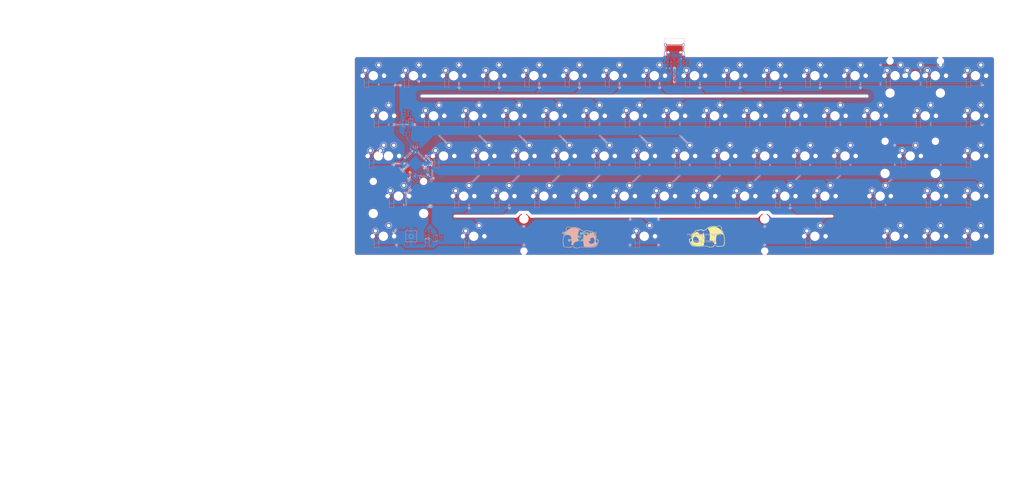
<source format=kicad_pcb>
(kicad_pcb (version 20171130) (host pcbnew "(5.1.6)-1")
  (title_block (title "Panda PCB One") (rev 01))
  (layers (0 F.Cu signal) (31 B.Cu signal) (34 B.Paste user) (35 F.Paste user) (36 B.SilkS user) (37 F.SilkS user) (38 B.Mask user) (39 F.Mask user) (44 Edge.Cuts user))
  (net 0 "")
  (net 1 GND)
  (net 2 "Net-(D1-Pad2)")
  (net 3 Row1)
  (net 4 "Net-(D2-Pad2)")
  (net 5 "Net-(D3-Pad2)")
  (net 6 "Net-(D4-Pad2)")
  (net 7 "Net-(D5-Pad2)")
  (net 8 "Net-(D6-Pad2)")
  (net 9 "Net-(D7-Pad2)")
  (net 10 "Net-(D8-Pad2)")
  (net 11 "Net-(D9-Pad2)")
  (net 12 "Net-(D10-Pad2)")
  (net 13 "Net-(D11-Pad2)")
  (net 14 "Net-(D12-Pad2)")
  (net 15 "Net-(D13-Pad2)")
  (net 16 "Net-(D14-Pad2)")
  (net 17 "Net-(D15-Pad2)")
  (net 18 "Net-(D16-Pad2)")
  (net 19 "Net-(D17-Pad2)")
  (net 20 Row2)
  (net 21 "Net-(D18-Pad2)")
  (net 22 "Net-(D19-Pad2)")
  (net 23 "Net-(D20-Pad2)")
  (net 24 "Net-(D21-Pad2)")
  (net 25 "Net-(D22-Pad2)")
  (net 26 "Net-(D23-Pad2)")
  (net 27 "Net-(D24-Pad2)")
  (net 28 "Net-(D25-Pad2)")
  (net 29 "Net-(D26-Pad2)")
  (net 30 "Net-(D27-Pad2)")
  (net 31 "Net-(D28-Pad2)")
  (net 32 "Net-(D29-Pad2)")
  (net 33 "Net-(D30-Pad2)")
  (net 34 "Net-(D31-Pad2)")
  (net 35 "Net-(D32-Pad2)")
  (net 36 Row3)
  (net 37 "Net-(D33-Pad2)")
  (net 38 "Net-(D34-Pad2)")
  (net 39 "Net-(D35-Pad2)")
  (net 40 "Net-(D36-Pad2)")
  (net 41 "Net-(D37-Pad2)")
  (net 42 "Net-(D38-Pad2)")
  (net 43 "Net-(D39-Pad2)")
  (net 44 "Net-(D40-Pad2)")
  (net 45 "Net-(D41-Pad2)")
  (net 46 "Net-(D42-Pad2)")
  (net 47 "Net-(D43-Pad2)")
  (net 48 "Net-(D44-Pad2)")
  (net 49 "Net-(D45-Pad2)")
  (net 50 "Net-(D46-Pad2)")
  (net 51 Row4)
  (net 52 "Net-(D47-Pad2)")
  (net 53 "Net-(D48-Pad2)")
  (net 54 "Net-(D49-Pad2)")
  (net 55 "Net-(D50-Pad2)")
  (net 56 "Net-(D51-Pad2)")
  (net 57 "Net-(D52-Pad2)")
  (net 58 "Net-(D53-Pad2)")
  (net 59 "Net-(D54-Pad2)")
  (net 60 "Net-(D55-Pad2)")
  (net 61 "Net-(D56-Pad2)")
  (net 62 "Net-(D57-Pad2)")
  (net 63 "Net-(D58-Pad2)")
  (net 64 "Net-(D59-Pad2)")
  (net 65 "Net-(D60-Pad2)")
  (net 66 Row5)
  (net 67 "Net-(D61-Pad2)")
  (net 68 "Net-(D62-Pad2)")
  (net 69 "Net-(D63-Pad2)")
  (net 70 "Net-(D64-Pad2)")
  (net 71 "Net-(D65-Pad2)")
  (net 72 "Net-(D66-Pad2)")
  (net 73 D+)
  (net 74 D-)
  (net 75 Col1)
  (net 76 Col2)
  (net 77 Col3)
  (net 78 Col4)
  (net 79 Col5)
  (net 80 Col6)
  (net 81 Col7)
  (net 82 Col8)
  (net 83 Col9)
  (net 84 Col10)
  (net 85 Col11)
  (net 86 Col12)
  (net 87 Col13)
  (net 88 Col14)
  (net 89 Col15)
  (net 90 Col16)
  (net 91 "Net-(C9-Pad1)")
  (net 92 "Net-(J1-PadA5)")
  (net 93 "Net-(J1-PadB5)")
  (net 94 "Net-(J1-PadB8)")
  (net 95 "Net-(J1-PadA8)")
  (net 96 D+BUS)
  (net 97 +3V3)
  (net 98 BOOT0)
  (net 99 NRST)
  (net 100 "Net-(D68-Pad2)")
  (net 101 D-BUS)
  (net 102 "Net-(U3-Pad46)")
  (net 103 "Net-(U3-Pad45)")
  (net 104 "Net-(U3-Pad34)")
  (net 105 "Net-(U3-Pad27)")
  (net 106 "Net-(U3-Pad26)")
  (net 107 "Net-(U3-Pad25)")
  (net 108 "Net-(U3-Pad20)")
  (net 109 "Net-(U3-Pad19)")
  (net 110 "Net-(U3-Pad18)")
  (net 111 "Net-(U3-Pad17)")
  (net 112 "Net-(U3-Pad15)")
  (net 113 "Net-(U3-Pad4)")
  (net 114 "Net-(U3-Pad3)")
  (net 115 "Net-(U3-Pad2)")
  (net 116 VBUS)
  (module random-keyboard-parts:SKQG-1155865 (layer B.Cu) (at 51.941044 138.85675 90)
    (fp_text reference SW67 hide)
    (fp_text value SW_Push)
    (pad 4 smd rect (at -3.1 -1.85 90) (size 1.8 1.1) (layers B.Cu B.Paste B.Mask))
    (pad 3 smd rect (at 3.1 1.85 90) (size 1.8 1.1) (layers B.Cu B.Paste B.Mask))
    (pad 2 smd rect (at -3.1 1.85 90) (size 1.8 1.1) (layers B.Cu B.Paste B.Mask) (net 100 "Net-(D68-Pad2)"))
    (pad 1 smd rect (at 3.1 -1.85 90) (size 1.8 1.1) (layers B.Cu B.Paste B.Mask) (net 97 +3V3))
  )
  (module Package_DFN_QFN:QFN-48-1EP_7x7mm_P0.5mm_EP5.6x5.6mm (layer B.Cu) (at 53.950224 104.25424 135)
    (fp_text reference U3 hide)
    (fp_text value STM32F072CBTx)
    (pad 48 smd roundrect (at -2.75 3.4375 135) (size 0.25 0.875) (layers B.Cu B.Paste B.Mask) (net 97 +3V3))
    (pad 47 smd roundrect (at -2.25 3.4375 135) (size 0.25 0.875) (layers B.Cu B.Paste B.Mask) (net 1 GND))
    (pad 46 smd roundrect (at -1.75 3.4375 135) (size 0.25 0.875) (layers B.Cu B.Paste B.Mask) (net 102 "Net-(U3-Pad46)"))
    (pad 45 smd roundrect (at -1.25 3.4375 135) (size 0.25 0.875) (layers B.Cu B.Paste B.Mask) (net 103 "Net-(U3-Pad45)"))
    (pad 44 smd roundrect (at -0.75 3.4375 135) (size 0.25 0.875) (layers B.Cu B.Paste B.Mask) (net 98 BOOT0))
    (pad 43 smd roundrect (at -0.25 3.4375 135) (size 0.25 0.875) (layers B.Cu B.Paste B.Mask) (net 77 Col3))
    (pad 42 smd roundrect (at 0.25 3.4375 135) (size 0.25 0.875) (layers B.Cu B.Paste B.Mask) (net 78 Col4))
    (pad 41 smd roundrect (at 0.75 3.4375 135) (size 0.25 0.875) (layers B.Cu B.Paste B.Mask) (net 79 Col5))
    (pad 40 smd roundrect (at 1.25 3.4375 135) (size 0.25 0.875) (layers B.Cu B.Paste B.Mask) (net 80 Col6))
    (pad 39 smd roundrect (at 1.75 3.4375 135) (size 0.25 0.875) (layers B.Cu B.Paste B.Mask) (net 81 Col7))
    (pad 38 smd roundrect (at 2.25 3.4375 135) (size 0.25 0.875) (layers B.Cu B.Paste B.Mask) (net 82 Col8))
    (pad 37 smd roundrect (at 2.75 3.4375 135) (size 0.25 0.875) (layers B.Cu B.Paste B.Mask) (net 83 Col9))
    (pad 36 smd roundrect (at 3.4375 2.75 135) (size 0.875 0.25) (layers B.Cu B.Paste B.Mask) (net 97 +3V3))
    (pad 35 smd roundrect (at 3.4375 2.25 135) (size 0.875 0.25) (layers B.Cu B.Paste B.Mask) (net 1 GND))
    (pad 34 smd roundrect (at 3.4375 1.75 135) (size 0.875 0.25) (layers B.Cu B.Paste B.Mask) (net 104 "Net-(U3-Pad34)"))
    (pad 33 smd roundrect (at 3.4375 1.25 135) (size 0.875 0.25) (layers B.Cu B.Paste B.Mask) (net 73 D+))
    (pad 32 smd roundrect (at 3.4375 0.75 135) (size 0.875 0.25) (layers B.Cu B.Paste B.Mask) (net 74 D-))
    (pad 31 smd roundrect (at 3.4375 0.25 135) (size 0.875 0.25) (layers B.Cu B.Paste B.Mask) (net 76 Col2))
    (pad 30 smd roundrect (at 3.4375 -0.25 135) (size 0.875 0.25) (layers B.Cu B.Paste B.Mask) (net 3 Row1))
    (pad 29 smd roundrect (at 3.4375 -0.75 135) (size 0.875 0.25) (layers B.Cu B.Paste B.Mask) (net 20 Row2))
    (pad 28 smd roundrect (at 3.4375 -1.25 135) (size 0.875 0.25) (layers B.Cu B.Paste B.Mask) (net 36 Row3))
    (pad 27 smd roundrect (at 3.4375 -1.75 135) (size 0.875 0.25) (layers B.Cu B.Paste B.Mask) (net 105 "Net-(U3-Pad27)"))
    (pad 26 smd roundrect (at 3.4375 -2.25 135) (size 0.875 0.25) (layers B.Cu B.Paste B.Mask) (net 106 "Net-(U3-Pad26)"))
    (pad 25 smd roundrect (at 3.4375 -2.75 135) (size 0.875 0.25) (layers B.Cu B.Paste B.Mask) (net 107 "Net-(U3-Pad25)"))
    (pad 24 smd roundrect (at 2.75 -3.4375 135) (size 0.25 0.875) (layers B.Cu B.Paste B.Mask) (net 97 +3V3))
    (pad 23 smd roundrect (at 2.25 -3.4375 135) (size 0.25 0.875) (layers B.Cu B.Paste B.Mask) (net 1 GND))
    (pad 22 smd roundrect (at 1.75 -3.4375 135) (size 0.25 0.875) (layers B.Cu B.Paste B.Mask) (net 90 Col16))
    (pad 21 smd roundrect (at 1.25 -3.4375 135) (size 0.25 0.875) (layers B.Cu B.Paste B.Mask) (net 89 Col15))
    (pad 20 smd roundrect (at 0.75 -3.4375 135) (size 0.25 0.875) (layers B.Cu B.Paste B.Mask) (net 108 "Net-(U3-Pad20)"))
    (pad 19 smd roundrect (at 0.25 -3.4375 135) (size 0.25 0.875) (layers B.Cu B.Paste B.Mask) (net 109 "Net-(U3-Pad19)"))
    (pad 18 smd roundrect (at -0.25 -3.4375 135) (size 0.25 0.875) (layers B.Cu B.Paste B.Mask) (net 110 "Net-(U3-Pad18)"))
    (pad 17 smd roundrect (at -0.75 -3.4375 135) (size 0.25 0.875) (layers B.Cu B.Paste B.Mask) (net 111 "Net-(U3-Pad17)"))
    (pad 16 smd roundrect (at -1.25 -3.4375 135) (size 0.25 0.875) (layers B.Cu B.Paste B.Mask) (net 51 Row4))
    (pad 15 smd roundrect (at -1.75 -3.4375 135) (size 0.25 0.875) (layers B.Cu B.Paste B.Mask) (net 112 "Net-(U3-Pad15)"))
    (pad 14 smd roundrect (at -2.25 -3.4375 135) (size 0.25 0.875) (layers B.Cu B.Paste B.Mask) (net 66 Row5))
    (pad 13 smd roundrect (at -2.75 -3.4375 135) (size 0.25 0.875) (layers B.Cu B.Paste B.Mask) (net 75 Col1))
    (pad 12 smd roundrect (at -3.4375 -2.75 135) (size 0.875 0.25) (layers B.Cu B.Paste B.Mask) (net 84 Col10))
    (pad 11 smd roundrect (at -3.4375 -2.25 135) (size 0.875 0.25) (layers B.Cu B.Paste B.Mask) (net 85 Col11))
    (pad 10 smd roundrect (at -3.4375 -1.75 135) (size 0.875 0.25) (layers B.Cu B.Paste B.Mask) (net 86 Col12))
    (pad 9 smd roundrect (at -3.4375 -1.25 135) (size 0.875 0.25) (layers B.Cu B.Paste B.Mask) (net 97 +3V3))
    (pad 8 smd roundrect (at -3.4375 -0.75 135) (size 0.875 0.25) (layers B.Cu B.Paste B.Mask) (net 1 GND))
    (pad 7 smd roundrect (at -3.4375 -0.25 135) (size 0.875 0.25) (layers B.Cu B.Paste B.Mask) (net 99 NRST))
    (pad 6 smd roundrect (at -3.4375 0.25 135) (size 0.875 0.25) (layers B.Cu B.Paste B.Mask) (net 87 Col13))
    (pad 5 smd roundrect (at -3.4375 0.75 135) (size 0.875 0.25) (layers B.Cu B.Paste B.Mask) (net 88 Col14))
    (pad 4 smd roundrect (at -3.4375 1.25 135) (size 0.875 0.25) (layers B.Cu B.Paste B.Mask) (net 113 "Net-(U3-Pad4)"))
    (pad 3 smd roundrect (at -3.4375 1.75 135) (size 0.875 0.25) (layers B.Cu B.Paste B.Mask) (net 114 "Net-(U3-Pad3)"))
    (pad 2 smd roundrect (at -3.4375 2.25 135) (size 0.875 0.25) (layers B.Cu B.Paste B.Mask) (net 115 "Net-(U3-Pad2)"))
    (pad 1 smd roundrect (at -3.4375 2.75 135) (size 0.875 0.25) (layers B.Cu B.Paste B.Mask) (net 97 +3V3))
    (pad 49 smd roundrect (at 0 0 135) (size 5.6 5.6) (layers B.Cu B.Mask) (roundrect_rratio 0.044643) (net 1 GND))
  )
  (module Capacitor_SMD:C_0603_1608Metric (layer B.Cu) (at 59.605665 138.484557)
    (fp_text reference C4 (at 0 1.43) (layer B.SilkS) (effects (justify mirror)))
    (fp_text value 10uF)
    (pad 2 smd roundrect (at 0.7875 0) (size 0.875 0.95) (layers B.Cu B.Paste B.Mask) (net 1 GND))
    (pad 1 smd roundrect (at -0.7875 0) (size 0.875 0.95) (layers B.Cu B.Paste B.Mask) (net 98 BOOT0))
  )
  (module logos:sleepypanda (layer F.Cu) (at 192.360262 138.410266)
    (fp_text reference G*** hide)
    (fp_text value LOGO hide)
  )
  (module logos:sleepypanda (layer B.Cu) (at 132.382578 138.85675 180)
    (fp_text reference G*** hide)
    (fp_text value LOGO hide)
  )
  (module acheron_MX:MX100 (layer B.Cu) (at 53.057254 62.5824 180)
    (fp_text reference SW2)
    (fp_text value 1)
    (pad 2 thru_hole circle (at 3.81 2.54 90) (size 2.54 2.54) (drill 1.525) (layers *.Cu *.Mask) (net 4 "Net-(D2-Pad2)"))
    (pad 1 thru_hole circle (at -2.54 5.08 180) (size 2.54 2.54) (drill 1.525) (layers *.Cu *.Mask) (net 76 Col2))
    (pad "" np_thru_hole circle (at -5.08 0 180) (size 1.7018 1.7018) (drill 1.7018) (layers *.Cu *.Mask))
    (pad "" np_thru_hole circle (at 5.08 0 180) (size 1.7018 1.7018) (drill 1.7018) (layers *.Cu *.Mask))
    (pad "" np_thru_hole circle (at 0 0 180) (size 3.9878 3.9878) (drill 3.9878) (layers *.Cu *.Mask))
  )
  (module Connector_USB:USB_C_Receptacle_HRO_TYPE-C-31-M-12 (layer B.Cu) (at 176.881326 48.890596)
    (fp_text reference J1 hide)
    (fp_text value TYPE-C-31-M12_13)
    (pad B1 smd rect (at 3.25 4.045) (size 0.6 1.45) (layers B.Cu B.Paste B.Mask) (net 1 GND))
    (pad A1 smd rect (at -3.25 4.045) (size 0.6 1.45) (layers B.Cu B.Paste B.Mask) (net 1 GND))
    (pad A4 smd rect (at -2.45 4.045) (size 0.6 1.45) (layers B.Cu B.Paste B.Mask) (net 116 VBUS))
    (pad B4 smd rect (at 2.45 4.045) (size 0.6 1.45) (layers B.Cu B.Paste B.Mask) (net 116 VBUS))
    (pad B8 smd rect (at -1.75 4.045) (size 0.3 1.45) (layers B.Cu B.Paste B.Mask) (net 94 "Net-(J1-PadB8)"))
    (pad A5 smd rect (at -1.25 4.045) (size 0.3 1.45) (layers B.Cu B.Paste B.Mask) (net 92 "Net-(J1-PadA5)"))
    (pad B7 smd rect (at -0.75 4.045) (size 0.3 1.45) (layers B.Cu B.Paste B.Mask) (net 101 D-BUS))
    (pad A7 smd rect (at 0.25 4.045) (size 0.3 1.45) (layers B.Cu B.Paste B.Mask) (net 101 D-BUS))
    (pad B6 smd rect (at 0.75 4.045) (size 0.3 1.45) (layers B.Cu B.Paste B.Mask) (net 96 D+BUS))
    (pad A8 smd rect (at 1.25 4.045) (size 0.3 1.45) (layers B.Cu B.Paste B.Mask) (net 95 "Net-(J1-PadA8)"))
    (pad B5 smd rect (at 1.75 4.045) (size 0.3 1.45) (layers B.Cu B.Paste B.Mask) (net 93 "Net-(J1-PadB5)"))
    (pad A6 smd rect (at -0.25 4.045) (size 0.3 1.45) (layers B.Cu B.Paste B.Mask) (net 96 D+BUS))
    (pad S thru_hole oval (at 4.32 3.13) (size 1 2.1) (drill oval 0.6 1.7) (layers *.Cu *.Mask) (net 91 "Net-(C9-Pad1)"))
    (pad S thru_hole oval (at -4.32 3.13) (size 1 2.1) (drill oval 0.6 1.7) (layers *.Cu *.Mask) (net 91 "Net-(C9-Pad1)"))
    (pad "" np_thru_hole circle (at -2.89 2.6) (size 0.67 0.67) (drill 0.67) (layers *.Cu *.Mask))
    (pad S thru_hole oval (at -4.32 -1.05) (size 1 1.6) (drill oval 0.6 1.2) (layers *.Cu *.Mask) (net 91 "Net-(C9-Pad1)"))
    (pad "" np_thru_hole circle (at 2.89 2.6) (size 0.67 0.67) (drill 0.67) (layers *.Cu *.Mask))
    (pad S thru_hole oval (at 4.32 -1.05) (size 1 1.6) (drill oval 0.6 1.2) (layers *.Cu *.Mask) (net 91 "Net-(C9-Pad1)"))
  )
  (module acheron_MX:MX225 (layer B.Cu) (at 288.801003 100.682365 180)
    (fp_text reference SW44)
    (fp_text value Enter_225)
    (pad "" np_thru_hole circle (at -11.938 -8.255 180) (size 3.9878 3.9878) (drill 3.9878) (layers *.Cu *.Mask))
    (pad "" np_thru_hole circle (at 11.938 -8.255 180) (size 3.9878 3.9878) (drill 3.9878) (layers *.Cu *.Mask))
    (pad "" np_thru_hole circle (at 11.938 6.985 180) (size 3.048 3.048) (drill 3.048) (layers *.Cu *.Mask))
    (pad "" np_thru_hole circle (at -11.938 6.985 180) (size 3.048 3.048) (drill 3.048) (layers *.Cu *.Mask))
    (pad "" np_thru_hole circle (at -5.08 0 180) (size 1.7018 1.7018) (drill 1.7018) (layers *.Cu *.Mask))
    (pad "" np_thru_hole circle (at 5.08 0 180) (size 1.7018 1.7018) (drill 1.7018) (layers *.Cu *.Mask))
    (pad 1 thru_hole circle (at -2.54 5.08 180) (size 2.54 2.54) (drill 1.524) (layers *.Cu *.Mask) (net 88 Col14))
    (pad 2 thru_hole circle (at 3.81 2.54 180) (size 2.54 2.54) (drill 1.524) (layers *.Cu *.Mask) (net 48 "Net-(D44-Pad2)"))
    (pad "" np_thru_hole circle (at 0 0 180) (size 3.9878 3.9878) (drill 3.9878) (layers *.Cu *.Mask))
  )
  (module acheron_MX:MX100 (layer B.Cu) (at 162.594753 100.682365 180)
    (fp_text reference SW38)
    (fp_text value H)
    (pad 2 thru_hole circle (at 3.81 2.54 90) (size 2.54 2.54) (drill 1.525) (layers *.Cu *.Mask) (net 42 "Net-(D38-Pad2)"))
    (pad 1 thru_hole circle (at -2.54 5.08 180) (size 2.54 2.54) (drill 1.525) (layers *.Cu *.Mask) (net 82 Col8))
    (pad "" np_thru_hole circle (at -5.08 0 180) (size 1.7018 1.7018) (drill 1.7018) (layers *.Cu *.Mask))
    (pad "" np_thru_hole circle (at 5.08 0 180) (size 1.7018 1.7018) (drill 1.7018) (layers *.Cu *.Mask))
    (pad "" np_thru_hole circle (at 0 0 180) (size 3.9878 3.9878) (drill 3.9878) (layers *.Cu *.Mask))
  )
  (module acheron_MX:MX100 (layer B.Cu) (at 234.032253 81.632365 180)
    (fp_text reference SW27)
    (fp_text value P)
    (pad 2 thru_hole circle (at 3.81 2.54 90) (size 2.54 2.54) (drill 1.525) (layers *.Cu *.Mask) (net 30 "Net-(D27-Pad2)"))
    (pad 1 thru_hole circle (at -2.54 5.08 180) (size 2.54 2.54) (drill 1.525) (layers *.Cu *.Mask) (net 86 Col12))
    (pad "" np_thru_hole circle (at -5.08 0 180) (size 1.7018 1.7018) (drill 1.7018) (layers *.Cu *.Mask))
    (pad "" np_thru_hole circle (at 5.08 0 180) (size 1.7018 1.7018) (drill 1.7018) (layers *.Cu *.Mask))
    (pad "" np_thru_hole circle (at 0 0 180) (size 3.9878 3.9878) (drill 3.9878) (layers *.Cu *.Mask))
  )
  (module acheron_MX:MX150 (layer B.Cu) (at 295.944753 81.632365 180)
    (fp_text reference SW30)
    (fp_text value Bkspc_150)
    (pad "" np_thru_hole circle (at -5.08 0 180) (size 1.7018 1.7018) (drill 1.7018) (layers *.Cu *.Mask))
    (pad "" np_thru_hole circle (at 5.08 0 180) (size 1.7018 1.7018) (drill 1.7018) (layers *.Cu *.Mask))
    (pad 1 thru_hole circle (at -2.54 5.08 180) (size 2.54 2.54) (drill 1.524) (layers *.Cu *.Mask) (net 89 Col15))
    (pad 2 thru_hole circle (at 3.81 2.54 180) (size 2.54 2.54) (drill 1.524) (layers *.Cu *.Mask) (net 33 "Net-(D30-Pad2)"))
    (pad "" np_thru_hole circle (at 0 0 180) (size 3.9878 3.9878) (drill 3.9878) (layers *.Cu *.Mask))
  )
  (module acheron_MX:MX150 (layer B.Cu) (at 38.769753 81.632365 180)
    (fp_text reference SW17)
    (fp_text value Tab_150)
    (pad "" np_thru_hole circle (at -5.08 0 180) (size 1.7018 1.7018) (drill 1.7018) (layers *.Cu *.Mask))
    (pad "" np_thru_hole circle (at 5.08 0 180) (size 1.7018 1.7018) (drill 1.7018) (layers *.Cu *.Mask))
    (pad 1 thru_hole circle (at -2.54 5.08 180) (size 2.54 2.54) (drill 1.524) (layers *.Cu *.Mask) (net 75 Col1))
    (pad 2 thru_hole circle (at 3.81 2.54 180) (size 2.54 2.54) (drill 1.524) (layers *.Cu *.Mask) (net 19 "Net-(D17-Pad2)"))
    (pad "" np_thru_hole circle (at 0 0 180) (size 3.9878 3.9878) (drill 3.9878) (layers *.Cu *.Mask))
  )
  (module acheron_MX:MX175 (layer B.Cu) (at 41.151102 100.682392 180)
    (fp_text reference SW32)
    (fp_text value Caps_175)
    (pad "" np_thru_hole circle (at -5.08 0 180) (size 1.7018 1.7018) (drill 1.7018) (layers *.Cu *.Mask))
    (pad "" np_thru_hole circle (at 5.08 0 180) (size 1.7018 1.7018) (drill 1.7018) (layers *.Cu *.Mask))
    (pad 1 thru_hole circle (at -2.54 5.08 180) (size 2.54 2.54) (drill 1.524) (layers *.Cu *.Mask) (net 75 Col1))
    (pad 2 thru_hole circle (at 3.81 2.54 180) (size 2.54 2.54) (drill 1.524) (layers *.Cu *.Mask) (net 35 "Net-(D32-Pad2)"))
    (pad "" np_thru_hole circle (at 0 0 180) (size 3.9878 3.9878) (drill 3.9878) (layers *.Cu *.Mask))
  )
  (module Capacitor_SMD:C_0603_1608Metric (layer B.Cu) (at 181.94223 55.736086)
    (fp_text reference C9 hide)
    (fp_text value 4.7nF)
    (pad 2 smd roundrect (at 0.7875 0) (size 0.875 0.95) (layers B.Cu B.Paste B.Mask) (net 1 GND))
    (pad 1 smd roundrect (at -0.7875 0) (size 0.875 0.95) (layers B.Cu B.Paste B.Mask) (net 91 "Net-(C9-Pad1)"))
  )
  (module acheron_MX:MX100 (layer B.Cu) (at 186.407253 62.582365 180)
    (fp_text reference SW9)
    (fp_text value 8)
    (pad 2 thru_hole circle (at 3.81 2.54 90) (size 2.54 2.54) (drill 1.525) (layers *.Cu *.Mask) (net 11 "Net-(D9-Pad2)"))
    (pad 1 thru_hole circle (at -2.54 5.08 180) (size 2.54 2.54) (drill 1.525) (layers *.Cu *.Mask) (net 83 Col9))
    (pad "" np_thru_hole circle (at -5.08 0 180) (size 1.7018 1.7018) (drill 1.7018) (layers *.Cu *.Mask))
    (pad "" np_thru_hole circle (at 5.08 0 180) (size 1.7018 1.7018) (drill 1.7018) (layers *.Cu *.Mask))
    (pad "" np_thru_hole circle (at 0 0 180) (size 3.9878 3.9878) (drill 3.9878) (layers *.Cu *.Mask))
  )
  (module acheron_MX:MX100 (layer B.Cu) (at 167.357253 62.582365 180)
    (fp_text reference SW8)
    (fp_text value 7)
    (pad 2 thru_hole circle (at 3.81 2.54 90) (size 2.54 2.54) (drill 1.525) (layers *.Cu *.Mask) (net 10 "Net-(D8-Pad2)"))
    (pad 1 thru_hole circle (at -2.54 5.08 180) (size 2.54 2.54) (drill 1.525) (layers *.Cu *.Mask) (net 82 Col8))
    (pad "" np_thru_hole circle (at -5.08 0 180) (size 1.7018 1.7018) (drill 1.7018) (layers *.Cu *.Mask))
    (pad "" np_thru_hole circle (at 5.08 0 180) (size 1.7018 1.7018) (drill 1.7018) (layers *.Cu *.Mask))
    (pad "" np_thru_hole circle (at 0 0 180) (size 3.9878 3.9878) (drill 3.9878) (layers *.Cu *.Mask))
  )
  (module acheron_MX:MX200 (layer B.Cu) (at 291.181982 62.582174 180)
    (fp_text reference SW68)
    (fp_text value Bkspc_200)
    (pad "" np_thru_hole circle (at -11.938 -8.255 180) (size 3.9878 3.9878) (drill 3.9878) (layers *.Cu *.Mask))
    (pad "" np_thru_hole circle (at 11.938 -8.255 180) (size 3.9878 3.9878) (drill 3.9878) (layers *.Cu *.Mask))
    (pad "" np_thru_hole circle (at 11.938 6.985 180) (size 3.048 3.048) (drill 3.048) (layers *.Cu *.Mask))
    (pad "" np_thru_hole circle (at -11.938 6.985 180) (size 3.048 3.048) (drill 3.048) (layers *.Cu *.Mask))
    (pad "" np_thru_hole circle (at -5.08 0 180) (size 1.7018 1.7018) (drill 1.7018) (layers *.Cu *.Mask))
    (pad "" np_thru_hole circle (at 5.08 0 180) (size 1.7018 1.7018) (drill 1.7018) (layers *.Cu *.Mask))
    (pad 1 thru_hole circle (at -2.54 5.08 180) (size 2.54 2.54) (drill 1.524) (layers *.Cu *.Mask) (net 89 Col15))
    (pad 2 thru_hole circle (at 3.81 2.54 180) (size 2.54 2.54) (drill 1.524) (layers *.Cu *.Mask) (net 17 "Net-(D15-Pad2)"))
    (pad "" np_thru_hole circle (at 0 0 180) (size 3.9878 3.9878) (drill 3.9878) (layers *.Cu *.Mask))
  )
  (module acheron_MX:MX100 (layer B.Cu) (at 281.657253 62.582365 180)
    (fp_text reference SW14)
    (fp_text value \)
    (pad 2 thru_hole circle (at 3.81 2.54 90) (size 2.54 2.54) (drill 1.525) (layers *.Cu *.Mask) (net 16 "Net-(D14-Pad2)"))
    (pad 1 thru_hole circle (at -2.54 5.08 180) (size 2.54 2.54) (drill 1.525) (layers *.Cu *.Mask) (net 88 Col14))
    (pad "" np_thru_hole circle (at -5.08 0 180) (size 1.7018 1.7018) (drill 1.7018) (layers *.Cu *.Mask))
    (pad "" np_thru_hole circle (at 5.08 0 180) (size 1.7018 1.7018) (drill 1.7018) (layers *.Cu *.Mask))
    (pad "" np_thru_hole circle (at 0 0 180) (size 3.9878 3.9878) (drill 3.9878) (layers *.Cu *.Mask))
  )
  (module acheron_MX:MX225 (layer B.Cu) (at 45.913503 119.732365 180)
    (fp_text reference SW46)
    (fp_text value LShift_225)
    (pad "" np_thru_hole circle (at -11.938 -8.255 180) (size 3.9878 3.9878) (drill 3.9878) (layers *.Cu *.Mask))
    (pad "" np_thru_hole circle (at 11.938 -8.255 180) (size 3.9878 3.9878) (drill 3.9878) (layers *.Cu *.Mask))
    (pad "" np_thru_hole circle (at 11.938 6.985 180) (size 3.048 3.048) (drill 3.048) (layers *.Cu *.Mask))
    (pad "" np_thru_hole circle (at -11.938 6.985 180) (size 3.048 3.048) (drill 3.048) (layers *.Cu *.Mask))
    (pad "" np_thru_hole circle (at -5.08 0 180) (size 1.7018 1.7018) (drill 1.7018) (layers *.Cu *.Mask))
    (pad "" np_thru_hole circle (at 5.08 0 180) (size 1.7018 1.7018) (drill 1.7018) (layers *.Cu *.Mask))
    (pad 1 thru_hole circle (at -2.54 5.08 180) (size 2.54 2.54) (drill 1.524) (layers *.Cu *.Mask) (net 75 Col1))
    (pad 2 thru_hole circle (at 3.81 2.54 180) (size 2.54 2.54) (drill 1.524) (layers *.Cu *.Mask) (net 50 "Net-(D46-Pad2)"))
    (pad "" np_thru_hole circle (at 0 0 180) (size 3.9878 3.9878) (drill 3.9878) (layers *.Cu *.Mask))
  )
  (module Package_TO_SOT_SMD:SOT-23 (layer B.Cu) (at 63.47518 139.675177)
    (fp_text reference Q1 hide)
    (fp_text value DTC123J)
    (pad 1 smd rect (at -1 0.95) (size 0.9 0.8) (layers B.Cu B.Paste B.Mask) (net 100 "Net-(D68-Pad2)"))
    (pad 2 smd rect (at -1 -0.95) (size 0.9 0.8) (layers B.Cu B.Paste B.Mask) (net 1 GND))
    (pad 3 smd rect (at 1 0) (size 0.9 0.8) (layers B.Cu B.Paste B.Mask) (net 99 NRST))
  )
  (module Package_TO_SOT_SMD:SOT-23 (layer B.Cu) (at 48.592433 85.20432 180)
    (fp_text reference U2 hide)
    (fp_text value MCP1700-3002E_SOT23)
    (pad 3 smd rect (at 1 0 180) (size 0.9 0.8) (layers B.Cu B.Paste B.Mask) (net 116 VBUS))
    (pad 2 smd rect (at -1 -0.95 180) (size 0.9 0.8) (layers B.Cu B.Paste B.Mask) (net 97 +3V3))
    (pad 1 smd rect (at -1 0.95 180) (size 0.9 0.8) (layers B.Cu B.Paste B.Mask) (net 1 GND))
  )
  (module Package_TO_SOT_SMD:SOT-23-6 (layer B.Cu) (at 176.882562 61.392064 90)
    (fp_text reference U1 hide)
    (fp_text value USBLC6-2SC6)
    (pad 5 smd rect (at 1.1 0 90) (size 1.06 0.65) (layers B.Cu B.Paste B.Mask) (net 116 VBUS))
    (pad 6 smd rect (at 1.1 0.95 90) (size 1.06 0.65) (layers B.Cu B.Paste B.Mask) (net 96 D+BUS))
    (pad 4 smd rect (at 1.1 -0.95 90) (size 1.06 0.65) (layers B.Cu B.Paste B.Mask) (net 101 D-BUS))
    (pad 3 smd rect (at -1.1 -0.95 90) (size 1.06 0.65) (layers B.Cu B.Paste B.Mask) (net 74 D-))
    (pad 2 smd rect (at -1.1 0 90) (size 1.06 0.65) (layers B.Cu B.Paste B.Mask) (net 1 GND))
    (pad 1 smd rect (at -1.1 0.95 90) (size 1.06 0.65) (layers B.Cu B.Paste B.Mask) (net 73 D+))
  )
  (module acheron_MX:MX125 (layer B.Cu) (at 36.388446 100.682142 180)
    (fp_text reference SW69)
    (fp_text value Caps_125)
    (pad "" np_thru_hole circle (at -5.08 0 180) (size 1.7018 1.7018) (drill 1.7018) (layers *.Cu *.Mask))
    (pad "" np_thru_hole circle (at 5.08 0 180) (size 1.7018 1.7018) (drill 1.7018) (layers *.Cu *.Mask))
    (pad 1 thru_hole circle (at -2.54 5.08 180) (size 2.54 2.54) (drill 1.524) (layers *.Cu *.Mask) (net 35 "Net-(D32-Pad2)"))
    (pad 2 thru_hole circle (at 3.81 2.54 180) (size 2.54 2.54) (drill 1.524) (layers *.Cu *.Mask) (net 75 Col1))
    (pad "" np_thru_hole circle (at 0 0 180) (size 3.9878 3.9878) (drill 3.9878) (layers *.Cu *.Mask))
  )
  (module Resistor_SMD:R_0603_1608Metric (layer B.Cu) (at 178.370358 56.92671 270)
    (fp_text reference R6 hide)
    (fp_text value 5.1k)
    (pad 2 smd roundrect (at 0.7875 0 270) (size 0.875 0.95) (layers B.Cu B.Paste B.Mask) (net 1 GND))
    (pad 1 smd roundrect (at -0.7875 0 270) (size 0.875 0.95) (layers B.Cu B.Paste B.Mask) (net 93 "Net-(J1-PadB5)"))
  )
  (module Resistor_SMD:R_0603_1608Metric (layer B.Cu) (at 59.605665 136.400972)
    (fp_text reference R5 hide)
    (fp_text value 100k)
    (pad 1 smd roundrect (at -0.7875 0) (size 0.875 0.95) (layers B.Cu B.Paste B.Mask) (net 98 BOOT0))
    (pad 2 smd roundrect (at 0.7875 0) (size 0.875 0.95) (layers B.Cu B.Paste B.Mask) (net 1 GND))
  )
  (module Resistor_SMD:R_0603_1608Metric (layer B.Cu) (at 50.378363 90.859765 180)
    (fp_text reference R4 hide)
    (fp_text value 100k)
    (pad 1 smd roundrect (at -0.7875 0 180) (size 0.875 0.95) (layers B.Cu B.Paste B.Mask) (net 97 +3V3))
    (pad 2 smd roundrect (at 0.7875 0 180) (size 0.875 0.95) (layers B.Cu B.Paste B.Mask) (net 1 GND))
  )
  (module Resistor_SMD:R_0603_1608Metric (layer B.Cu) (at 49.783049 79.25122 180)
    (fp_text reference R3 hide)
    (fp_text value 100k)
    (pad 1 smd roundrect (at -0.7875 0 180) (size 0.875 0.95) (layers B.Cu B.Paste B.Mask) (net 116 VBUS))
    (pad 2 smd roundrect (at 0.7875 0 180) (size 0.875 0.95) (layers B.Cu B.Paste B.Mask) (net 1 GND))
  )
  (module Resistor_SMD:R_0603_1608Metric (layer B.Cu) (at 175.393798 56.92671 270)
    (fp_text reference R2 hide)
    (fp_text value 5.1k)
    (pad 2 smd roundrect (at 0.7875 0 270) (size 0.875 0.95) (layers B.Cu B.Paste B.Mask) (net 1 GND))
    (pad 1 smd roundrect (at -0.7875 0 270) (size 0.875 0.95) (layers B.Cu B.Paste B.Mask) (net 92 "Net-(J1-PadA5)"))
  )
  (module Resistor_SMD:R_0603_1608Metric (layer B.Cu) (at 181.94223 57.224366)
    (fp_text reference R1 hide)
    (fp_text value 1M)
    (pad 2 smd roundrect (at 0.7875 0) (size 0.875 0.95) (layers B.Cu B.Paste B.Mask) (net 1 GND))
    (pad 1 smd roundrect (at -0.7875 0) (size 0.875 0.95) (layers B.Cu B.Paste B.Mask) (net 91 "Net-(C9-Pad1)"))
  )
  (module Diode_SMD:D_SOD-123 (layer B.Cu) (at 59.605665 142.056417 270)
    (fp_text reference D68 hide)
    (fp_text value 1N4148W)
    (pad 1 smd rect (at -1.65 0 270) (size 0.9 1.2) (layers B.Cu B.Paste B.Mask) (net 98 BOOT0))
    (pad 2 smd rect (at 1.65 0 270) (size 0.9 1.2) (layers B.Cu B.Paste B.Mask) (net 100 "Net-(D68-Pad2)"))
  )
  (module Diode_SMD:D_SOD-123 (layer B.Cu) (at 51.568983 85.20432 270)
    (fp_text reference D67 hide)
    (fp_text value RB060M-60TR)
    (pad 2 smd rect (at 1.65 0 270) (size 0.9 1.2) (layers B.Cu B.Paste B.Mask) (net 97 +3V3))
    (pad 1 smd rect (at -1.65 0 270) (size 0.9 1.2) (layers B.Cu B.Paste B.Mask) (net 116 VBUS))
  )
  (module Capacitor_SMD:C_0603_1608Metric (layer B.Cu) (at 53.950224 111.397936)
    (fp_text reference C13 hide)
    (fp_text value 10uF)
    (pad 2 smd roundrect (at 0.7875 0) (size 0.875 0.95) (layers B.Cu B.Paste B.Mask) (net 1 GND))
    (pad 1 smd roundrect (at -0.7875 0) (size 0.875 0.95) (layers B.Cu B.Paste B.Mask) (net 97 +3V3))
  )
  (module Capacitor_SMD:C_0603_1608Metric (layer B.Cu) (at 53.950224 95.026966)
    (fp_text reference C12 (at 0 1.43 180) (layer B.SilkS) (effects (justify mirror)))
    (fp_text value 4.7uF)
    (pad 2 smd roundrect (at 0.7875 0) (size 0.875 0.95) (layers B.Cu B.Paste B.Mask) (net 1 GND))
    (pad 1 smd roundrect (at -0.7875 0) (size 0.875 0.95) (layers B.Cu B.Paste B.Mask) (net 97 +3V3))
  )
  (module Capacitor_SMD:C_0603_1608Metric (layer B.Cu) (at 53.950224 112.886206)
    (fp_text reference C11 hide)
    (fp_text value 1uF)
    (pad 2 smd roundrect (at 0.7875 0) (size 0.875 0.95) (layers B.Cu B.Paste B.Mask) (net 1 GND))
    (pad 1 smd roundrect (at -0.7875 0) (size 0.875 0.95) (layers B.Cu B.Paste B.Mask) (net 97 +3V3))
  )
  (module Capacitor_SMD:C_0603_1608Metric (layer B.Cu) (at 46.508843 104.25424 90)
    (fp_text reference C10 hide)
    (fp_text value 0.1uF)
    (pad 2 smd roundrect (at 0.7875 0 90) (size 0.875 0.95) (layers B.Cu B.Paste B.Mask) (net 1 GND))
    (pad 1 smd roundrect (at -0.7875 0 90) (size 0.875 0.95) (layers B.Cu B.Paste B.Mask) (net 97 +3V3))
  )
  (module Capacitor_SMD:C_0603_1608Metric (layer B.Cu) (at 45.020568 104.25424 90)
    (fp_text reference C8 hide)
    (fp_text value 4.7uF)
    (pad 2 smd roundrect (at 0.7875 0 90) (size 0.875 0.95) (layers B.Cu B.Paste B.Mask) (net 1 GND))
    (pad 1 smd roundrect (at -0.7875 0 90) (size 0.875 0.95) (layers B.Cu B.Paste B.Mask) (net 97 +3V3))
  )
  (module Capacitor_SMD:C_0603_1608Metric (layer B.Cu) (at 60.796266 102.914797 45)
    (fp_text reference C7 hide)
    (fp_text value 0.1uF)
    (pad 1 smd roundrect (at -0.7875 0 45) (size 0.875 0.95) (layers B.Cu B.Paste B.Mask) (net 97 +3V3))
    (pad 2 smd roundrect (at 0.7875 0 45) (size 0.875 0.95) (layers B.Cu B.Paste B.Mask) (net 1 GND))
  )
  (module Capacitor_SMD:C_0603_1608Metric (layer B.Cu) (at 53.950224 96.515236)
    (fp_text reference C6 hide)
    (fp_text value 0.1uF)
    (pad 2 smd roundrect (at 0.7875 0) (size 0.875 0.95) (layers B.Cu B.Paste B.Mask) (net 1 GND))
    (pad 1 smd roundrect (at -0.7875 0) (size 0.875 0.95) (layers B.Cu B.Paste B.Mask) (net 97 +3V3))
  )
  (module Capacitor_SMD:C_0603_1608Metric (layer B.Cu) (at 66.45173 139.675177 90)
    (fp_text reference C5 hide)
    (fp_text value 4.7nF)
    (pad 1 smd roundrect (at -0.7875 0 90) (size 0.875 0.95) (layers B.Cu B.Paste B.Mask) (net 99 NRST))
    (pad 2 smd roundrect (at 0.7875 0 90) (size 0.875 0.95) (layers B.Cu B.Paste B.Mask) (net 1 GND))
  )
  (module Capacitor_SMD:C_0603_1608Metric (layer B.Cu) (at 50.378363 89.37149 180)
    (fp_text reference C3 hide)
    (fp_text value 1uF)
    (pad 1 smd roundrect (at -0.7875 0 180) (size 0.875 0.95) (layers B.Cu B.Paste B.Mask) (net 97 +3V3))
    (pad 2 smd roundrect (at 0.7875 0 180) (size 0.875 0.95) (layers B.Cu B.Paste B.Mask) (net 1 GND))
  )
  (module Capacitor_SMD:C_0603_1608Metric (layer B.Cu) (at 173.01255 56.033742 180)
    (fp_text reference C2 hide)
    (fp_text value 4.7nF)
    (pad 2 smd roundrect (at 0.7875 0 180) (size 0.875 0.95) (layers B.Cu B.Paste B.Mask) (net 1 GND))
    (pad 1 smd roundrect (at -0.7875 0 180) (size 0.875 0.95) (layers B.Cu B.Paste B.Mask) (net 116 VBUS))
  )
  (module Capacitor_SMD:C_0603_1608Metric (layer B.Cu) (at 49.783049 80.739495 180)
    (fp_text reference C1 hide)
    (fp_text value 1uF)
    (pad 1 smd roundrect (at -0.7875 0 180) (size 0.875 0.95) (layers B.Cu B.Paste B.Mask) (net 116 VBUS))
    (pad 2 smd roundrect (at 0.7875 0 180) (size 0.875 0.95) (layers B.Cu B.Paste B.Mask) (net 1 GND))
  )
  (module acheron_MX:MX700R (layer B.Cu) (at 162.594753 138.782365 180)
    (fp_text reference SW62)
    (fp_text value Space_7)
    (pad "" np_thru_hole circle (at -57.15 8.255 180) (size 3.9878 3.9878) (drill 3.9878) (layers *.Cu *.Mask))
    (pad "" np_thru_hole circle (at 57.15 8.255 180) (size 3.9878 3.9878) (drill 3.9878) (layers *.Cu *.Mask))
    (pad "" np_thru_hole circle (at 57.15 -6.985 180) (size 3.048 3.048) (drill 3.048) (layers *.Cu *.Mask))
    (pad "" np_thru_hole circle (at -57.15 -6.985 180) (size 3.048 3.048) (drill 3.048) (layers *.Cu *.Mask))
    (pad "" np_thru_hole circle (at -5.08 0 180) (size 1.7018 1.7018) (drill 1.7018) (layers *.Cu *.Mask))
    (pad "" np_thru_hole circle (at 5.08 0 180) (size 1.7018 1.7018) (drill 1.7018) (layers *.Cu *.Mask))
    (pad 1 thru_hole circle (at -2.54 5.08 180) (size 2.54 2.54) (drill 1.524) (layers *.Cu *.Mask) (net 79 Col5))
    (pad 2 thru_hole circle (at 3.81 2.54 180) (size 2.54 2.54) (drill 1.524) (layers *.Cu *.Mask) (net 68 "Net-(D62-Pad2)"))
    (pad "" np_thru_hole circle (at 0 0 180) (size 3.9878 3.9878) (drill 3.9878) (layers *.Cu *.Mask))
  )
  (module Diode_SMD:D_SOD-123 (layer B.Cu) (at 230.757886 84.9066 90)
    (fp_text reference D27 hide)
    (fp_text value 1N4148W)
    (pad 2 smd rect (at 1.65 0 90) (size 0.9 1.2) (layers B.Cu B.Paste B.Mask) (net 30 "Net-(D27-Pad2)"))
    (pad 1 smd rect (at -1.65 0 90) (size 0.9 1.2) (layers B.Cu B.Paste B.Mask) (net 20 Row2))
  )
  (module acheron_MX:MX100 (layer B.Cu) (at 210.219753 119.732365 180)
    (fp_text reference SW54)
    (fp_text value <)
    (pad 2 thru_hole circle (at 3.81 2.54 90) (size 2.54 2.54) (drill 1.525) (layers *.Cu *.Mask) (net 59 "Net-(D54-Pad2)"))
    (pad 1 thru_hole circle (at -2.54 5.08 180) (size 2.54 2.54) (drill 1.525) (layers *.Cu *.Mask) (net 85 Col11))
    (pad "" np_thru_hole circle (at -5.08 0 180) (size 1.7018 1.7018) (drill 1.7018) (layers *.Cu *.Mask))
    (pad "" np_thru_hole circle (at 5.08 0 180) (size 1.7018 1.7018) (drill 1.7018) (layers *.Cu *.Mask))
    (pad "" np_thru_hole circle (at 0 0 180) (size 3.9878 3.9878) (drill 3.9878) (layers *.Cu *.Mask))
  )
  (module acheron_MX:MX100 (layer B.Cu) (at 114.969753 119.732365 180)
    (fp_text reference SW49)
    (fp_text value C)
    (pad 2 thru_hole circle (at 3.81 2.54 90) (size 2.54 2.54) (drill 1.525) (layers *.Cu *.Mask) (net 54 "Net-(D49-Pad2)"))
    (pad 1 thru_hole circle (at -2.54 5.08 180) (size 2.54 2.54) (drill 1.525) (layers *.Cu *.Mask) (net 80 Col6))
    (pad "" np_thru_hole circle (at -5.08 0 180) (size 1.7018 1.7018) (drill 1.7018) (layers *.Cu *.Mask))
    (pad "" np_thru_hole circle (at 5.08 0 180) (size 1.7018 1.7018) (drill 1.7018) (layers *.Cu *.Mask))
    (pad "" np_thru_hole circle (at 0 0 180) (size 3.9878 3.9878) (drill 3.9878) (layers *.Cu *.Mask))
  )
  (module acheron_MX:MX100 (layer B.Cu) (at 300.707253 62.582365 180)
    (fp_text reference SW15)
    (fp_text value `)
    (pad 2 thru_hole circle (at 3.81 2.54 90) (size 2.54 2.54) (drill 1.525) (layers *.Cu *.Mask) (net 17 "Net-(D15-Pad2)"))
    (pad 1 thru_hole circle (at -2.54 5.08 180) (size 2.54 2.54) (drill 1.525) (layers *.Cu *.Mask) (net 89 Col15))
    (pad "" np_thru_hole circle (at -5.08 0 180) (size 1.7018 1.7018) (drill 1.7018) (layers *.Cu *.Mask))
    (pad "" np_thru_hole circle (at 5.08 0 180) (size 1.7018 1.7018) (drill 1.7018) (layers *.Cu *.Mask))
    (pad "" np_thru_hole circle (at 0 0 180) (size 3.9878 3.9878) (drill 3.9878) (layers *.Cu *.Mask))
  )
  (module acheron_MX:MX100 (layer B.Cu) (at 319.757253 138.782365 180)
    (fp_text reference SW66)
    (fp_text value Right)
    (pad 2 thru_hole circle (at 3.81 2.54 90) (size 2.54 2.54) (drill 1.525) (layers *.Cu *.Mask) (net 72 "Net-(D66-Pad2)"))
    (pad 1 thru_hole circle (at -2.54 5.08 180) (size 2.54 2.54) (drill 1.525) (layers *.Cu *.Mask) (net 90 Col16))
    (pad "" np_thru_hole circle (at -5.08 0 180) (size 1.7018 1.7018) (drill 1.7018) (layers *.Cu *.Mask))
    (pad "" np_thru_hole circle (at 5.08 0 180) (size 1.7018 1.7018) (drill 1.7018) (layers *.Cu *.Mask))
    (pad "" np_thru_hole circle (at 0 0 180) (size 3.9878 3.9878) (drill 3.9878) (layers *.Cu *.Mask))
  )
  (module acheron_MX:MX100 (layer B.Cu) (at 300.707253 138.782365 180)
    (fp_text reference SW65)
    (fp_text value Down)
    (pad 2 thru_hole circle (at 3.81 2.54 90) (size 2.54 2.54) (drill 1.525) (layers *.Cu *.Mask) (net 71 "Net-(D65-Pad2)"))
    (pad 1 thru_hole circle (at -2.54 5.08 180) (size 2.54 2.54) (drill 1.525) (layers *.Cu *.Mask) (net 89 Col15))
    (pad "" np_thru_hole circle (at -5.08 0 180) (size 1.7018 1.7018) (drill 1.7018) (layers *.Cu *.Mask))
    (pad "" np_thru_hole circle (at 5.08 0 180) (size 1.7018 1.7018) (drill 1.7018) (layers *.Cu *.Mask))
    (pad "" np_thru_hole circle (at 0 0 180) (size 3.9878 3.9878) (drill 3.9878) (layers *.Cu *.Mask))
  )
  (module acheron_MX:MX100 (layer B.Cu) (at 281.657253 138.782365 180)
    (fp_text reference SW64)
    (fp_text value Left)
    (pad 2 thru_hole circle (at 3.81 2.54 90) (size 2.54 2.54) (drill 1.525) (layers *.Cu *.Mask) (net 70 "Net-(D64-Pad2)"))
    (pad 1 thru_hole circle (at -2.54 5.08 180) (size 2.54 2.54) (drill 1.525) (layers *.Cu *.Mask) (net 88 Col14))
    (pad "" np_thru_hole circle (at -5.08 0 180) (size 1.7018 1.7018) (drill 1.7018) (layers *.Cu *.Mask))
    (pad "" np_thru_hole circle (at 5.08 0 180) (size 1.7018 1.7018) (drill 1.7018) (layers *.Cu *.Mask))
    (pad "" np_thru_hole circle (at 0 0 180) (size 3.9878 3.9878) (drill 3.9878) (layers *.Cu *.Mask))
  )
  (module acheron_MX:MX150 (layer B.Cu) (at 243.557253 138.782365 180)
    (fp_text reference SW63)
    (fp_text value RAlt_150)
    (pad "" np_thru_hole circle (at -5.08 0 180) (size 1.7018 1.7018) (drill 1.7018) (layers *.Cu *.Mask))
    (pad "" np_thru_hole circle (at 5.08 0 180) (size 1.7018 1.7018) (drill 1.7018) (layers *.Cu *.Mask))
    (pad 1 thru_hole circle (at -2.54 5.08 180) (size 2.54 2.54) (drill 1.524) (layers *.Cu *.Mask) (net 86 Col12))
    (pad 2 thru_hole circle (at 3.81 2.54 180) (size 2.54 2.54) (drill 1.524) (layers *.Cu *.Mask) (net 69 "Net-(D63-Pad2)"))
    (pad "" np_thru_hole circle (at 0 0 180) (size 3.9878 3.9878) (drill 3.9878) (layers *.Cu *.Mask))
  )
  (module acheron_MX:MX150 (layer B.Cu) (at 81.632253 138.782365 180)
    (fp_text reference SW61)
    (fp_text value LAlt_150)
    (pad "" np_thru_hole circle (at -5.08 0 180) (size 1.7018 1.7018) (drill 1.7018) (layers *.Cu *.Mask))
    (pad "" np_thru_hole circle (at 5.08 0 180) (size 1.7018 1.7018) (drill 1.7018) (layers *.Cu *.Mask))
    (pad 1 thru_hole circle (at -2.54 5.08 180) (size 2.54 2.54) (drill 1.524) (layers *.Cu *.Mask) (net 78 Col4))
    (pad 2 thru_hole circle (at 3.81 2.54 180) (size 2.54 2.54) (drill 1.524) (layers *.Cu *.Mask) (net 67 "Net-(D61-Pad2)"))
    (pad "" np_thru_hole circle (at 0 0 180) (size 3.9878 3.9878) (drill 3.9878) (layers *.Cu *.Mask))
  )
  (module acheron_MX:MX150 (layer B.Cu) (at 38.769753 138.782365 180)
    (fp_text reference SW60)
    (fp_text value LCtrl_150)
    (pad "" np_thru_hole circle (at -5.08 0 180) (size 1.7018 1.7018) (drill 1.7018) (layers *.Cu *.Mask))
    (pad "" np_thru_hole circle (at 5.08 0 180) (size 1.7018 1.7018) (drill 1.7018) (layers *.Cu *.Mask))
    (pad 1 thru_hole circle (at -2.54 5.08 180) (size 2.54 2.54) (drill 1.524) (layers *.Cu *.Mask) (net 75 Col1))
    (pad 2 thru_hole circle (at 3.81 2.54 180) (size 2.54 2.54) (drill 1.524) (layers *.Cu *.Mask) (net 65 "Net-(D60-Pad2)"))
    (pad "" np_thru_hole circle (at 0 0 180) (size 3.9878 3.9878) (drill 3.9878) (layers *.Cu *.Mask))
  )
  (module acheron_MX:MX100 (layer B.Cu) (at 319.757253 119.732365 180)
    (fp_text reference SW59)
    (fp_text value Fn)
    (pad 2 thru_hole circle (at 3.81 2.54 90) (size 2.54 2.54) (drill 1.525) (layers *.Cu *.Mask) (net 64 "Net-(D59-Pad2)"))
    (pad 1 thru_hole circle (at -2.54 5.08 180) (size 2.54 2.54) (drill 1.525) (layers *.Cu *.Mask) (net 90 Col16))
    (pad "" np_thru_hole circle (at -5.08 0 180) (size 1.7018 1.7018) (drill 1.7018) (layers *.Cu *.Mask))
    (pad "" np_thru_hole circle (at 5.08 0 180) (size 1.7018 1.7018) (drill 1.7018) (layers *.Cu *.Mask))
    (pad "" np_thru_hole circle (at 0 0 180) (size 3.9878 3.9878) (drill 3.9878) (layers *.Cu *.Mask))
  )
  (module acheron_MX:MX100 (layer B.Cu) (at 300.707253 119.732365 180)
    (fp_text reference SW58)
    (fp_text value Up)
    (pad 2 thru_hole circle (at 3.81 2.54 90) (size 2.54 2.54) (drill 1.525) (layers *.Cu *.Mask) (net 63 "Net-(D58-Pad2)"))
    (pad 1 thru_hole circle (at -2.54 5.08 180) (size 2.54 2.54) (drill 1.525) (layers *.Cu *.Mask) (net 89 Col15))
    (pad "" np_thru_hole circle (at -5.08 0 180) (size 1.7018 1.7018) (drill 1.7018) (layers *.Cu *.Mask))
    (pad "" np_thru_hole circle (at 5.08 0 180) (size 1.7018 1.7018) (drill 1.7018) (layers *.Cu *.Mask))
    (pad "" np_thru_hole circle (at 0 0 180) (size 3.9878 3.9878) (drill 3.9878) (layers *.Cu *.Mask))
  )
  (module acheron_MX:MX175 (layer B.Cu) (at 274.513503 119.732365 180)
    (fp_text reference SW57)
    (fp_text value RShift_175)
    (pad "" np_thru_hole circle (at -5.08 0 180) (size 1.7018 1.7018) (drill 1.7018) (layers *.Cu *.Mask))
    (pad "" np_thru_hole circle (at 5.08 0 180) (size 1.7018 1.7018) (drill 1.7018) (layers *.Cu *.Mask))
    (pad 1 thru_hole circle (at -2.54 5.08 180) (size 2.54 2.54) (drill 1.524) (layers *.Cu *.Mask) (net 88 Col14))
    (pad 2 thru_hole circle (at 3.81 2.54 180) (size 2.54 2.54) (drill 1.524) (layers *.Cu *.Mask) (net 62 "Net-(D57-Pad2)"))
    (pad "" np_thru_hole circle (at 0 0 180) (size 3.9878 3.9878) (drill 3.9878) (layers *.Cu *.Mask))
  )
  (module acheron_MX:MX100 (layer B.Cu) (at 248.319753 119.732365 180)
    (fp_text reference SW56)
    (fp_text value ?)
    (pad 2 thru_hole circle (at 3.81 2.54 90) (size 2.54 2.54) (drill 1.525) (layers *.Cu *.Mask) (net 61 "Net-(D56-Pad2)"))
    (pad 1 thru_hole circle (at -2.54 5.08 180) (size 2.54 2.54) (drill 1.525) (layers *.Cu *.Mask) (net 87 Col13))
    (pad "" np_thru_hole circle (at -5.08 0 180) (size 1.7018 1.7018) (drill 1.7018) (layers *.Cu *.Mask))
    (pad "" np_thru_hole circle (at 5.08 0 180) (size 1.7018 1.7018) (drill 1.7018) (layers *.Cu *.Mask))
    (pad "" np_thru_hole circle (at 0 0 180) (size 3.9878 3.9878) (drill 3.9878) (layers *.Cu *.Mask))
  )
  (module acheron_MX:MX100 (layer B.Cu) (at 229.269753 119.732365 180)
    (fp_text reference SW55)
    (fp_text value >)
    (pad 2 thru_hole circle (at 3.81 2.54 90) (size 2.54 2.54) (drill 1.525) (layers *.Cu *.Mask) (net 60 "Net-(D55-Pad2)"))
    (pad 1 thru_hole circle (at -2.54 5.08 180) (size 2.54 2.54) (drill 1.525) (layers *.Cu *.Mask) (net 86 Col12))
    (pad "" np_thru_hole circle (at -5.08 0 180) (size 1.7018 1.7018) (drill 1.7018) (layers *.Cu *.Mask))
    (pad "" np_thru_hole circle (at 5.08 0 180) (size 1.7018 1.7018) (drill 1.7018) (layers *.Cu *.Mask))
    (pad "" np_thru_hole circle (at 0 0 180) (size 3.9878 3.9878) (drill 3.9878) (layers *.Cu *.Mask))
  )
  (module acheron_MX:MX100 (layer B.Cu) (at 191.169753 119.732365 180)
    (fp_text reference SW53)
    (fp_text value M)
    (pad 2 thru_hole circle (at 3.81 2.54 90) (size 2.54 2.54) (drill 1.525) (layers *.Cu *.Mask) (net 58 "Net-(D53-Pad2)"))
    (pad 1 thru_hole circle (at -2.54 5.08 180) (size 2.54 2.54) (drill 1.525) (layers *.Cu *.Mask) (net 84 Col10))
    (pad "" np_thru_hole circle (at -5.08 0 180) (size 1.7018 1.7018) (drill 1.7018) (layers *.Cu *.Mask))
    (pad "" np_thru_hole circle (at 5.08 0 180) (size 1.7018 1.7018) (drill 1.7018) (layers *.Cu *.Mask))
    (pad "" np_thru_hole circle (at 0 0 180) (size 3.9878 3.9878) (drill 3.9878) (layers *.Cu *.Mask))
  )
  (module acheron_MX:MX100 (layer B.Cu) (at 172.119753 119.732365 180)
    (fp_text reference SW52)
    (fp_text value N)
    (pad 2 thru_hole circle (at 3.81 2.54 90) (size 2.54 2.54) (drill 1.525) (layers *.Cu *.Mask) (net 57 "Net-(D52-Pad2)"))
    (pad 1 thru_hole circle (at -2.54 5.08 180) (size 2.54 2.54) (drill 1.525) (layers *.Cu *.Mask) (net 83 Col9))
    (pad "" np_thru_hole circle (at -5.08 0 180) (size 1.7018 1.7018) (drill 1.7018) (layers *.Cu *.Mask))
    (pad "" np_thru_hole circle (at 5.08 0 180) (size 1.7018 1.7018) (drill 1.7018) (layers *.Cu *.Mask))
    (pad "" np_thru_hole circle (at 0 0 180) (size 3.9878 3.9878) (drill 3.9878) (layers *.Cu *.Mask))
  )
  (module acheron_MX:MX100 (layer B.Cu) (at 153.069753 119.732365 180)
    (fp_text reference SW51)
    (fp_text value B)
    (pad 2 thru_hole circle (at 3.81 2.54 90) (size 2.54 2.54) (drill 1.525) (layers *.Cu *.Mask) (net 56 "Net-(D51-Pad2)"))
    (pad 1 thru_hole circle (at -2.54 5.08 180) (size 2.54 2.54) (drill 1.525) (layers *.Cu *.Mask) (net 82 Col8))
    (pad "" np_thru_hole circle (at -5.08 0 180) (size 1.7018 1.7018) (drill 1.7018) (layers *.Cu *.Mask))
    (pad "" np_thru_hole circle (at 5.08 0 180) (size 1.7018 1.7018) (drill 1.7018) (layers *.Cu *.Mask))
    (pad "" np_thru_hole circle (at 0 0 180) (size 3.9878 3.9878) (drill 3.9878) (layers *.Cu *.Mask))
  )
  (module acheron_MX:MX100 (layer B.Cu) (at 134.019753 119.732365 180)
    (fp_text reference SW50)
    (fp_text value V)
    (pad 2 thru_hole circle (at 3.81 2.54 90) (size 2.54 2.54) (drill 1.525) (layers *.Cu *.Mask) (net 55 "Net-(D50-Pad2)"))
    (pad 1 thru_hole circle (at -2.54 5.08 180) (size 2.54 2.54) (drill 1.525) (layers *.Cu *.Mask) (net 81 Col7))
    (pad "" np_thru_hole circle (at -5.08 0 180) (size 1.7018 1.7018) (drill 1.7018) (layers *.Cu *.Mask))
    (pad "" np_thru_hole circle (at 5.08 0 180) (size 1.7018 1.7018) (drill 1.7018) (layers *.Cu *.Mask))
    (pad "" np_thru_hole circle (at 0 0 180) (size 3.9878 3.9878) (drill 3.9878) (layers *.Cu *.Mask))
  )
  (module acheron_MX:MX100 (layer B.Cu) (at 95.919753 119.732365 180)
    (fp_text reference SW48)
    (fp_text value X)
    (pad 2 thru_hole circle (at 3.81 2.54 90) (size 2.54 2.54) (drill 1.525) (layers *.Cu *.Mask) (net 53 "Net-(D48-Pad2)"))
    (pad 1 thru_hole circle (at -2.54 5.08 180) (size 2.54 2.54) (drill 1.525) (layers *.Cu *.Mask) (net 79 Col5))
    (pad "" np_thru_hole circle (at -5.08 0 180) (size 1.7018 1.7018) (drill 1.7018) (layers *.Cu *.Mask))
    (pad "" np_thru_hole circle (at 5.08 0 180) (size 1.7018 1.7018) (drill 1.7018) (layers *.Cu *.Mask))
    (pad "" np_thru_hole circle (at 0 0 180) (size 3.9878 3.9878) (drill 3.9878) (layers *.Cu *.Mask))
  )
  (module acheron_MX:MX100 (layer B.Cu) (at 76.869753 119.732365 180)
    (fp_text reference SW47)
    (fp_text value Z)
    (pad 2 thru_hole circle (at 3.81 2.54 90) (size 2.54 2.54) (drill 1.525) (layers *.Cu *.Mask) (net 52 "Net-(D47-Pad2)"))
    (pad 1 thru_hole circle (at -2.54 5.08 180) (size 2.54 2.54) (drill 1.525) (layers *.Cu *.Mask) (net 78 Col4))
    (pad "" np_thru_hole circle (at -5.08 0 180) (size 1.7018 1.7018) (drill 1.7018) (layers *.Cu *.Mask))
    (pad "" np_thru_hole circle (at 5.08 0 180) (size 1.7018 1.7018) (drill 1.7018) (layers *.Cu *.Mask))
    (pad "" np_thru_hole circle (at 0 0 180) (size 3.9878 3.9878) (drill 3.9878) (layers *.Cu *.Mask))
  )
  (module acheron_MX:MX100 (layer B.Cu) (at 319.757253 100.682365 180)
    (fp_text reference SW45)
    (fp_text value Pgdwn)
    (pad 2 thru_hole circle (at 3.81 2.54 90) (size 2.54 2.54) (drill 1.525) (layers *.Cu *.Mask) (net 49 "Net-(D45-Pad2)"))
    (pad 1 thru_hole circle (at -2.54 5.08 180) (size 2.54 2.54) (drill 1.525) (layers *.Cu *.Mask) (net 90 Col16))
    (pad "" np_thru_hole circle (at -5.08 0 180) (size 1.7018 1.7018) (drill 1.7018) (layers *.Cu *.Mask))
    (pad "" np_thru_hole circle (at 5.08 0 180) (size 1.7018 1.7018) (drill 1.7018) (layers *.Cu *.Mask))
    (pad "" np_thru_hole circle (at 0 0 180) (size 3.9878 3.9878) (drill 3.9878) (layers *.Cu *.Mask))
  )
  (module acheron_MX:MX100 (layer B.Cu) (at 257.844753 100.682365 180)
    (fp_text reference SW43)
    (fp_text value ')
    (pad 2 thru_hole circle (at 3.81 2.54 90) (size 2.54 2.54) (drill 1.525) (layers *.Cu *.Mask) (net 47 "Net-(D43-Pad2)"))
    (pad 1 thru_hole circle (at -2.54 5.08 180) (size 2.54 2.54) (drill 1.525) (layers *.Cu *.Mask) (net 87 Col13))
    (pad "" np_thru_hole circle (at -5.08 0 180) (size 1.7018 1.7018) (drill 1.7018) (layers *.Cu *.Mask))
    (pad "" np_thru_hole circle (at 5.08 0 180) (size 1.7018 1.7018) (drill 1.7018) (layers *.Cu *.Mask))
    (pad "" np_thru_hole circle (at 0 0 180) (size 3.9878 3.9878) (drill 3.9878) (layers *.Cu *.Mask))
  )
  (module acheron_MX:MX100 (layer B.Cu) (at 238.794753 100.682365 180)
    (fp_text reference SW42)
    (fp_text value ;)
    (pad 2 thru_hole circle (at 3.81 2.54 90) (size 2.54 2.54) (drill 1.525) (layers *.Cu *.Mask) (net 46 "Net-(D42-Pad2)"))
    (pad 1 thru_hole circle (at -2.54 5.08 180) (size 2.54 2.54) (drill 1.525) (layers *.Cu *.Mask) (net 86 Col12))
    (pad "" np_thru_hole circle (at -5.08 0 180) (size 1.7018 1.7018) (drill 1.7018) (layers *.Cu *.Mask))
    (pad "" np_thru_hole circle (at 5.08 0 180) (size 1.7018 1.7018) (drill 1.7018) (layers *.Cu *.Mask))
    (pad "" np_thru_hole circle (at 0 0 180) (size 3.9878 3.9878) (drill 3.9878) (layers *.Cu *.Mask))
  )
  (module acheron_MX:MX100 (layer B.Cu) (at 219.744753 100.682365 180)
    (fp_text reference SW41)
    (fp_text value L)
    (pad 2 thru_hole circle (at 3.81 2.54 90) (size 2.54 2.54) (drill 1.525) (layers *.Cu *.Mask) (net 45 "Net-(D41-Pad2)"))
    (pad 1 thru_hole circle (at -2.54 5.08 180) (size 2.54 2.54) (drill 1.525) (layers *.Cu *.Mask) (net 85 Col11))
    (pad "" np_thru_hole circle (at -5.08 0 180) (size 1.7018 1.7018) (drill 1.7018) (layers *.Cu *.Mask))
    (pad "" np_thru_hole circle (at 5.08 0 180) (size 1.7018 1.7018) (drill 1.7018) (layers *.Cu *.Mask))
    (pad "" np_thru_hole circle (at 0 0 180) (size 3.9878 3.9878) (drill 3.9878) (layers *.Cu *.Mask))
  )
  (module acheron_MX:MX100 (layer B.Cu) (at 200.694753 100.682365 180)
    (fp_text reference SW40)
    (fp_text value K)
    (pad 2 thru_hole circle (at 3.81 2.54 90) (size 2.54 2.54) (drill 1.525) (layers *.Cu *.Mask) (net 44 "Net-(D40-Pad2)"))
    (pad 1 thru_hole circle (at -2.54 5.08 180) (size 2.54 2.54) (drill 1.525) (layers *.Cu *.Mask) (net 84 Col10))
    (pad "" np_thru_hole circle (at -5.08 0 180) (size 1.7018 1.7018) (drill 1.7018) (layers *.Cu *.Mask))
    (pad "" np_thru_hole circle (at 5.08 0 180) (size 1.7018 1.7018) (drill 1.7018) (layers *.Cu *.Mask))
    (pad "" np_thru_hole circle (at 0 0 180) (size 3.9878 3.9878) (drill 3.9878) (layers *.Cu *.Mask))
  )
  (module acheron_MX:MX100 (layer B.Cu) (at 181.644753 100.682365 180)
    (fp_text reference SW39)
    (fp_text value J)
    (pad 2 thru_hole circle (at 3.81 2.54 90) (size 2.54 2.54) (drill 1.525) (layers *.Cu *.Mask) (net 43 "Net-(D39-Pad2)"))
    (pad 1 thru_hole circle (at -2.54 5.08 180) (size 2.54 2.54) (drill 1.525) (layers *.Cu *.Mask) (net 83 Col9))
    (pad "" np_thru_hole circle (at -5.08 0 180) (size 1.7018 1.7018) (drill 1.7018) (layers *.Cu *.Mask))
    (pad "" np_thru_hole circle (at 5.08 0 180) (size 1.7018 1.7018) (drill 1.7018) (layers *.Cu *.Mask))
    (pad "" np_thru_hole circle (at 0 0 180) (size 3.9878 3.9878) (drill 3.9878) (layers *.Cu *.Mask))
  )
  (module acheron_MX:MX100 (layer B.Cu) (at 143.544753 100.682365 180)
    (fp_text reference SW37)
    (fp_text value G)
    (pad 2 thru_hole circle (at 3.81 2.54 90) (size 2.54 2.54) (drill 1.525) (layers *.Cu *.Mask) (net 41 "Net-(D37-Pad2)"))
    (pad 1 thru_hole circle (at -2.54 5.08 180) (size 2.54 2.54) (drill 1.525) (layers *.Cu *.Mask) (net 81 Col7))
    (pad "" np_thru_hole circle (at -5.08 0 180) (size 1.7018 1.7018) (drill 1.7018) (layers *.Cu *.Mask))
    (pad "" np_thru_hole circle (at 5.08 0 180) (size 1.7018 1.7018) (drill 1.7018) (layers *.Cu *.Mask))
    (pad "" np_thru_hole circle (at 0 0 180) (size 3.9878 3.9878) (drill 3.9878) (layers *.Cu *.Mask))
  )
  (module acheron_MX:MX100 (layer B.Cu) (at 124.494753 100.682365 180)
    (fp_text reference SW36)
    (fp_text value F)
    (pad 2 thru_hole circle (at 3.81 2.54 90) (size 2.54 2.54) (drill 1.525) (layers *.Cu *.Mask) (net 40 "Net-(D36-Pad2)"))
    (pad 1 thru_hole circle (at -2.54 5.08 180) (size 2.54 2.54) (drill 1.525) (layers *.Cu *.Mask) (net 80 Col6))
    (pad "" np_thru_hole circle (at -5.08 0 180) (size 1.7018 1.7018) (drill 1.7018) (layers *.Cu *.Mask))
    (pad "" np_thru_hole circle (at 5.08 0 180) (size 1.7018 1.7018) (drill 1.7018) (layers *.Cu *.Mask))
    (pad "" np_thru_hole circle (at 0 0 180) (size 3.9878 3.9878) (drill 3.9878) (layers *.Cu *.Mask))
  )
  (module acheron_MX:MX100 (layer B.Cu) (at 105.444753 100.682365 180)
    (fp_text reference SW35)
    (fp_text value D)
    (pad 2 thru_hole circle (at 3.81 2.54 90) (size 2.54 2.54) (drill 1.525) (layers *.Cu *.Mask) (net 39 "Net-(D35-Pad2)"))
    (pad 1 thru_hole circle (at -2.54 5.08 180) (size 2.54 2.54) (drill 1.525) (layers *.Cu *.Mask) (net 79 Col5))
    (pad "" np_thru_hole circle (at -5.08 0 180) (size 1.7018 1.7018) (drill 1.7018) (layers *.Cu *.Mask))
    (pad "" np_thru_hole circle (at 5.08 0 180) (size 1.7018 1.7018) (drill 1.7018) (layers *.Cu *.Mask))
    (pad "" np_thru_hole circle (at 0 0 180) (size 3.9878 3.9878) (drill 3.9878) (layers *.Cu *.Mask))
  )
  (module acheron_MX:MX100 (layer B.Cu) (at 86.394753 100.682365 180)
    (fp_text reference SW34)
    (fp_text value S)
    (pad 2 thru_hole circle (at 3.81 2.54 90) (size 2.54 2.54) (drill 1.525) (layers *.Cu *.Mask) (net 38 "Net-(D34-Pad2)"))
    (pad 1 thru_hole circle (at -2.54 5.08 180) (size 2.54 2.54) (drill 1.525) (layers *.Cu *.Mask) (net 78 Col4))
    (pad "" np_thru_hole circle (at -5.08 0 180) (size 1.7018 1.7018) (drill 1.7018) (layers *.Cu *.Mask))
    (pad "" np_thru_hole circle (at 5.08 0 180) (size 1.7018 1.7018) (drill 1.7018) (layers *.Cu *.Mask))
    (pad "" np_thru_hole circle (at 0 0 180) (size 3.9878 3.9878) (drill 3.9878) (layers *.Cu *.Mask))
  )
  (module acheron_MX:MX100 (layer B.Cu) (at 67.344753 100.682365 180)
    (fp_text reference SW33)
    (fp_text value A)
    (pad 2 thru_hole circle (at 3.81 2.54 90) (size 2.54 2.54) (drill 1.525) (layers *.Cu *.Mask) (net 37 "Net-(D33-Pad2)"))
    (pad 1 thru_hole circle (at -2.54 5.08 180) (size 2.54 2.54) (drill 1.525) (layers *.Cu *.Mask) (net 77 Col3))
    (pad "" np_thru_hole circle (at -5.08 0 180) (size 1.7018 1.7018) (drill 1.7018) (layers *.Cu *.Mask))
    (pad "" np_thru_hole circle (at 5.08 0 180) (size 1.7018 1.7018) (drill 1.7018) (layers *.Cu *.Mask))
    (pad "" np_thru_hole circle (at 0 0 180) (size 3.9878 3.9878) (drill 3.9878) (layers *.Cu *.Mask))
  )
  (module acheron_MX:MX100 (layer B.Cu) (at 319.757253 81.632365 180)
    (fp_text reference SW31)
    (fp_text value Pgup)
    (pad 2 thru_hole circle (at 3.81 2.54 90) (size 2.54 2.54) (drill 1.525) (layers *.Cu *.Mask) (net 34 "Net-(D31-Pad2)"))
    (pad 1 thru_hole circle (at -2.54 5.08 180) (size 2.54 2.54) (drill 1.525) (layers *.Cu *.Mask) (net 90 Col16))
    (pad "" np_thru_hole circle (at -5.08 0 180) (size 1.7018 1.7018) (drill 1.7018) (layers *.Cu *.Mask))
    (pad "" np_thru_hole circle (at 5.08 0 180) (size 1.7018 1.7018) (drill 1.7018) (layers *.Cu *.Mask))
    (pad "" np_thru_hole circle (at 0 0 180) (size 3.9878 3.9878) (drill 3.9878) (layers *.Cu *.Mask))
  )
  (module acheron_MX:MX100 (layer B.Cu) (at 272.132253 81.632365 180)
    (fp_text reference SW29)
    (fp_text value ])
    (pad 2 thru_hole circle (at 3.81 2.54 90) (size 2.54 2.54) (drill 1.525) (layers *.Cu *.Mask) (net 32 "Net-(D29-Pad2)"))
    (pad 1 thru_hole circle (at -2.54 5.08 180) (size 2.54 2.54) (drill 1.525) (layers *.Cu *.Mask) (net 88 Col14))
    (pad "" np_thru_hole circle (at -5.08 0 180) (size 1.7018 1.7018) (drill 1.7018) (layers *.Cu *.Mask))
    (pad "" np_thru_hole circle (at 5.08 0 180) (size 1.7018 1.7018) (drill 1.7018) (layers *.Cu *.Mask))
    (pad "" np_thru_hole circle (at 0 0 180) (size 3.9878 3.9878) (drill 3.9878) (layers *.Cu *.Mask))
  )
  (module acheron_MX:MX100 (layer B.Cu) (at 253.082253 81.632365 180)
    (fp_text reference SW28)
    (fp_text value [)
    (pad 2 thru_hole circle (at 3.81 2.54 90) (size 2.54 2.54) (drill 1.525) (layers *.Cu *.Mask) (net 31 "Net-(D28-Pad2)"))
    (pad 1 thru_hole circle (at -2.54 5.08 180) (size 2.54 2.54) (drill 1.525) (layers *.Cu *.Mask) (net 87 Col13))
    (pad "" np_thru_hole circle (at -5.08 0 180) (size 1.7018 1.7018) (drill 1.7018) (layers *.Cu *.Mask))
    (pad "" np_thru_hole circle (at 5.08 0 180) (size 1.7018 1.7018) (drill 1.7018) (layers *.Cu *.Mask))
    (pad "" np_thru_hole circle (at 0 0 180) (size 3.9878 3.9878) (drill 3.9878) (layers *.Cu *.Mask))
  )
  (module acheron_MX:MX100 (layer B.Cu) (at 214.982253 81.632365 180)
    (fp_text reference SW26)
    (fp_text value O)
    (pad 2 thru_hole circle (at 3.81 2.54 90) (size 2.54 2.54) (drill 1.525) (layers *.Cu *.Mask) (net 29 "Net-(D26-Pad2)"))
    (pad 1 thru_hole circle (at -2.54 5.08 180) (size 2.54 2.54) (drill 1.525) (layers *.Cu *.Mask) (net 85 Col11))
    (pad "" np_thru_hole circle (at -5.08 0 180) (size 1.7018 1.7018) (drill 1.7018) (layers *.Cu *.Mask))
    (pad "" np_thru_hole circle (at 5.08 0 180) (size 1.7018 1.7018) (drill 1.7018) (layers *.Cu *.Mask))
    (pad "" np_thru_hole circle (at 0 0 180) (size 3.9878 3.9878) (drill 3.9878) (layers *.Cu *.Mask))
  )
  (module acheron_MX:MX100 (layer B.Cu) (at 195.932253 81.632365 180)
    (fp_text reference SW25)
    (fp_text value I)
    (pad 2 thru_hole circle (at 3.81 2.54 90) (size 2.54 2.54) (drill 1.525) (layers *.Cu *.Mask) (net 28 "Net-(D25-Pad2)"))
    (pad 1 thru_hole circle (at -2.54 5.08 180) (size 2.54 2.54) (drill 1.525) (layers *.Cu *.Mask) (net 84 Col10))
    (pad "" np_thru_hole circle (at -5.08 0 180) (size 1.7018 1.7018) (drill 1.7018) (layers *.Cu *.Mask))
    (pad "" np_thru_hole circle (at 5.08 0 180) (size 1.7018 1.7018) (drill 1.7018) (layers *.Cu *.Mask))
    (pad "" np_thru_hole circle (at 0 0 180) (size 3.9878 3.9878) (drill 3.9878) (layers *.Cu *.Mask))
  )
  (module acheron_MX:MX100 (layer B.Cu) (at 176.882253 81.632365 180)
    (fp_text reference SW24)
    (fp_text value U)
    (pad 2 thru_hole circle (at 3.81 2.54 90) (size 2.54 2.54) (drill 1.525) (layers *.Cu *.Mask) (net 27 "Net-(D24-Pad2)"))
    (pad 1 thru_hole circle (at -2.54 5.08 180) (size 2.54 2.54) (drill 1.525) (layers *.Cu *.Mask) (net 83 Col9))
    (pad "" np_thru_hole circle (at -5.08 0 180) (size 1.7018 1.7018) (drill 1.7018) (layers *.Cu *.Mask))
    (pad "" np_thru_hole circle (at 5.08 0 180) (size 1.7018 1.7018) (drill 1.7018) (layers *.Cu *.Mask))
    (pad "" np_thru_hole circle (at 0 0 180) (size 3.9878 3.9878) (drill 3.9878) (layers *.Cu *.Mask))
  )
  (module acheron_MX:MX100 (layer B.Cu) (at 157.832253 81.632365 180)
    (fp_text reference SW23)
    (fp_text value Y)
    (pad 2 thru_hole circle (at 3.81 2.54 90) (size 2.54 2.54) (drill 1.525) (layers *.Cu *.Mask) (net 26 "Net-(D23-Pad2)"))
    (pad 1 thru_hole circle (at -2.54 5.08 180) (size 2.54 2.54) (drill 1.525) (layers *.Cu *.Mask) (net 82 Col8))
    (pad "" np_thru_hole circle (at -5.08 0 180) (size 1.7018 1.7018) (drill 1.7018) (layers *.Cu *.Mask))
    (pad "" np_thru_hole circle (at 5.08 0 180) (size 1.7018 1.7018) (drill 1.7018) (layers *.Cu *.Mask))
    (pad "" np_thru_hole circle (at 0 0 180) (size 3.9878 3.9878) (drill 3.9878) (layers *.Cu *.Mask))
  )
  (module acheron_MX:MX100 (layer B.Cu) (at 138.782253 81.632365 180)
    (fp_text reference SW22)
    (fp_text value T)
    (pad 2 thru_hole circle (at 3.81 2.54 90) (size 2.54 2.54) (drill 1.525) (layers *.Cu *.Mask) (net 25 "Net-(D22-Pad2)"))
    (pad 1 thru_hole circle (at -2.54 5.08 180) (size 2.54 2.54) (drill 1.525) (layers *.Cu *.Mask) (net 81 Col7))
    (pad "" np_thru_hole circle (at -5.08 0 180) (size 1.7018 1.7018) (drill 1.7018) (layers *.Cu *.Mask))
    (pad "" np_thru_hole circle (at 5.08 0 180) (size 1.7018 1.7018) (drill 1.7018) (layers *.Cu *.Mask))
    (pad "" np_thru_hole circle (at 0 0 180) (size 3.9878 3.9878) (drill 3.9878) (layers *.Cu *.Mask))
  )
  (module acheron_MX:MX100 (layer B.Cu) (at 119.732253 81.632365 180)
    (fp_text reference SW21)
    (fp_text value R)
    (pad 2 thru_hole circle (at 3.81 2.54 90) (size 2.54 2.54) (drill 1.525) (layers *.Cu *.Mask) (net 24 "Net-(D21-Pad2)"))
    (pad 1 thru_hole circle (at -2.54 5.08 180) (size 2.54 2.54) (drill 1.525) (layers *.Cu *.Mask) (net 80 Col6))
    (pad "" np_thru_hole circle (at -5.08 0 180) (size 1.7018 1.7018) (drill 1.7018) (layers *.Cu *.Mask))
    (pad "" np_thru_hole circle (at 5.08 0 180) (size 1.7018 1.7018) (drill 1.7018) (layers *.Cu *.Mask))
    (pad "" np_thru_hole circle (at 0 0 180) (size 3.9878 3.9878) (drill 3.9878) (layers *.Cu *.Mask))
  )
  (module acheron_MX:MX100 (layer B.Cu) (at 100.682253 81.632365 180)
    (fp_text reference SW20)
    (fp_text value E)
    (pad 2 thru_hole circle (at 3.81 2.54 90) (size 2.54 2.54) (drill 1.525) (layers *.Cu *.Mask) (net 23 "Net-(D20-Pad2)"))
    (pad 1 thru_hole circle (at -2.54 5.08 180) (size 2.54 2.54) (drill 1.525) (layers *.Cu *.Mask) (net 79 Col5))
    (pad "" np_thru_hole circle (at -5.08 0 180) (size 1.7018 1.7018) (drill 1.7018) (layers *.Cu *.Mask))
    (pad "" np_thru_hole circle (at 5.08 0 180) (size 1.7018 1.7018) (drill 1.7018) (layers *.Cu *.Mask))
    (pad "" np_thru_hole circle (at 0 0 180) (size 3.9878 3.9878) (drill 3.9878) (layers *.Cu *.Mask))
  )
  (module acheron_MX:MX100 (layer B.Cu) (at 81.632253 81.632365 180)
    (fp_text reference SW19)
    (fp_text value W)
    (pad 2 thru_hole circle (at 3.81 2.54 90) (size 2.54 2.54) (drill 1.525) (layers *.Cu *.Mask) (net 22 "Net-(D19-Pad2)"))
    (pad 1 thru_hole circle (at -2.54 5.08 180) (size 2.54 2.54) (drill 1.525) (layers *.Cu *.Mask) (net 78 Col4))
    (pad "" np_thru_hole circle (at -5.08 0 180) (size 1.7018 1.7018) (drill 1.7018) (layers *.Cu *.Mask))
    (pad "" np_thru_hole circle (at 5.08 0 180) (size 1.7018 1.7018) (drill 1.7018) (layers *.Cu *.Mask))
    (pad "" np_thru_hole circle (at 0 0 180) (size 3.9878 3.9878) (drill 3.9878) (layers *.Cu *.Mask))
  )
  (module acheron_MX:MX100 (layer B.Cu) (at 62.582253 81.632365 180)
    (fp_text reference SW18)
    (fp_text value Q)
    (pad 2 thru_hole circle (at 3.81 2.54 90) (size 2.54 2.54) (drill 1.525) (layers *.Cu *.Mask) (net 21 "Net-(D18-Pad2)"))
    (pad 1 thru_hole circle (at -2.54 5.08 180) (size 2.54 2.54) (drill 1.525) (layers *.Cu *.Mask) (net 77 Col3))
    (pad "" np_thru_hole circle (at -5.08 0 180) (size 1.7018 1.7018) (drill 1.7018) (layers *.Cu *.Mask))
    (pad "" np_thru_hole circle (at 5.08 0 180) (size 1.7018 1.7018) (drill 1.7018) (layers *.Cu *.Mask))
    (pad "" np_thru_hole circle (at 0 0 180) (size 3.9878 3.9878) (drill 3.9878) (layers *.Cu *.Mask))
  )
  (module acheron_MX:MX100 (layer B.Cu) (at 319.757253 62.582365 180)
    (fp_text reference SW16)
    (fp_text value Home)
    (pad 2 thru_hole circle (at 3.81 2.54 90) (size 2.54 2.54) (drill 1.525) (layers *.Cu *.Mask) (net 18 "Net-(D16-Pad2)"))
    (pad 1 thru_hole circle (at -2.54 5.08 180) (size 2.54 2.54) (drill 1.525) (layers *.Cu *.Mask) (net 90 Col16))
    (pad "" np_thru_hole circle (at -5.08 0 180) (size 1.7018 1.7018) (drill 1.7018) (layers *.Cu *.Mask))
    (pad "" np_thru_hole circle (at 5.08 0 180) (size 1.7018 1.7018) (drill 1.7018) (layers *.Cu *.Mask))
    (pad "" np_thru_hole circle (at 0 0 180) (size 3.9878 3.9878) (drill 3.9878) (layers *.Cu *.Mask))
  )
  (module acheron_MX:MX100 (layer B.Cu) (at 262.607253 62.582365 180)
    (fp_text reference SW13)
    (fp_text value =)
    (pad 2 thru_hole circle (at 3.81 2.54 90) (size 2.54 2.54) (drill 1.525) (layers *.Cu *.Mask) (net 15 "Net-(D13-Pad2)"))
    (pad 1 thru_hole circle (at -2.54 5.08 180) (size 2.54 2.54) (drill 1.525) (layers *.Cu *.Mask) (net 87 Col13))
    (pad "" np_thru_hole circle (at -5.08 0 180) (size 1.7018 1.7018) (drill 1.7018) (layers *.Cu *.Mask))
    (pad "" np_thru_hole circle (at 5.08 0 180) (size 1.7018 1.7018) (drill 1.7018) (layers *.Cu *.Mask))
    (pad "" np_thru_hole circle (at 0 0 180) (size 3.9878 3.9878) (drill 3.9878) (layers *.Cu *.Mask))
  )
  (module acheron_MX:MX100 (layer B.Cu) (at 243.557253 62.582365 180)
    (fp_text reference SW12)
    (fp_text value -)
    (pad 2 thru_hole circle (at 3.81 2.54 90) (size 2.54 2.54) (drill 1.525) (layers *.Cu *.Mask) (net 14 "Net-(D12-Pad2)"))
    (pad 1 thru_hole circle (at -2.54 5.08 180) (size 2.54 2.54) (drill 1.525) (layers *.Cu *.Mask) (net 86 Col12))
    (pad "" np_thru_hole circle (at -5.08 0 180) (size 1.7018 1.7018) (drill 1.7018) (layers *.Cu *.Mask))
    (pad "" np_thru_hole circle (at 5.08 0 180) (size 1.7018 1.7018) (drill 1.7018) (layers *.Cu *.Mask))
    (pad "" np_thru_hole circle (at 0 0 180) (size 3.9878 3.9878) (drill 3.9878) (layers *.Cu *.Mask))
  )
  (module acheron_MX:MX100 (layer B.Cu) (at 224.507253 62.582365 180)
    (fp_text reference SW11)
    (fp_text value 0)
    (pad 2 thru_hole circle (at 3.81 2.54 90) (size 2.54 2.54) (drill 1.525) (layers *.Cu *.Mask) (net 13 "Net-(D11-Pad2)"))
    (pad 1 thru_hole circle (at -2.54 5.08 180) (size 2.54 2.54) (drill 1.525) (layers *.Cu *.Mask) (net 85 Col11))
    (pad "" np_thru_hole circle (at -5.08 0 180) (size 1.7018 1.7018) (drill 1.7018) (layers *.Cu *.Mask))
    (pad "" np_thru_hole circle (at 5.08 0 180) (size 1.7018 1.7018) (drill 1.7018) (layers *.Cu *.Mask))
    (pad "" np_thru_hole circle (at 0 0 180) (size 3.9878 3.9878) (drill 3.9878) (layers *.Cu *.Mask))
  )
  (module acheron_MX:MX100 (layer B.Cu) (at 205.457253 62.582365 180)
    (fp_text reference SW10)
    (fp_text value 9)
    (pad 2 thru_hole circle (at 3.81 2.54 90) (size 2.54 2.54) (drill 1.525) (layers *.Cu *.Mask) (net 12 "Net-(D10-Pad2)"))
    (pad 1 thru_hole circle (at -2.54 5.08 180) (size 2.54 2.54) (drill 1.525) (layers *.Cu *.Mask) (net 84 Col10))
    (pad "" np_thru_hole circle (at -5.08 0 180) (size 1.7018 1.7018) (drill 1.7018) (layers *.Cu *.Mask))
    (pad "" np_thru_hole circle (at 5.08 0 180) (size 1.7018 1.7018) (drill 1.7018) (layers *.Cu *.Mask))
    (pad "" np_thru_hole circle (at 0 0 180) (size 3.9878 3.9878) (drill 3.9878) (layers *.Cu *.Mask))
  )
  (module acheron_MX:MX100 (layer B.Cu) (at 148.307253 62.582365 180)
    (fp_text reference SW7)
    (fp_text value 6)
    (pad 2 thru_hole circle (at 3.81 2.54 90) (size 2.54 2.54) (drill 1.525) (layers *.Cu *.Mask) (net 9 "Net-(D7-Pad2)"))
    (pad 1 thru_hole circle (at -2.54 5.08 180) (size 2.54 2.54) (drill 1.525) (layers *.Cu *.Mask) (net 81 Col7))
    (pad "" np_thru_hole circle (at -5.08 0 180) (size 1.7018 1.7018) (drill 1.7018) (layers *.Cu *.Mask))
    (pad "" np_thru_hole circle (at 5.08 0 180) (size 1.7018 1.7018) (drill 1.7018) (layers *.Cu *.Mask))
    (pad "" np_thru_hole circle (at 0 0 180) (size 3.9878 3.9878) (drill 3.9878) (layers *.Cu *.Mask))
  )
  (module acheron_MX:MX100 (layer B.Cu) (at 129.257253 62.582365 180)
    (fp_text reference SW6)
    (fp_text value 5)
    (pad 2 thru_hole circle (at 3.81 2.54 90) (size 2.54 2.54) (drill 1.525) (layers *.Cu *.Mask) (net 8 "Net-(D6-Pad2)"))
    (pad 1 thru_hole circle (at -2.54 5.08 180) (size 2.54 2.54) (drill 1.525) (layers *.Cu *.Mask) (net 80 Col6))
    (pad "" np_thru_hole circle (at -5.08 0 180) (size 1.7018 1.7018) (drill 1.7018) (layers *.Cu *.Mask))
    (pad "" np_thru_hole circle (at 5.08 0 180) (size 1.7018 1.7018) (drill 1.7018) (layers *.Cu *.Mask))
    (pad "" np_thru_hole circle (at 0 0 180) (size 3.9878 3.9878) (drill 3.9878) (layers *.Cu *.Mask))
  )
  (module acheron_MX:MX100 (layer B.Cu) (at 110.207253 62.582365 180)
    (fp_text reference SW5)
    (fp_text value 4)
    (pad 2 thru_hole circle (at 3.81 2.54 90) (size 2.54 2.54) (drill 1.525) (layers *.Cu *.Mask) (net 7 "Net-(D5-Pad2)"))
    (pad 1 thru_hole circle (at -2.54 5.08 180) (size 2.54 2.54) (drill 1.525) (layers *.Cu *.Mask) (net 79 Col5))
    (pad "" np_thru_hole circle (at -5.08 0 180) (size 1.7018 1.7018) (drill 1.7018) (layers *.Cu *.Mask))
    (pad "" np_thru_hole circle (at 5.08 0 180) (size 1.7018 1.7018) (drill 1.7018) (layers *.Cu *.Mask))
    (pad "" np_thru_hole circle (at 0 0 180) (size 3.9878 3.9878) (drill 3.9878) (layers *.Cu *.Mask))
  )
  (module acheron_MX:MX100 (layer B.Cu) (at 91.157253 62.582365 180)
    (fp_text reference SW4)
    (fp_text value 3)
    (pad 2 thru_hole circle (at 3.81 2.54 90) (size 2.54 2.54) (drill 1.525) (layers *.Cu *.Mask) (net 6 "Net-(D4-Pad2)"))
    (pad 1 thru_hole circle (at -2.54 5.08 180) (size 2.54 2.54) (drill 1.525) (layers *.Cu *.Mask) (net 78 Col4))
    (pad "" np_thru_hole circle (at -5.08 0 180) (size 1.7018 1.7018) (drill 1.7018) (layers *.Cu *.Mask))
    (pad "" np_thru_hole circle (at 5.08 0 180) (size 1.7018 1.7018) (drill 1.7018) (layers *.Cu *.Mask))
    (pad "" np_thru_hole circle (at 0 0 180) (size 3.9878 3.9878) (drill 3.9878) (layers *.Cu *.Mask))
  )
  (module acheron_MX:MX100 (layer B.Cu) (at 72.107253 62.582365 180)
    (fp_text reference SW3)
    (fp_text value 2)
    (pad 2 thru_hole circle (at 3.81 2.54 90) (size 2.54 2.54) (drill 1.525) (layers *.Cu *.Mask) (net 5 "Net-(D3-Pad2)"))
    (pad 1 thru_hole circle (at -2.54 5.08 180) (size 2.54 2.54) (drill 1.525) (layers *.Cu *.Mask) (net 77 Col3))
    (pad "" np_thru_hole circle (at -5.08 0 180) (size 1.7018 1.7018) (drill 1.7018) (layers *.Cu *.Mask))
    (pad "" np_thru_hole circle (at 5.08 0 180) (size 1.7018 1.7018) (drill 1.7018) (layers *.Cu *.Mask))
    (pad "" np_thru_hole circle (at 0 0 180) (size 3.9878 3.9878) (drill 3.9878) (layers *.Cu *.Mask))
  )
  (module acheron_MX:MX100 (layer B.Cu) (at 34.007338 62.58254 180)
    (fp_text reference SW1)
    (fp_text value Esc)
    (pad 2 thru_hole circle (at 3.81 2.54 90) (size 2.54 2.54) (drill 1.525) (layers *.Cu *.Mask) (net 2 "Net-(D1-Pad2)"))
    (pad 1 thru_hole circle (at -2.54 5.08 180) (size 2.54 2.54) (drill 1.525) (layers *.Cu *.Mask) (net 75 Col1))
    (pad "" np_thru_hole circle (at -5.08 0 180) (size 1.7018 1.7018) (drill 1.7018) (layers *.Cu *.Mask))
    (pad "" np_thru_hole circle (at 5.08 0 180) (size 1.7018 1.7018) (drill 1.7018) (layers *.Cu *.Mask))
    (pad "" np_thru_hole circle (at 0 0 180) (size 3.9878 3.9878) (drill 3.9878) (layers *.Cu *.Mask))
  )
  (module Diode_SMD:D_SOD-123 (layer B.Cu) (at 316.482814 142.056552 90)
    (fp_text reference D66 hide)
    (fp_text value 1N4148W)
    (pad 2 smd rect (at 1.65 0 90) (size 0.9 1.2) (layers B.Cu B.Paste B.Mask) (net 72 "Net-(D66-Pad2)"))
    (pad 1 smd rect (at -1.65 0 90) (size 0.9 1.2) (layers B.Cu B.Paste B.Mask) (net 66 Row5))
  )
  (module Diode_SMD:D_SOD-123 (layer B.Cu) (at 297.43283 142.056552 90)
    (fp_text reference D65 hide)
    (fp_text value 1N4148W)
    (pad 2 smd rect (at 1.65 0 90) (size 0.9 1.2) (layers B.Cu B.Paste B.Mask) (net 71 "Net-(D65-Pad2)"))
    (pad 1 smd rect (at -1.65 0 90) (size 0.9 1.2) (layers B.Cu B.Paste B.Mask) (net 66 Row5))
  )
  (module Diode_SMD:D_SOD-123 (layer B.Cu) (at 278.382846 142.056552 90)
    (fp_text reference D64 hide)
    (fp_text value 1N4148W)
    (pad 2 smd rect (at 1.65 0 90) (size 0.9 1.2) (layers B.Cu B.Paste B.Mask) (net 70 "Net-(D64-Pad2)"))
    (pad 1 smd rect (at -1.65 0 90) (size 0.9 1.2) (layers B.Cu B.Paste B.Mask) (net 66 Row5))
  )
  (module Diode_SMD:D_SOD-123 (layer B.Cu) (at 240.282878 142.056552 90)
    (fp_text reference D63 hide)
    (fp_text value 1N4148W)
    (pad 2 smd rect (at 1.65 0 90) (size 0.9 1.2) (layers B.Cu B.Paste B.Mask) (net 69 "Net-(D63-Pad2)"))
    (pad 1 smd rect (at -1.65 0 90) (size 0.9 1.2) (layers B.Cu B.Paste B.Mask) (net 66 Row5))
  )
  (module Diode_SMD:D_SOD-123 (layer B.Cu) (at 159.320446 142.056552 90)
    (fp_text reference D62 hide)
    (fp_text value 1N4148W)
    (pad 2 smd rect (at 1.65 0 90) (size 0.9 1.2) (layers B.Cu B.Paste B.Mask) (net 68 "Net-(D62-Pad2)"))
    (pad 1 smd rect (at -1.65 0 90) (size 0.9 1.2) (layers B.Cu B.Paste B.Mask) (net 66 Row5))
  )
  (module Diode_SMD:D_SOD-123 (layer B.Cu) (at 78.358014 142.056552 90)
    (fp_text reference D61 hide)
    (fp_text value 1N4148W)
    (pad 2 smd rect (at 1.65 0 90) (size 0.9 1.2) (layers B.Cu B.Paste B.Mask) (net 67 "Net-(D61-Pad2)"))
    (pad 1 smd rect (at -1.65 0 90) (size 0.9 1.2) (layers B.Cu B.Paste B.Mask) (net 66 Row5))
  )
  (module Diode_SMD:D_SOD-123 (layer B.Cu) (at 35.49555 142.04366 90)
    (fp_text reference D60 hide)
    (fp_text value 1N4148W)
    (pad 2 smd rect (at 1.65 0 90) (size 0.9 1.2) (layers B.Cu B.Paste B.Mask) (net 65 "Net-(D60-Pad2)"))
    (pad 1 smd rect (at -1.65 0 90) (size 0.9 1.2) (layers B.Cu B.Paste B.Mask) (net 66 Row5))
  )
  (module Diode_SMD:D_SOD-123 (layer B.Cu) (at 316.482814 123.006568 90)
    (fp_text reference D59 hide)
    (fp_text value 1N4148W)
    (pad 2 smd rect (at 1.65 0 90) (size 0.9 1.2) (layers B.Cu B.Paste B.Mask) (net 64 "Net-(D59-Pad2)"))
    (pad 1 smd rect (at -1.65 0 90) (size 0.9 1.2) (layers B.Cu B.Paste B.Mask) (net 51 Row4))
  )
  (module Diode_SMD:D_SOD-123 (layer B.Cu) (at 297.43283 123.006568 90)
    (fp_text reference D58 hide)
    (fp_text value 1N4148W)
    (pad 2 smd rect (at 1.65 0 90) (size 0.9 1.2) (layers B.Cu B.Paste B.Mask) (net 63 "Net-(D58-Pad2)"))
    (pad 1 smd rect (at -1.65 0 90) (size 0.9 1.2) (layers B.Cu B.Paste B.Mask) (net 51 Row4))
  )
  (module Diode_SMD:D_SOD-123 (layer B.Cu) (at 271.239102 123.006568 90)
    (fp_text reference D57 hide)
    (fp_text value 1N4148W)
    (pad 2 smd rect (at 1.65 0 90) (size 0.9 1.2) (layers B.Cu B.Paste B.Mask) (net 62 "Net-(D57-Pad2)"))
    (pad 1 smd rect (at -1.65 0 90) (size 0.9 1.2) (layers B.Cu B.Paste B.Mask) (net 51 Row4))
  )
  (module Diode_SMD:D_SOD-123 (layer B.Cu) (at 245.045374 123.006568 90)
    (fp_text reference D56 hide)
    (fp_text value 1N4148W)
    (pad 2 smd rect (at 1.65 0 90) (size 0.9 1.2) (layers B.Cu B.Paste B.Mask) (net 61 "Net-(D56-Pad2)"))
    (pad 1 smd rect (at -1.65 0 90) (size 0.9 1.2) (layers B.Cu B.Paste B.Mask) (net 51 Row4))
  )
  (module Diode_SMD:D_SOD-123 (layer B.Cu) (at 225.99539 123.006568 90)
    (fp_text reference D55 hide)
    (fp_text value 1N4148W)
    (pad 2 smd rect (at 1.65 0 90) (size 0.9 1.2) (layers B.Cu B.Paste B.Mask) (net 60 "Net-(D55-Pad2)"))
    (pad 1 smd rect (at -1.65 0 90) (size 0.9 1.2) (layers B.Cu B.Paste B.Mask) (net 51 Row4))
  )
  (module Diode_SMD:D_SOD-123 (layer B.Cu) (at 206.945406 123.006568 90)
    (fp_text reference D54 hide)
    (fp_text value 1N4148W)
    (pad 2 smd rect (at 1.65 0 90) (size 0.9 1.2) (layers B.Cu B.Paste B.Mask) (net 59 "Net-(D54-Pad2)"))
    (pad 1 smd rect (at -1.65 0 90) (size 0.9 1.2) (layers B.Cu B.Paste B.Mask) (net 51 Row4))
  )
  (module Diode_SMD:D_SOD-123 (layer B.Cu) (at 187.895422 123.006568 90)
    (fp_text reference D53 hide)
    (fp_text value 1N4148W)
    (pad 2 smd rect (at 1.65 0 90) (size 0.9 1.2) (layers B.Cu B.Paste B.Mask) (net 58 "Net-(D53-Pad2)"))
    (pad 1 smd rect (at -1.65 0 90) (size 0.9 1.2) (layers B.Cu B.Paste B.Mask) (net 51 Row4))
  )
  (module Diode_SMD:D_SOD-123 (layer B.Cu) (at 168.845438 123.006568 90)
    (fp_text reference D52 hide)
    (fp_text value 1N4148W)
    (pad 2 smd rect (at 1.65 0 90) (size 0.9 1.2) (layers B.Cu B.Paste B.Mask) (net 57 "Net-(D52-Pad2)"))
    (pad 1 smd rect (at -1.65 0 90) (size 0.9 1.2) (layers B.Cu B.Paste B.Mask) (net 51 Row4))
  )
  (module Diode_SMD:D_SOD-123 (layer B.Cu) (at 149.795454 123.006568 90)
    (fp_text reference D51 hide)
    (fp_text value 1N4148W)
    (pad 2 smd rect (at 1.65 0 90) (size 0.9 1.2) (layers B.Cu B.Paste B.Mask) (net 56 "Net-(D51-Pad2)"))
    (pad 1 smd rect (at -1.65 0 90) (size 0.9 1.2) (layers B.Cu B.Paste B.Mask) (net 51 Row4))
  )
  (module Diode_SMD:D_SOD-123 (layer B.Cu) (at 130.74547 123.006568 90)
    (fp_text reference D50 hide)
    (fp_text value 1N4148W)
    (pad 2 smd rect (at 1.65 0 90) (size 0.9 1.2) (layers B.Cu B.Paste B.Mask) (net 55 "Net-(D50-Pad2)"))
    (pad 1 smd rect (at -1.65 0 90) (size 0.9 1.2) (layers B.Cu B.Paste B.Mask) (net 51 Row4))
  )
  (module Diode_SMD:D_SOD-123 (layer B.Cu) (at 111.695486 123.006568 90)
    (fp_text reference D49 hide)
    (fp_text value 1N4148W)
    (pad 2 smd rect (at 1.65 0 90) (size 0.9 1.2) (layers B.Cu B.Paste B.Mask) (net 54 "Net-(D49-Pad2)"))
    (pad 1 smd rect (at -1.65 0 90) (size 0.9 1.2) (layers B.Cu B.Paste B.Mask) (net 51 Row4))
  )
  (module Diode_SMD:D_SOD-123 (layer B.Cu) (at 92.645502 123.006568 90)
    (fp_text reference D48 hide)
    (fp_text value 1N4148W)
    (pad 2 smd rect (at 1.65 0 90) (size 0.9 1.2) (layers B.Cu B.Paste B.Mask) (net 53 "Net-(D48-Pad2)"))
    (pad 1 smd rect (at -1.65 0 90) (size 0.9 1.2) (layers B.Cu B.Paste B.Mask) (net 51 Row4))
  )
  (module Diode_SMD:D_SOD-123 (layer B.Cu) (at 73.595518 123.006568 90)
    (fp_text reference D47 hide)
    (fp_text value 1N4148W)
    (pad 2 smd rect (at 1.65 0 90) (size 0.9 1.2) (layers B.Cu B.Paste B.Mask) (net 52 "Net-(D47-Pad2)"))
    (pad 1 smd rect (at -1.65 0 90) (size 0.9 1.2) (layers B.Cu B.Paste B.Mask) (net 51 Row4))
  )
  (module Diode_SMD:D_SOD-123 (layer B.Cu) (at 42.639294 123.006568 90)
    (fp_text reference D46 hide)
    (fp_text value 1N4148W)
    (pad 2 smd rect (at 1.65 0 90) (size 0.9 1.2) (layers B.Cu B.Paste B.Mask) (net 50 "Net-(D46-Pad2)"))
    (pad 1 smd rect (at -1.65 0 90) (size 0.9 1.2) (layers B.Cu B.Paste B.Mask) (net 51 Row4))
  )
  (module Diode_SMD:D_SOD-123 (layer B.Cu) (at 316.482814 103.956584 90)
    (fp_text reference D45 hide)
    (fp_text value 1N4148W)
    (pad 2 smd rect (at 1.65 0 90) (size 0.9 1.2) (layers B.Cu B.Paste B.Mask) (net 49 "Net-(D45-Pad2)"))
    (pad 1 smd rect (at -1.65 0 90) (size 0.9 1.2) (layers B.Cu B.Paste B.Mask) (net 36 Row3))
  )
  (module Diode_SMD:D_SOD-123 (layer B.Cu) (at 285.52659 103.956584 90)
    (fp_text reference D44 hide)
    (fp_text value 1N4148W)
    (pad 2 smd rect (at 1.65 0 90) (size 0.9 1.2) (layers B.Cu B.Paste B.Mask) (net 48 "Net-(D44-Pad2)"))
    (pad 1 smd rect (at -1.65 0 90) (size 0.9 1.2) (layers B.Cu B.Paste B.Mask) (net 36 Row3))
  )
  (module Diode_SMD:D_SOD-123 (layer B.Cu) (at 254.570366 103.956584 90)
    (fp_text reference D43 hide)
    (fp_text value 1N4148W)
    (pad 2 smd rect (at 1.65 0 90) (size 0.9 1.2) (layers B.Cu B.Paste B.Mask) (net 47 "Net-(D43-Pad2)"))
    (pad 1 smd rect (at -1.65 0 90) (size 0.9 1.2) (layers B.Cu B.Paste B.Mask) (net 36 Row3))
  )
  (module Diode_SMD:D_SOD-123 (layer B.Cu) (at 235.520382 103.956584 90)
    (fp_text reference D42 hide)
    (fp_text value 1N4148W)
    (pad 2 smd rect (at 1.65 0 90) (size 0.9 1.2) (layers B.Cu B.Paste B.Mask) (net 46 "Net-(D42-Pad2)"))
    (pad 1 smd rect (at -1.65 0 90) (size 0.9 1.2) (layers B.Cu B.Paste B.Mask) (net 36 Row3))
  )
  (module Diode_SMD:D_SOD-123 (layer B.Cu) (at 216.470398 103.956584 90)
    (fp_text reference D41 hide)
    (fp_text value 1N4148W)
    (pad 2 smd rect (at 1.65 0 90) (size 0.9 1.2) (layers B.Cu B.Paste B.Mask) (net 45 "Net-(D41-Pad2)"))
    (pad 1 smd rect (at -1.65 0 90) (size 0.9 1.2) (layers B.Cu B.Paste B.Mask) (net 36 Row3))
  )
  (module Diode_SMD:D_SOD-123 (layer B.Cu) (at 197.420414 103.956584 90)
    (fp_text reference D40 hide)
    (fp_text value 1N4148W)
    (pad 2 smd rect (at 1.65 0 90) (size 0.9 1.2) (layers B.Cu B.Paste B.Mask) (net 44 "Net-(D40-Pad2)"))
    (pad 1 smd rect (at -1.65 0 90) (size 0.9 1.2) (layers B.Cu B.Paste B.Mask) (net 36 Row3))
  )
  (module Diode_SMD:D_SOD-123 (layer B.Cu) (at 178.37043 103.956584 90)
    (fp_text reference D39 hide)
    (fp_text value 1N4148W)
    (pad 2 smd rect (at 1.65 0 90) (size 0.9 1.2) (layers B.Cu B.Paste B.Mask) (net 43 "Net-(D39-Pad2)"))
    (pad 1 smd rect (at -1.65 0 90) (size 0.9 1.2) (layers B.Cu B.Paste B.Mask) (net 36 Row3))
  )
  (module Diode_SMD:D_SOD-123 (layer B.Cu) (at 159.320446 103.956584 90)
    (fp_text reference D38 hide)
    (fp_text value 1N4148W)
    (pad 2 smd rect (at 1.65 0 90) (size 0.9 1.2) (layers B.Cu B.Paste B.Mask) (net 42 "Net-(D38-Pad2)"))
    (pad 1 smd rect (at -1.65 0 90) (size 0.9 1.2) (layers B.Cu B.Paste B.Mask) (net 36 Row3))
  )
  (module Diode_SMD:D_SOD-123 (layer B.Cu) (at 140.270462 103.956584 90)
    (fp_text reference D37 hide)
    (fp_text value 1N4148W)
    (pad 2 smd rect (at 1.65 0 90) (size 0.9 1.2) (layers B.Cu B.Paste B.Mask) (net 41 "Net-(D37-Pad2)"))
    (pad 1 smd rect (at -1.65 0 90) (size 0.9 1.2) (layers B.Cu B.Paste B.Mask) (net 36 Row3))
  )
  (module Diode_SMD:D_SOD-123 (layer B.Cu) (at 121.220478 103.956584 90)
    (fp_text reference D36 hide)
    (fp_text value 1N4148W)
    (pad 2 smd rect (at 1.65 0 90) (size 0.9 1.2) (layers B.Cu B.Paste B.Mask) (net 40 "Net-(D36-Pad2)"))
    (pad 1 smd rect (at -1.65 0 90) (size 0.9 1.2) (layers B.Cu B.Paste B.Mask) (net 36 Row3))
  )
  (module Diode_SMD:D_SOD-123 (layer B.Cu) (at 102.170494 103.956584 90)
    (fp_text reference D35 hide)
    (fp_text value 1N4148W)
    (pad 2 smd rect (at 1.65 0 90) (size 0.9 1.2) (layers B.Cu B.Paste B.Mask) (net 39 "Net-(D35-Pad2)"))
    (pad 1 smd rect (at -1.65 0 90) (size 0.9 1.2) (layers B.Cu B.Paste B.Mask) (net 36 Row3))
  )
  (module Diode_SMD:D_SOD-123 (layer B.Cu) (at 83.12051 103.956584 90)
    (fp_text reference D34 hide)
    (fp_text value 1N4148W)
    (pad 2 smd rect (at 1.65 0 90) (size 0.9 1.2) (layers B.Cu B.Paste B.Mask) (net 38 "Net-(D34-Pad2)"))
    (pad 1 smd rect (at -1.65 0 90) (size 0.9 1.2) (layers B.Cu B.Paste B.Mask) (net 36 Row3))
  )
  (module Diode_SMD:D_SOD-123 (layer B.Cu) (at 64.07046 103.956586 90)
    (fp_text reference D33 hide)
    (fp_text value 1N4148W)
    (pad 2 smd rect (at 1.65 0 90) (size 0.9 1.2) (layers B.Cu B.Paste B.Mask) (net 37 "Net-(D33-Pad2)"))
    (pad 1 smd rect (at -1.65 0 90) (size 0.9 1.2) (layers B.Cu B.Paste B.Mask) (net 36 Row3))
  )
  (module Diode_SMD:D_SOD-123 (layer B.Cu) (at 33.114302 103.956584 90)
    (fp_text reference D32 hide)
    (fp_text value 1N4148W)
    (pad 2 smd rect (at 1.65 0 90) (size 0.9 1.2) (layers B.Cu B.Paste B.Mask) (net 35 "Net-(D32-Pad2)"))
    (pad 1 smd rect (at -1.65 0 90) (size 0.9 1.2) (layers B.Cu B.Paste B.Mask) (net 36 Row3))
  )
  (module Diode_SMD:D_SOD-123 (layer B.Cu) (at 316.482814 84.9066 90)
    (fp_text reference D31 hide)
    (fp_text value 1N4148W)
    (pad 2 smd rect (at 1.65 0 90) (size 0.9 1.2) (layers B.Cu B.Paste B.Mask) (net 34 "Net-(D31-Pad2)"))
    (pad 1 smd rect (at -1.65 0 90) (size 0.9 1.2) (layers B.Cu B.Paste B.Mask) (net 20 Row2))
  )
  (module Diode_SMD:D_SOD-123 (layer B.Cu) (at 292.670334 84.9066 90)
    (fp_text reference D30 hide)
    (fp_text value 1N4148W)
    (pad 2 smd rect (at 1.65 0 90) (size 0.9 1.2) (layers B.Cu B.Paste B.Mask) (net 33 "Net-(D30-Pad2)"))
    (pad 1 smd rect (at -1.65 0 90) (size 0.9 1.2) (layers B.Cu B.Paste B.Mask) (net 20 Row2))
  )
  (module Diode_SMD:D_SOD-123 (layer B.Cu) (at 268.857854 84.9066 90)
    (fp_text reference D29 hide)
    (fp_text value 1N4148W)
    (pad 2 smd rect (at 1.65 0 90) (size 0.9 1.2) (layers B.Cu B.Paste B.Mask) (net 32 "Net-(D29-Pad2)"))
    (pad 1 smd rect (at -1.65 0 90) (size 0.9 1.2) (layers B.Cu B.Paste B.Mask) (net 20 Row2))
  )
  (module Diode_SMD:D_SOD-123 (layer B.Cu) (at 249.80787 84.9066 90)
    (fp_text reference D28 hide)
    (fp_text value 1N4148W)
    (pad 2 smd rect (at 1.65 0 90) (size 0.9 1.2) (layers B.Cu B.Paste B.Mask) (net 31 "Net-(D28-Pad2)"))
    (pad 1 smd rect (at -1.65 0 90) (size 0.9 1.2) (layers B.Cu B.Paste B.Mask) (net 20 Row2))
  )
  (module Diode_SMD:D_SOD-123 (layer B.Cu) (at 211.707902 84.9066 90)
    (fp_text reference D26 hide)
    (fp_text value 1N4148W)
    (pad 2 smd rect (at 1.65 0 90) (size 0.9 1.2) (layers B.Cu B.Paste B.Mask) (net 29 "Net-(D26-Pad2)"))
    (pad 1 smd rect (at -1.65 0 90) (size 0.9 1.2) (layers B.Cu B.Paste B.Mask) (net 20 Row2))
  )
  (module Diode_SMD:D_SOD-123 (layer B.Cu) (at 192.657918 84.9066 90)
    (fp_text reference D25 hide)
    (fp_text value 1N4148W)
    (pad 2 smd rect (at 1.65 0 90) (size 0.9 1.2) (layers B.Cu B.Paste B.Mask) (net 28 "Net-(D25-Pad2)"))
    (pad 1 smd rect (at -1.65 0 90) (size 0.9 1.2) (layers B.Cu B.Paste B.Mask) (net 20 Row2))
  )
  (module Diode_SMD:D_SOD-123 (layer B.Cu) (at 173.607934 84.9066 90)
    (fp_text reference D24 hide)
    (fp_text value 1N4148W)
    (pad 2 smd rect (at 1.65 0 90) (size 0.9 1.2) (layers B.Cu B.Paste B.Mask) (net 27 "Net-(D24-Pad2)"))
    (pad 1 smd rect (at -1.65 0 90) (size 0.9 1.2) (layers B.Cu B.Paste B.Mask) (net 20 Row2))
  )
  (module Diode_SMD:D_SOD-123 (layer B.Cu) (at 154.55795 84.9066 90)
    (fp_text reference D23 hide)
    (fp_text value 1N4148W)
    (pad 2 smd rect (at 1.65 0 90) (size 0.9 1.2) (layers B.Cu B.Paste B.Mask) (net 26 "Net-(D23-Pad2)"))
    (pad 1 smd rect (at -1.65 0 90) (size 0.9 1.2) (layers B.Cu B.Paste B.Mask) (net 20 Row2))
  )
  (module Diode_SMD:D_SOD-123 (layer B.Cu) (at 135.507966 84.9066 90)
    (fp_text reference D22 hide)
    (fp_text value 1N4148W)
    (pad 2 smd rect (at 1.65 0 90) (size 0.9 1.2) (layers B.Cu B.Paste B.Mask) (net 25 "Net-(D22-Pad2)"))
    (pad 1 smd rect (at -1.65 0 90) (size 0.9 1.2) (layers B.Cu B.Paste B.Mask) (net 20 Row2))
  )
  (module Diode_SMD:D_SOD-123 (layer B.Cu) (at 116.457982 84.9066 90)
    (fp_text reference D21 hide)
    (fp_text value 1N4148W)
    (pad 2 smd rect (at 1.65 0 90) (size 0.9 1.2) (layers B.Cu B.Paste B.Mask) (net 24 "Net-(D21-Pad2)"))
    (pad 1 smd rect (at -1.65 0 90) (size 0.9 1.2) (layers B.Cu B.Paste B.Mask) (net 20 Row2))
  )
  (module Diode_SMD:D_SOD-123 (layer B.Cu) (at 97.407998 84.9066 90)
    (fp_text reference D20 hide)
    (fp_text value 1N4148W)
    (pad 2 smd rect (at 1.65 0 90) (size 0.9 1.2) (layers B.Cu B.Paste B.Mask) (net 23 "Net-(D20-Pad2)"))
    (pad 1 smd rect (at -1.65 0 90) (size 0.9 1.2) (layers B.Cu B.Paste B.Mask) (net 20 Row2))
  )
  (module Diode_SMD:D_SOD-123 (layer B.Cu) (at 78.358014 84.9066 90)
    (fp_text reference D19 hide)
    (fp_text value 1N4148W)
    (pad 2 smd rect (at 1.65 0 90) (size 0.9 1.2) (layers B.Cu B.Paste B.Mask) (net 22 "Net-(D19-Pad2)"))
    (pad 1 smd rect (at -1.65 0 90) (size 0.9 1.2) (layers B.Cu B.Paste B.Mask) (net 20 Row2))
  )
  (module Diode_SMD:D_SOD-123 (layer B.Cu) (at 59.30803 84.9066 90)
    (fp_text reference D18 hide)
    (fp_text value 1N4148W)
    (pad 2 smd rect (at 1.65 0 90) (size 0.9 1.2) (layers B.Cu B.Paste B.Mask) (net 21 "Net-(D18-Pad2)"))
    (pad 1 smd rect (at -1.65 0 90) (size 0.9 1.2) (layers B.Cu B.Paste B.Mask) (net 20 Row2))
  )
  (module Diode_SMD:D_SOD-123 (layer B.Cu) (at 35.49555 84.9066 90)
    (fp_text reference D17 hide)
    (fp_text value 1N4148W)
    (pad 2 smd rect (at 1.65 0 90) (size 0.9 1.2) (layers B.Cu B.Paste B.Mask) (net 19 "Net-(D17-Pad2)"))
    (pad 1 smd rect (at -1.65 0 90) (size 0.9 1.2) (layers B.Cu B.Paste B.Mask) (net 20 Row2))
  )
  (module Diode_SMD:D_SOD-123 (layer B.Cu) (at 316.482814 65.856616 90)
    (fp_text reference D16 hide)
    (fp_text value 1N4148W)
    (pad 2 smd rect (at 1.65 0 90) (size 0.9 1.2) (layers B.Cu B.Paste B.Mask) (net 18 "Net-(D16-Pad2)"))
    (pad 1 smd rect (at -1.65 0 90) (size 0.9 1.2) (layers B.Cu B.Paste B.Mask) (net 3 Row1))
  )
  (module Diode_SMD:D_SOD-123 (layer B.Cu) (at 297.581658 65.856616 90)
    (fp_text reference D15 hide)
    (fp_text value 1N4148W)
    (pad 2 smd rect (at 1.65 0 90) (size 0.9 1.2) (layers B.Cu B.Paste B.Mask) (net 17 "Net-(D15-Pad2)"))
    (pad 1 smd rect (at -1.65 0 90) (size 0.9 1.2) (layers B.Cu B.Paste B.Mask) (net 3 Row1))
  )
  (module Diode_SMD:D_SOD-123 (layer B.Cu) (at 278.382846 65.856616 90)
    (fp_text reference D14 hide)
    (fp_text value 1N4148W)
    (pad 2 smd rect (at 1.65 0 90) (size 0.9 1.2) (layers B.Cu B.Paste B.Mask) (net 16 "Net-(D14-Pad2)"))
    (pad 1 smd rect (at -1.65 0 90) (size 0.9 1.2) (layers B.Cu B.Paste B.Mask) (net 3 Row1))
  )
  (module Diode_SMD:D_SOD-123 (layer B.Cu) (at 259.332862 65.856616 90)
    (fp_text reference D13 hide)
    (fp_text value 1N4148W)
    (pad 2 smd rect (at 1.65 0 90) (size 0.9 1.2) (layers B.Cu B.Paste B.Mask) (net 15 "Net-(D13-Pad2)"))
    (pad 1 smd rect (at -1.65 0 90) (size 0.9 1.2) (layers B.Cu B.Paste B.Mask) (net 3 Row1))
  )
  (module Diode_SMD:D_SOD-123 (layer B.Cu) (at 240.282878 65.856616 90)
    (fp_text reference D12 hide)
    (fp_text value 1N4148W)
    (pad 2 smd rect (at 1.65 0 90) (size 0.9 1.2) (layers B.Cu B.Paste B.Mask) (net 14 "Net-(D12-Pad2)"))
    (pad 1 smd rect (at -1.65 0 90) (size 0.9 1.2) (layers B.Cu B.Paste B.Mask) (net 3 Row1))
  )
  (module Diode_SMD:D_SOD-123 (layer B.Cu) (at 221.232894 65.856616 90)
    (fp_text reference D11 hide)
    (fp_text value 1N4148W)
    (pad 2 smd rect (at 1.65 0 90) (size 0.9 1.2) (layers B.Cu B.Paste B.Mask) (net 13 "Net-(D11-Pad2)"))
    (pad 1 smd rect (at -1.65 0 90) (size 0.9 1.2) (layers B.Cu B.Paste B.Mask) (net 3 Row1))
  )
  (module Diode_SMD:D_SOD-123 (layer B.Cu) (at 202.18291 65.856616 90)
    (fp_text reference D10 hide)
    (fp_text value 1N4148W)
    (pad 2 smd rect (at 1.65 0 90) (size 0.9 1.2) (layers B.Cu B.Paste B.Mask) (net 12 "Net-(D10-Pad2)"))
    (pad 1 smd rect (at -1.65 0 90) (size 0.9 1.2) (layers B.Cu B.Paste B.Mask) (net 3 Row1))
  )
  (module Diode_SMD:D_SOD-123 (layer B.Cu) (at 183.132926 65.856616 90)
    (fp_text reference D9 hide)
    (fp_text value 1N4148W)
    (pad 2 smd rect (at 1.65 0 90) (size 0.9 1.2) (layers B.Cu B.Paste B.Mask) (net 11 "Net-(D9-Pad2)"))
    (pad 1 smd rect (at -1.65 0 90) (size 0.9 1.2) (layers B.Cu B.Paste B.Mask) (net 3 Row1))
  )
  (module Diode_SMD:D_SOD-123 (layer B.Cu) (at 164.082942 65.856616 90)
    (fp_text reference D8 hide)
    (fp_text value 1N4148W)
    (pad 2 smd rect (at 1.65 0 90) (size 0.9 1.2) (layers B.Cu B.Paste B.Mask) (net 10 "Net-(D8-Pad2)"))
    (pad 1 smd rect (at -1.65 0 90) (size 0.9 1.2) (layers B.Cu B.Paste B.Mask) (net 3 Row1))
  )
  (module Diode_SMD:D_SOD-123 (layer B.Cu) (at 145.032958 65.856616 90)
    (fp_text reference D7 hide)
    (fp_text value 1N4148W)
    (pad 2 smd rect (at 1.65 0 90) (size 0.9 1.2) (layers B.Cu B.Paste B.Mask) (net 9 "Net-(D7-Pad2)"))
    (pad 1 smd rect (at -1.65 0 90) (size 0.9 1.2) (layers B.Cu B.Paste B.Mask) (net 3 Row1))
  )
  (module Diode_SMD:D_SOD-123 (layer B.Cu) (at 125.982974 65.856616 90)
    (fp_text reference D6 hide)
    (fp_text value 1N4148W)
    (pad 2 smd rect (at 1.65 0 90) (size 0.9 1.2) (layers B.Cu B.Paste B.Mask) (net 8 "Net-(D6-Pad2)"))
    (pad 1 smd rect (at -1.65 0 90) (size 0.9 1.2) (layers B.Cu B.Paste B.Mask) (net 3 Row1))
  )
  (module Diode_SMD:D_SOD-123 (layer B.Cu) (at 106.93299 65.856616 90)
    (fp_text reference D5 hide)
    (fp_text value 1N4148W)
    (pad 2 smd rect (at 1.65 0 90) (size 0.9 1.2) (layers B.Cu B.Paste B.Mask) (net 7 "Net-(D5-Pad2)"))
    (pad 1 smd rect (at -1.65 0 90) (size 0.9 1.2) (layers B.Cu B.Paste B.Mask) (net 3 Row1))
  )
  (module Diode_SMD:D_SOD-123 (layer B.Cu) (at 87.883006 65.856616 90)
    (fp_text reference D4 hide)
    (fp_text value 1N4148W)
    (pad 2 smd rect (at 1.65 0 90) (size 0.9 1.2) (layers B.Cu B.Paste B.Mask) (net 6 "Net-(D4-Pad2)"))
    (pad 1 smd rect (at -1.65 0 90) (size 0.9 1.2) (layers B.Cu B.Paste B.Mask) (net 3 Row1))
  )
  (module Diode_SMD:D_SOD-123 (layer B.Cu) (at 68.833022 65.856616 90)
    (fp_text reference D3 hide)
    (fp_text value 1N4148W)
    (pad 2 smd rect (at 1.65 0 90) (size 0.9 1.2) (layers B.Cu B.Paste B.Mask) (net 5 "Net-(D3-Pad2)"))
    (pad 1 smd rect (at -1.65 0 90) (size 0.9 1.2) (layers B.Cu B.Paste B.Mask) (net 3 Row1))
  )
  (module Diode_SMD:D_SOD-123 (layer B.Cu) (at 49.783038 65.856616 90)
    (fp_text reference D2 hide)
    (fp_text value 1N4148W)
    (pad 2 smd rect (at 1.65 0 90) (size 0.9 1.2) (layers B.Cu B.Paste B.Mask) (net 4 "Net-(D2-Pad2)"))
    (pad 1 smd rect (at -1.65 0 90) (size 0.9 1.2) (layers B.Cu B.Paste B.Mask) (net 3 Row1))
  )
  (module Diode_SMD:D_SOD-123 (layer B.Cu) (at 30.733054 65.856616 90)
    (fp_text reference D1 hide)
    (fp_text value 1N4148W)
    (pad 2 smd rect (at 1.65 0 90) (size 0.9 1.2) (layers B.Cu B.Paste B.Mask) (net 2 "Net-(D1-Pad2)"))
    (pad 1 smd rect (at -1.65 0 90) (size 0.9 1.2) (layers B.Cu B.Paste B.Mask) (net 3 Row1))
  )
  (gr_line (start 215.947184 128.736506) (end 217.735436 126.950618) (layer Edge.Cuts) (width 0.05))
  (gr_line (start 221.247878 127.95518) (end 223.048088 129.75424) (layer Edge.Cuts) (width 0.05))
  (gr_line (start 216.448088 129.75424) (end 218.247878 127.95518) (layer Edge.Cuts) (width 0.05))
  (gr_text "things are going well\nby\ngeneric_panda" (at 131.787266 138.85675) (layer F.SilkS) (effects (font (size 1 1))))
  (gr_text "things are going well\nby\ngeneric_panda" (at 190.946396 139.526476) (layer B.SilkS) (effects (font (size 1 1)) (justify mirror)))
  (gr_arc (start 327.591815 146.616411) (end 327.591815 147.807037) (angle -90) (layer Edge.Cuts) (width 0.05))
  (gr_arc (start 26.172811 54.747583) (end 26.172811 53.556957) (angle -90) (layer Edge.Cuts) (width 0.05))
  (gr_arc (start 26.172811 146.616411) (end 24.982185 146.616411) (angle -90) (layer Edge.Cuts) (width 0.05))
  (gr_line (start 57.001196 72.75424) (end 268.336956 72.75424) (layer Edge.Cuts) (width 0.05))
  (gr_line (start 268.336956 71.75424) (end 57.001196 71.75424) (layer Edge.Cuts) (width 0.05))
  (gr_line (start 101.613146 128.736506) (end 72.747878 128.75424) (layer Edge.Cuts) (width 0.05))
  (gr_line (start 103.399034 126.950618) (end 101.613146 128.736506) (layer Edge.Cuts) (width 0.05))
  (gr_line (start 107.380076 126.950618) (end 103.399034 126.950618) (layer Edge.Cuts) (width 0.05))
  (gr_line (start 109.165964 128.736506) (end 107.380076 126.950618) (layer Edge.Cuts) (width 0.05))
  (gr_line (start 215.947184 128.736506) (end 109.165964 128.736506) (layer Edge.Cuts) (width 0.05))
  (gr_line (start 221.747878 126.950618) (end 217.735436 126.950618) (layer Edge.Cuts) (width 0.05))
  (gr_line (start 223.548088 128.748866) (end 221.747878 126.950618) (layer Edge.Cuts) (width 0.05))
  (gr_line (start 251.747878 128.75424) (end 223.548088 128.748866) (layer Edge.Cuts) (width 0.05))
  (gr_line (start 223.048088 129.75424) (end 251.747878 129.75424) (layer Edge.Cuts) (width 0.05))
  (gr_line (start 218.247878 127.95518) (end 221.247878 127.95518) (layer Edge.Cuts) (width 0.05))
  (gr_line (start 108.719492 129.778274) (end 216.448088 129.75424) (layer Edge.Cuts) (width 0.05))
  (gr_line (start 106.896398 127.95518) (end 108.719492 129.778274) (layer Edge.Cuts) (width 0.05))
  (gr_line (start 103.882712 127.95518) (end 106.896398 127.95518) (layer Edge.Cuts) (width 0.05))
  (gr_line (start 102.096824 129.741068) (end 103.882712 127.95518) (layer Edge.Cuts) (width 0.05))
  (gr_line (start 72.747878 129.75424) (end 102.096824 129.741068) (layer Edge.Cuts) (width 0.05))
  (gr_arc (start 72.747878 129.25424) (end 72.747878 128.75424) (angle -180) (layer Edge.Cuts) (width 0.05))
  (gr_arc (start 251.747878 129.25424) (end 251.747878 129.75424) (angle -180) (layer Edge.Cuts) (width 0.05))
  (gr_arc (start 268.336956 72.25424) (end 268.336956 72.75424) (angle -180) (layer Edge.Cuts) (width 0.05))
  (gr_arc (start 57.001196 72.25424) (end 57.001196 71.75424) (angle -180) (layer Edge.Cuts) (width 0.05))
  (gr_line (start 171.524496 53.556957) (end 26.172811 53.556957) (layer Edge.Cuts) (width 0.05))
  (gr_line (start 171.524496 46.508514) (end 171.524496 53.556957) (layer Edge.Cuts) (width 0.05))
  (gr_line (start 182.24013 46.508514) (end 171.524496 46.508514) (layer Edge.Cuts) (width 0.05))
  (gr_line (start 182.24013 53.556957) (end 182.24013 46.508514) (layer Edge.Cuts) (width 0.05))
  (gr_line (start 327.591815 53.556957) (end 182.24013 53.556957) (layer Edge.Cuts) (width 0.05))
  (gr_line (start 328.782441 146.616411) (end 328.782441 54.747583) (layer Edge.Cuts) (width 0.05))
  (gr_line (start 26.172811 147.807037) (end 327.591815 147.807037) (layer Edge.Cuts) (width 0.05))
  (gr_line (start 24.982185 54.747583) (end 24.982185 146.616411) (layer Edge.Cuts) (width 0.05))
  (gr_arc (start 327.591815 54.747583) (end 328.782441 54.747583) (angle -90) (layer Edge.Cuts) (width 0.05))
  (segment (start 172.22505 55.558742) (end 172.22505 56.033742) (width 0.381) (layer B.Cu) (net 1))
  (segment (start 173.632313 54.151479) (end 172.22505 55.558742) (width 0.381) (layer B.Cu) (net 1))
  (via (at 180.156294 54.545462) (size 0.8) (drill 0.4) (layers F.Cu B.Cu) (net 1))
  (segment (start 180.132313 54.521481) (end 180.156294 54.545462) (width 0.381) (layer B.Cu) (net 1))
  (segment (start 182.72973 55.736086) (end 182.72973 57.224366) (width 0.381) (layer B.Cu) (net 1))
  (segment (start 62.23456 138.484557) (end 62.47518 138.725177) (width 0.254) (layer B.Cu) (net 1))
  (segment (start 54.737748 112.886238) (end 54.73866 112.88715) (width 0.381) (layer B.Cu) (net 1))
  (segment (start 46.508843 103.46674) (end 45.020568 103.46674) (width 0.254) (layer B.Cu) (net 1))
  (via (at 51.568992 97.408198) (size 0.8) (drill 0.4) (layers F.Cu B.Cu) (net 1))
  (segment (start 51.568992 98.691028) (end 51.568992 97.408198) (width 0.254) (layer B.Cu) (net 1))
  (segment (start 54.737724 111.397936) (end 54.737724 112.886206) (width 0.381) (layer B.Cu) (net 1))
  (segment (start 54.737724 96.515236) (end 54.737724 95.026966) (width 0.381) (layer B.Cu) (net 1))
  (segment (start 178.370358 57.71421) (end 178.370358 57.91894) (width 0.381) (layer B.Cu) (net 1))
  (segment (start 178.866942 58.210794) (end 178.370358 57.71421) (width 0.381) (layer B.Cu) (net 1))
  (segment (start 176.882562 61.884162) (end 177.37466 61.392064) (width 0.381) (layer B.Cu) (net 1))
  (segment (start 176.882562 62.492064) (end 176.882562 61.884162) (width 0.381) (layer B.Cu) (net 1))
  (segment (start 177.37466 61.392064) (end 178.290464 61.392064) (width 0.381) (layer B.Cu) (net 1))
  (segment (start 178.290464 61.392064) (end 178.866942 60.815586) (width 0.381) (layer B.Cu) (net 1))
  (segment (start 178.866942 60.815586) (end 178.866942 58.210794) (width 0.381) (layer B.Cu) (net 1))
  (via (at 174.59055 59.010832) (size 0.8) (drill 0.4) (layers F.Cu B.Cu) (net 1))
  (segment (start 175.393798 57.71421) (end 175.393798 58.207584) (width 0.381) (layer B.Cu) (net 1))
  (segment (start 175.393798 58.207584) (end 174.59055 59.010832) (width 0.381) (layer B.Cu) (net 1))
  (via (at 173.00955 59.010832) (size 0.8) (drill 0.4) (layers F.Cu B.Cu) (net 1))
  (segment (start 174.59055 59.010832) (end 173.00955 59.010832) (width 0.381) (layer F.Cu) (net 1))
  (segment (start 60.783785 138.725177) (end 60.543165 138.484557) (width 0.381) (layer B.Cu) (net 1))
  (segment (start 62.47518 138.725177) (end 60.783785 138.725177) (width 0.381) (layer B.Cu) (net 1))
  (segment (start 49.415902 105.606582) (end 48.684666 106.337818) (width 0.254) (layer B.Cu) (net 1))
  (segment (start 48.684666 106.337818) (end 46.508874 106.337818) (width 0.254) (layer B.Cu) (net 1))
  (via (at 46.508874 106.337818) (size 0.8) (drill 0.4) (layers F.Cu B.Cu) (net 1))
  (segment (start 173.632313 52.936583) (end 173.631326 52.935596) (width 0.381) (layer B.Cu) (net 1))
  (segment (start 173.632313 54.151479) (end 173.632313 52.936583) (width 0.381) (layer B.Cu) (net 1))
  (segment (start 180.156294 52.960564) (end 180.131326 52.935596) (width 0.381) (layer B.Cu) (net 1))
  (segment (start 180.156294 54.545462) (end 180.156294 52.960564) (width 0.381) (layer B.Cu) (net 1))
  (segment (start 48.684665 106.337818) (end 46.508874 106.337818) (width 0.254) (layer B.Cu) (net 1))
  (segment (start 49.928554 105.093929) (end 48.684665 106.337818) (width 0.254) (layer B.Cu) (net 1))
  (segment (start 51.568992 98.691027) (end 53.110535 100.23257) (width 0.254) (layer B.Cu) (net 1))
  (segment (start 53.950224 105.247033) (end 53.950224 104.25424) (width 0.254) (layer B.Cu) (net 1))
  (via (at 60.42424 100.384712) (size 0.8) (drill 0.4) (layers F.Cu B.Cu) (net 1))
  (segment (start 60.42424 101.429077) (end 61.353113 102.35795) (width 0.254) (layer B.Cu) (net 1))
  (segment (start 60.42424 100.384712) (end 60.42424 101.429077) (width 0.254) (layer B.Cu) (net 1))
  (segment (start 58.332978 103.053467) (end 58.332978 102.475974) (width 0.254) (layer B.Cu) (net 1))
  (segment (start 58.332978 102.475974) (end 60.42424 100.384712) (width 0.254) (layer B.Cu) (net 1))
  (segment (start 58.332978 103.053467) (end 57.971894 103.414551) (width 0.254) (layer B.Cu) (net 1))
  (segment (start 53.950224 105.314901) (end 53.950224 104.25424) (width 0.254) (layer B.Cu) (net 1))
  (segment (start 55.850573 107.21525) (end 53.950224 105.314901) (width 0.254) (layer B.Cu) (net 1))
  (via (at 60.573068 110.356188) (size 0.8) (drill 0.4) (layers F.Cu B.Cu) (net 1))
  (segment (start 57.331314 108.761032) (end 55.850573 107.28029) (width 0.254) (layer B.Cu) (net 1))
  (segment (start 60.028542 108.761031) (end 57.331314 108.761032) (width 0.254) (layer B.Cu) (net 1))
  (segment (start 60.573068 109.305557) (end 60.028542 108.761031) (width 0.254) (layer B.Cu) (net 1))
  (segment (start 55.850573 107.28029) (end 55.850573 107.21525) (width 0.254) (layer B.Cu) (net 1))
  (segment (start 60.573068 110.356188) (end 60.573068 109.305557) (width 0.254) (layer B.Cu) (net 1))
  (via (at 56.033814 111.249156) (size 0.8) (drill 0.4) (layers F.Cu B.Cu) (net 1))
  (segment (start 56.526783 110.756187) (end 56.033814 111.249156) (width 0.254) (layer F.Cu) (net 1))
  (segment (start 60.573068 110.356188) (end 60.173069 110.756187) (width 0.254) (layer F.Cu) (net 1))
  (segment (start 60.173069 110.756187) (end 56.526783 110.756187) (width 0.254) (layer F.Cu) (net 1))
  (segment (start 54.886504 111.249156) (end 54.737724 111.397936) (width 0.254) (layer B.Cu) (net 1))
  (segment (start 56.033814 111.249156) (end 54.886504 111.249156) (width 0.254) (layer B.Cu) (net 1))
  (segment (start 30.733054 60.578256) (end 30.197338 60.04254) (width 0.2032) (layer B.Cu) (net 2))
  (segment (start 30.733054 64.206616) (end 30.733054 60.578256) (width 0.2032) (layer B.Cu) (net 2))
  (segment (start 163.326162 66.749836) (end 164.082942 67.506616) (width 0.2032) (layer B.Cu) (net 3))
  (segment (start 145.789738 66.749836) (end 145.032958 67.506616) (width 0.2032) (layer B.Cu) (net 3))
  (segment (start 147.116862 66.749836) (end 145.789738 66.749836) (width 0.2032) (layer B.Cu) (net 3))
  (segment (start 147.116862 66.749836) (end 163.326162 66.749836) (width 0.2032) (layer B.Cu) (net 3))
  (segment (start 144.276178 66.749836) (end 145.032958 67.506616) (width 0.2032) (layer B.Cu) (net 3))
  (segment (start 142.751226 66.749836) (end 144.276178 66.749836) (width 0.2032) (layer B.Cu) (net 3))
  (segment (start 126.739754 66.749836) (end 125.982974 67.506616) (width 0.2032) (layer B.Cu) (net 3))
  (segment (start 127.4715 66.749836) (end 126.739754 66.749836) (width 0.2032) (layer B.Cu) (net 3))
  (segment (start 127.4715 66.749836) (end 142.751226 66.749836) (width 0.2032) (layer B.Cu) (net 3))
  (segment (start 125.226194 66.749836) (end 125.982974 67.506616) (width 0.2032) (layer B.Cu) (net 3))
  (segment (start 122.708988 66.749836) (end 125.226194 66.749836) (width 0.2032) (layer B.Cu) (net 3))
  (segment (start 107.68977 66.749836) (end 106.93299 67.506616) (width 0.2032) (layer B.Cu) (net 3))
  (segment (start 108.818328 66.749836) (end 122.708988 66.749836) (width 0.2032) (layer B.Cu) (net 3))
  (segment (start 108.818328 66.749836) (end 107.68977 66.749836) (width 0.2032) (layer B.Cu) (net 3))
  (segment (start 104.055816 66.749836) (end 106.17621 66.749836) (width 0.2032) (layer B.Cu) (net 3))
  (segment (start 106.17621 66.749836) (end 106.93299 67.506616) (width 0.2032) (layer B.Cu) (net 3))
  (segment (start 89.76828 66.749836) (end 88.639786 66.749836) (width 0.2032) (layer B.Cu) (net 3))
  (segment (start 88.639786 66.749836) (end 87.883006 67.506616) (width 0.2032) (layer B.Cu) (net 3))
  (segment (start 89.76828 66.749836) (end 104.055816 66.749836) (width 0.2032) (layer B.Cu) (net 3))
  (segment (start 85.997958 66.749836) (end 87.126226 66.749836) (width 0.2032) (layer B.Cu) (net 3))
  (segment (start 87.126226 66.749836) (end 87.883006 67.506616) (width 0.2032) (layer B.Cu) (net 3))
  (segment (start 70.718232 66.749836) (end 69.589802 66.749836) (width 0.2032) (layer B.Cu) (net 3))
  (segment (start 70.718232 66.749836) (end 85.997958 66.749836) (width 0.2032) (layer B.Cu) (net 3))
  (segment (start 69.589802 66.749836) (end 68.833022 67.506616) (width 0.2032) (layer B.Cu) (net 3))
  (segment (start 68.076242 66.749836) (end 68.833022 67.506616) (width 0.2032) (layer B.Cu) (net 3))
  (segment (start 66.352596 66.749836) (end 68.076242 66.749836) (width 0.2032) (layer B.Cu) (net 3))
  (segment (start 51.866622 66.749836) (end 50.539818 66.749836) (width 0.2032) (layer B.Cu) (net 3))
  (segment (start 50.539818 66.749836) (end 49.783038 67.506616) (width 0.2032) (layer B.Cu) (net 3))
  (segment (start 51.866622 66.749836) (end 66.352596 66.749836) (width 0.2032) (layer B.Cu) (net 3))
  (segment (start 49.026258 66.749836) (end 49.783038 67.506616) (width 0.2032) (layer B.Cu) (net 3))
  (segment (start 173.310678 66.749836) (end 173.399062 66.749836) (width 0.2032) (layer B.Cu) (net 3))
  (segment (start 182.376146 66.749836) (end 183.132926 67.506616) (width 0.2032) (layer B.Cu) (net 3))
  (segment (start 173.310678 66.749836) (end 182.376146 66.749836) (width 0.2032) (layer B.Cu) (net 3))
  (segment (start 164.839722 66.749836) (end 164.082942 67.506616) (width 0.2032) (layer B.Cu) (net 3))
  (segment (start 166.365348 66.749836) (end 164.839722 66.749836) (width 0.2032) (layer B.Cu) (net 3))
  (segment (start 166.365348 66.749836) (end 173.310678 66.749836) (width 0.2032) (layer B.Cu) (net 3))
  (segment (start 201.42613 66.749836) (end 202.18291 67.506616) (width 0.2032) (layer B.Cu) (net 3))
  (segment (start 220.476114 66.749836) (end 221.232894 67.506616) (width 0.2032) (layer B.Cu) (net 3))
  (segment (start 239.526098 66.749836) (end 240.282878 67.506616) (width 0.2032) (layer B.Cu) (net 3))
  (segment (start 258.576082 66.749836) (end 259.332862 67.506616) (width 0.2032) (layer B.Cu) (net 3))
  (segment (start 277.626066 66.749836) (end 278.382846 67.506616) (width 0.2032) (layer B.Cu) (net 3))
  (segment (start 296.824878 66.749836) (end 297.581658 67.506616) (width 0.2032) (layer B.Cu) (net 3))
  (segment (start 315.726034 66.749836) (end 316.482814 67.506616) (width 0.2032) (layer B.Cu) (net 3))
  (segment (start 298.338438 66.749836) (end 297.581658 67.506616) (width 0.2032) (layer B.Cu) (net 3))
  (segment (start 299.12037 66.749836) (end 315.726034 66.749836) (width 0.2032) (layer B.Cu) (net 3))
  (segment (start 299.12037 66.749836) (end 298.338438 66.749836) (width 0.2032) (layer B.Cu) (net 3))
  (segment (start 279.139626 66.749836) (end 278.382846 67.506616) (width 0.2032) (layer B.Cu) (net 3))
  (segment (start 280.467198 66.749836) (end 279.139626 66.749836) (width 0.2032) (layer B.Cu) (net 3))
  (segment (start 280.467198 66.749836) (end 296.824878 66.749836) (width 0.2032) (layer B.Cu) (net 3))
  (segment (start 260.089642 66.749836) (end 259.332862 67.506616) (width 0.2032) (layer B.Cu) (net 3))
  (segment (start 261.218712 66.749836) (end 260.089642 66.749836) (width 0.2032) (layer B.Cu) (net 3))
  (segment (start 261.218712 66.749836) (end 277.626066 66.749836) (width 0.2032) (layer B.Cu) (net 3))
  (segment (start 241.039658 66.749836) (end 240.282878 67.506616) (width 0.2032) (layer B.Cu) (net 3))
  (segment (start 242.56554 66.749836) (end 241.039658 66.749836) (width 0.2032) (layer B.Cu) (net 3))
  (segment (start 242.56554 66.749836) (end 258.576082 66.749836) (width 0.2032) (layer B.Cu) (net 3))
  (segment (start 221.989674 66.749836) (end 221.232894 67.506616) (width 0.2032) (layer B.Cu) (net 3))
  (segment (start 223.515492 66.749836) (end 221.989674 66.749836) (width 0.2032) (layer B.Cu) (net 3))
  (segment (start 223.515492 66.749836) (end 239.526098 66.749836) (width 0.2032) (layer B.Cu) (net 3))
  (segment (start 202.93969 66.749836) (end 202.18291 67.506616) (width 0.2032) (layer B.Cu) (net 3))
  (segment (start 204.86232 66.749836) (end 202.93969 66.749836) (width 0.2032) (layer B.Cu) (net 3))
  (segment (start 204.86232 66.749836) (end 220.476114 66.749836) (width 0.2032) (layer B.Cu) (net 3))
  (segment (start 183.889706 66.749836) (end 183.132926 67.506616) (width 0.2032) (layer B.Cu) (net 3))
  (segment (start 185.415396 66.749836) (end 201.42613 66.749836) (width 0.2032) (layer B.Cu) (net 3))
  (segment (start 185.415396 66.749836) (end 183.889706 66.749836) (width 0.2032) (layer B.Cu) (net 3))
  (segment (start 49.026258 66.749836) (end 47.055247 66.749836) (width 0.2032) (layer B.Cu) (net 3))
  (via (at 46.756857 67.048226) (size 0.8) (drill 0.4) (layers F.Cu B.Cu) (net 3))
  (segment (start 47.055247 66.749836) (end 46.756857 67.048226) (width 0.2032) (layer B.Cu) (net 3))
  (segment (start 44.812394 67.048226) (end 44.808672 67.051948) (width 0.2032) (layer F.Cu) (net 3))
  (segment (start 31.489834 66.749836) (end 30.733054 67.506616) (width 0.2032) (layer B.Cu) (net 3))
  (segment (start 44.703852 89.99689) (end 44.703852 87.913312) (width 0.2032) (layer B.Cu) (net 3))
  (segment (start 49.657761 94.950798) (end 44.703852 89.99689) (width 0.2032) (layer B.Cu) (net 3))
  (segment (start 44.703852 87.913312) (end 44.703852 86.990308) (width 0.2032) (layer B.Cu) (net 3))
  (segment (start 44.703852 86.990308) (end 44.703852 84.311422) (width 0.2032) (layer B.Cu) (net 3))
  (segment (start 44.703852 84.311422) (end 44.703852 83.288731) (width 0.2032) (layer B.Cu) (net 3))
  (segment (start 44.703852 83.288731) (end 45.318258 82.674325) (width 0.2032) (layer B.Cu) (net 3))
  (segment (start 45.318258 81.037228) (end 45.318258 80.739574) (width 0.2032) (layer B.Cu) (net 3))
  (segment (start 45.318258 82.674325) (end 45.318258 81.037228) (width 0.2032) (layer B.Cu) (net 3))
  (segment (start 46.756121 67.04749) (end 46.756857 67.048226) (width 0.2032) (layer F.Cu) (net 3))
  (segment (start 45.16852 67.04774) (end 45.169006 67.048226) (width 0.2032) (layer F.Cu) (net 3))
  (segment (start 45.169006 67.048226) (end 44.812394 67.048226) (width 0.2032) (layer F.Cu) (net 3))
  (segment (start 30.733212 67.506458) (end 30.733054 67.506616) (width 0.2032) (layer B.Cu) (net 3))
  (segment (start 45.318258 81.037228) (end 45.318258 80.44192) (width 0.2032) (layer B.Cu) (net 3))
  (segment (start 45.318258 80.44192) (end 44.703853 79.827516) (width 0.2032) (layer B.Cu) (net 3))
  (via (at 44.405463 67.04774) (size 0.8) (drill 0.4) (layers F.Cu B.Cu) (net 3))
  (segment (start 31.489834 66.749836) (end 44.107559 66.749836) (width 0.2032) (layer B.Cu) (net 3))
  (segment (start 44.107559 66.749836) (end 44.405463 67.04774) (width 0.2032) (layer B.Cu) (net 3))
  (segment (start 46.756371 67.04774) (end 46.756857 67.048226) (width 0.2032) (layer F.Cu) (net 3))
  (segment (start 44.405463 67.04774) (end 46.756371 67.04774) (width 0.2032) (layer F.Cu) (net 3))
  (segment (start 44.703853 67.34613) (end 44.405463 67.04774) (width 0.2032) (layer B.Cu) (net 3))
  (segment (start 44.703853 79.827516) (end 44.703853 67.34613) (width 0.2032) (layer B.Cu) (net 3))
  (segment (start 49.657761 99.515295) (end 49.657761 100.31533) (width 0.2032) (layer B.Cu) (net 3))
  (segment (start 49.657761 99.515295) (end 49.657761 94.950798) (width 0.2032) (layer B.Cu) (net 3))
  (segment (start 49.657761 100.31533) (end 51.342768 102.000337) (width 0.2032) (layer B.Cu) (net 3))
  (segment (start 49.657761 100.315331) (end 49.657761 99.515295) (width 0.2032) (layer B.Cu) (net 3))
  (segment (start 49.783038 60.57815) (end 49.247253 60.042365) (width 0.2032) (layer B.Cu) (net 4))
  (segment (start 49.783038 64.206616) (end 49.783038 60.57815) (width 0.2032) (layer B.Cu) (net 4))
  (segment (start 68.833022 60.578134) (end 68.297253 60.042365) (width 0.2032) (layer B.Cu) (net 5))
  (segment (start 68.833022 64.206616) (end 68.833022 60.578134) (width 0.2032) (layer B.Cu) (net 5))
  (segment (start 87.883006 60.578118) (end 87.347253 60.042365) (width 0.2032) (layer B.Cu) (net 6))
  (segment (start 87.883006 64.206616) (end 87.883006 60.578118) (width 0.2032) (layer B.Cu) (net 6))
  (segment (start 106.93299 60.578102) (end 106.397253 60.042365) (width 0.2032) (layer B.Cu) (net 7))
  (segment (start 106.93299 64.206616) (end 106.93299 60.578102) (width 0.2032) (layer B.Cu) (net 7))
  (segment (start 125.982974 60.578086) (end 125.447253 60.042365) (width 0.2032) (layer B.Cu) (net 8))
  (segment (start 125.982974 64.206616) (end 125.982974 60.578086) (width 0.2032) (layer B.Cu) (net 8))
  (segment (start 145.032958 60.57807) (end 144.497253 60.042365) (width 0.2032) (layer B.Cu) (net 9))
  (segment (start 145.032958 64.206616) (end 145.032958 60.57807) (width 0.2032) (layer B.Cu) (net 9))
  (segment (start 164.082942 60.578054) (end 163.547253 60.042365) (width 0.2032) (layer B.Cu) (net 10))
  (segment (start 164.082942 64.206616) (end 164.082942 60.578054) (width 0.2032) (layer B.Cu) (net 10))
  (segment (start 183.132926 60.578038) (end 182.597253 60.042365) (width 0.2032) (layer B.Cu) (net 11))
  (segment (start 183.132926 64.206616) (end 183.132926 60.578038) (width 0.2032) (layer B.Cu) (net 11))
  (segment (start 202.18291 60.578022) (end 201.647253 60.042365) (width 0.2032) (layer B.Cu) (net 12))
  (segment (start 202.18291 64.206616) (end 202.18291 60.578022) (width 0.2032) (layer B.Cu) (net 12))
  (segment (start 221.232894 60.578006) (end 220.697253 60.042365) (width 0.2032) (layer B.Cu) (net 13))
  (segment (start 221.232894 64.206616) (end 221.232894 60.578006) (width 0.2032) (layer B.Cu) (net 13))
  (segment (start 240.282878 64.206616) (end 240.282878 60.57799) (width 0.254) (layer B.Cu) (net 14))
  (segment (start 240.282878 60.57799) (end 239.747253 60.042365) (width 0.254) (layer B.Cu) (net 14))
  (segment (start 259.332862 60.577974) (end 258.797253 60.042365) (width 0.2032) (layer B.Cu) (net 15))
  (segment (start 259.332862 64.206616) (end 259.332862 60.577974) (width 0.2032) (layer B.Cu) (net 15))
  (segment (start 278.382846 60.577958) (end 277.847253 60.042365) (width 0.2032) (layer B.Cu) (net 16))
  (segment (start 278.382846 64.206616) (end 278.382846 60.577958) (width 0.2032) (layer B.Cu) (net 16))
  (segment (start 297.581658 60.72677) (end 296.897253 60.042365) (width 0.2032) (layer B.Cu) (net 17))
  (segment (start 297.581658 64.206616) (end 297.581658 60.72677) (width 0.2032) (layer B.Cu) (net 17))
  (segment (start 296.897062 60.042174) (end 296.897253 60.042365) (width 0.254) (layer B.Cu) (net 17))
  (segment (start 287.371982 60.042174) (end 296.897062 60.042174) (width 0.254) (layer B.Cu) (net 17))
  (segment (start 316.185158 60.28027) (end 315.947253 60.042365) (width 0.254) (layer B.Cu) (net 18))
  (segment (start 316.482814 60.577926) (end 315.947253 60.042365) (width 0.2032) (layer B.Cu) (net 18))
  (segment (start 316.482814 64.206616) (end 316.482814 60.577926) (width 0.2032) (layer B.Cu) (net 18))
  (segment (start 35.49555 79.628162) (end 34.959753 79.092365) (width 0.2032) (layer B.Cu) (net 19))
  (segment (start 35.49555 83.2566) (end 35.49555 79.628162) (width 0.2032) (layer B.Cu) (net 19))
  (segment (start 60.064938 85.799692) (end 59.30803 86.5566) (width 0.2032) (layer B.Cu) (net 20))
  (segment (start 77.601106 85.799692) (end 60.064938 85.799692) (width 0.2032) (layer B.Cu) (net 20))
  (segment (start 78.358014 86.5566) (end 77.601106 85.799692) (width 0.2032) (layer B.Cu) (net 20))
  (segment (start 96.65109 85.799692) (end 97.407998 86.5566) (width 0.2032) (layer B.Cu) (net 20))
  (segment (start 115.701074 85.799692) (end 116.457982 86.5566) (width 0.2032) (layer B.Cu) (net 20))
  (segment (start 134.751058 85.799692) (end 135.507966 86.5566) (width 0.2032) (layer B.Cu) (net 20))
  (segment (start 153.801042 85.799692) (end 154.55795 86.5566) (width 0.2032) (layer B.Cu) (net 20))
  (segment (start 172.851026 85.799692) (end 173.607934 86.5566) (width 0.2032) (layer B.Cu) (net 20))
  (segment (start 191.90101 85.799692) (end 192.657918 86.5566) (width 0.2032) (layer B.Cu) (net 20))
  (segment (start 210.950994 85.799692) (end 211.707902 86.5566) (width 0.2032) (layer B.Cu) (net 20))
  (segment (start 230.000978 85.799692) (end 230.757886 86.5566) (width 0.2032) (layer B.Cu) (net 20))
  (segment (start 249.050962 85.799692) (end 249.80787 86.5566) (width 0.2032) (layer B.Cu) (net 20))
  (segment (start 291.913426 85.799692) (end 292.670334 86.5566) (width 0.2032) (layer B.Cu) (net 20))
  (segment (start 315.725906 85.799692) (end 316.482814 86.5566) (width 0.2032) (layer B.Cu) (net 20))
  (segment (start 268.100946 85.799692) (end 268.857854 86.5566) (width 0.2032) (layer B.Cu) (net 20))
  (segment (start 266.774976 85.799692) (end 268.100946 85.799692) (width 0.2032) (layer B.Cu) (net 20))
  (segment (start 269.614762 85.799692) (end 268.857854 86.5566) (width 0.2032) (layer B.Cu) (net 20))
  (segment (start 271.140612 85.799692) (end 269.614762 85.799692) (width 0.2032) (layer B.Cu) (net 20))
  (segment (start 271.140612 85.799692) (end 291.913426 85.799692) (width 0.2032) (layer B.Cu) (net 20))
  (segment (start 294.754734 85.799692) (end 293.427242 85.799692) (width 0.2032) (layer B.Cu) (net 20))
  (segment (start 293.427242 85.799692) (end 292.670334 86.5566) (width 0.2032) (layer B.Cu) (net 20))
  (segment (start 294.754734 85.799692) (end 315.725906 85.799692) (width 0.2032) (layer B.Cu) (net 20))
  (segment (start 250.564778 85.799692) (end 249.80787 86.5566) (width 0.2032) (layer B.Cu) (net 20))
  (segment (start 252.289002 85.799692) (end 266.774976 85.799692) (width 0.2032) (layer B.Cu) (net 20))
  (segment (start 252.289002 85.799692) (end 250.564778 85.799692) (width 0.2032) (layer B.Cu) (net 20))
  (segment (start 232.445202 85.799692) (end 249.050962 85.799692) (width 0.2032) (layer B.Cu) (net 20))
  (segment (start 231.514794 85.799692) (end 230.757886 86.5566) (width 0.2032) (layer B.Cu) (net 20))
  (segment (start 232.445202 85.799692) (end 231.514794 85.799692) (width 0.2032) (layer B.Cu) (net 20))
  (segment (start 212.46481 85.799692) (end 211.707902 86.5566) (width 0.2032) (layer B.Cu) (net 20))
  (segment (start 214.188906 85.799692) (end 230.000978 85.799692) (width 0.2032) (layer B.Cu) (net 20))
  (segment (start 214.188906 85.799692) (end 212.46481 85.799692) (width 0.2032) (layer B.Cu) (net 20))
  (segment (start 194.543544 85.799692) (end 210.950994 85.799692) (width 0.2032) (layer B.Cu) (net 20))
  (segment (start 193.414826 85.799692) (end 192.657918 86.5566) (width 0.2032) (layer B.Cu) (net 20))
  (segment (start 194.543544 85.799692) (end 193.414826 85.799692) (width 0.2032) (layer B.Cu) (net 20))
  (segment (start 174.364842 85.799692) (end 173.607934 86.5566) (width 0.2032) (layer B.Cu) (net 20))
  (segment (start 176.485686 85.799692) (end 174.364842 85.799692) (width 0.2032) (layer B.Cu) (net 20))
  (segment (start 176.485686 85.799692) (end 191.90101 85.799692) (width 0.2032) (layer B.Cu) (net 20))
  (segment (start 155.314858 85.799692) (end 154.55795 86.5566) (width 0.2032) (layer B.Cu) (net 20))
  (segment (start 157.038762 85.799692) (end 155.314858 85.799692) (width 0.2032) (layer B.Cu) (net 20))
  (segment (start 157.038762 85.799692) (end 172.851026 85.799692) (width 0.2032) (layer B.Cu) (net 20))
  (segment (start 136.264874 85.799692) (end 135.507966 86.5566) (width 0.2032) (layer B.Cu) (net 20))
  (segment (start 137.3934 85.799692) (end 136.264874 85.799692) (width 0.2032) (layer B.Cu) (net 20))
  (segment (start 137.3934 85.799692) (end 153.801042 85.799692) (width 0.2032) (layer B.Cu) (net 20))
  (segment (start 117.21489 85.799692) (end 116.457982 86.5566) (width 0.2032) (layer B.Cu) (net 20))
  (segment (start 118.740228 85.799692) (end 134.751058 85.799692) (width 0.2032) (layer B.Cu) (net 20))
  (segment (start 118.740228 85.799692) (end 117.21489 85.799692) (width 0.2032) (layer B.Cu) (net 20))
  (segment (start 98.164906 85.799692) (end 97.407998 86.5566) (width 0.2032) (layer B.Cu) (net 20))
  (segment (start 99.491742 85.799692) (end 98.164906 85.799692) (width 0.2032) (layer B.Cu) (net 20))
  (segment (start 99.491742 85.799692) (end 115.701074 85.799692) (width 0.2032) (layer B.Cu) (net 20))
  (segment (start 80.441694 85.799692) (end 79.114922 85.799692) (width 0.2032) (layer B.Cu) (net 20))
  (segment (start 80.441694 85.799692) (end 96.65109 85.799692) (width 0.2032) (layer B.Cu) (net 20))
  (segment (start 79.114922 85.799692) (end 78.358014 86.5566) (width 0.2032) (layer B.Cu) (net 20))
  (segment (start 36.252458 85.799692) (end 35.49555 86.5566) (width 0.2032) (layer B.Cu) (net 20))
  (via (at 53.652564 85.799692) (size 0.8) (drill 0.4) (layers F.Cu B.Cu) (net 20))
  (via (at 43.829988 85.799692) (size 0.8) (drill 0.4) (layers F.Cu B.Cu) (net 20))
  (segment (start 36.252458 85.799692) (end 43.829988 85.799692) (width 0.2032) (layer B.Cu) (net 20))
  (segment (start 49.254551 95.117813) (end 44.300642 90.163905) (width 0.2032) (layer B.Cu) (net 20))
  (segment (start 44.300642 86.270346) (end 43.829988 85.799692) (width 0.2032) (layer B.Cu) (net 20))
  (segment (start 44.300642 90.163905) (end 44.300642 86.270346) (width 0.2032) (layer B.Cu) (net 20))
  (segment (start 58.551122 85.799692) (end 59.30803 86.5566) (width 0.2032) (layer B.Cu) (net 20))
  (segment (start 53.652564 85.799692) (end 58.551122 85.799692) (width 0.2032) (layer B.Cu) (net 20))
  (segment (start 49.254551 100.619228) (end 50.989214 102.353891) (width 0.2032) (layer B.Cu) (net 20))
  (segment (start 49.254551 99.930639) (end 49.254551 95.117813) (width 0.2032) (layer B.Cu) (net 20))
  (segment (start 49.254551 99.930639) (end 49.254551 100.619228) (width 0.2032) (layer B.Cu) (net 20))
  (segment (start 49.254551 100.619227) (end 49.254551 99.930639) (width 0.2032) (layer B.Cu) (net 20))
  (segment (start 43.829988 85.799692) (end 45.02173 85.799692) (width 0.2032) (layer F.Cu) (net 20))
  (segment (start 44.325978 85.799692) (end 45.02173 85.799692) (width 0.2032) (layer F.Cu) (net 20))
  (segment (start 45.02173 85.799692) (end 53.652564 85.799692) (width 0.2032) (layer F.Cu) (net 20))
  (segment (start 59.30803 79.628142) (end 58.772253 79.092365) (width 0.2032) (layer B.Cu) (net 21))
  (segment (start 59.30803 83.2566) (end 59.30803 79.628142) (width 0.2032) (layer B.Cu) (net 21))
  (segment (start 78.358014 79.628126) (end 77.822253 79.092365) (width 0.2032) (layer B.Cu) (net 22))
  (segment (start 78.358014 83.2566) (end 78.358014 79.628126) (width 0.2032) (layer B.Cu) (net 22))
  (segment (start 97.407998 79.62811) (end 96.872253 79.092365) (width 0.2032) (layer B.Cu) (net 23))
  (segment (start 97.407998 83.2566) (end 97.407998 79.62811) (width 0.2032) (layer B.Cu) (net 23))
  (segment (start 116.457982 79.628094) (end 115.922253 79.092365) (width 0.2032) (layer B.Cu) (net 24))
  (segment (start 116.457982 83.2566) (end 116.457982 79.628094) (width 0.2032) (layer B.Cu) (net 24))
  (segment (start 135.507966 79.628078) (end 134.972253 79.092365) (width 0.2032) (layer B.Cu) (net 25))
  (segment (start 135.507966 83.2566) (end 135.507966 79.628078) (width 0.2032) (layer B.Cu) (net 25))
  (segment (start 154.55795 79.628062) (end 154.022253 79.092365) (width 0.2032) (layer B.Cu) (net 26))
  (segment (start 154.55795 83.2566) (end 154.55795 79.628062) (width 0.2032) (layer B.Cu) (net 26))
  (segment (start 173.607934 79.628046) (end 173.072253 79.092365) (width 0.2032) (layer B.Cu) (net 27))
  (segment (start 173.607934 83.2566) (end 173.607934 79.628046) (width 0.2032) (layer B.Cu) (net 27))
  (segment (start 192.657918 79.62803) (end 192.122253 79.092365) (width 0.2032) (layer B.Cu) (net 28))
  (segment (start 192.657918 83.2566) (end 192.657918 79.62803) (width 0.2032) (layer B.Cu) (net 28))
  (segment (start 211.707902 79.628014) (end 211.172253 79.092365) (width 0.2032) (layer B.Cu) (net 29))
  (segment (start 211.707902 83.2566) (end 211.707902 79.628014) (width 0.2032) (layer B.Cu) (net 29))
  (segment (start 230.757886 79.627998) (end 230.222253 79.092365) (width 0.2032) (layer B.Cu) (net 30))
  (segment (start 230.757886 83.2566) (end 230.757886 79.627998) (width 0.2032) (layer B.Cu) (net 30))
  (segment (start 249.80787 79.627982) (end 249.272253 79.092365) (width 0.2032) (layer B.Cu) (net 31))
  (segment (start 249.80787 83.2566) (end 249.80787 79.627982) (width 0.2032) (layer B.Cu) (net 31))
  (segment (start 268.857854 79.627966) (end 268.322253 79.092365) (width 0.2032) (layer B.Cu) (net 32))
  (segment (start 268.857854 83.2566) (end 268.857854 79.627966) (width 0.2032) (layer B.Cu) (net 32))
  (segment (start 292.670334 79.627946) (end 292.134753 79.092365) (width 0.2032) (layer B.Cu) (net 33))
  (segment (start 292.670334 83.2566) (end 292.670334 79.627946) (width 0.2032) (layer B.Cu) (net 33))
  (segment (start 316.482814 79.627926) (end 315.947253 79.092365) (width 0.2032) (layer B.Cu) (net 34))
  (segment (start 316.482814 83.2566) (end 316.482814 79.627926) (width 0.2032) (layer B.Cu) (net 34))
  (segment (start 37.340852 98.142142) (end 37.341102 98.142392) (width 0.2032) (layer B.Cu) (net 35))
  (segment (start 33.114302 102.306584) (end 33.114302 100.239308) (width 0.2032) (layer B.Cu) (net 35))
  (segment (start 35.211218 98.142392) (end 37.341102 98.142392) (width 0.2032) (layer B.Cu) (net 35))
  (segment (start 33.114302 100.239308) (end 35.211218 98.142392) (width 0.2032) (layer B.Cu) (net 35))
  (segment (start 38.928446 96.555048) (end 38.928446 95.602142) (width 0.2032) (layer B.Cu) (net 35))
  (segment (start 37.341102 97.189486) (end 37.341102 98.142392) (width 0.2032) (layer B.Cu) (net 35))
  (segment (start 38.928446 95.602142) (end 37.341102 97.189486) (width 0.2032) (layer B.Cu) (net 35))
  (segment (start 83.12051 105.606584) (end 82.363474 104.849548) (width 0.2032) (layer B.Cu) (net 36))
  (segment (start 101.413458 104.849548) (end 102.170494 105.606584) (width 0.2032) (layer B.Cu) (net 36))
  (segment (start 120.463442 104.849548) (end 121.220478 105.606584) (width 0.2032) (layer B.Cu) (net 36))
  (segment (start 139.513426 104.849548) (end 140.270462 105.606584) (width 0.2032) (layer B.Cu) (net 36))
  (segment (start 158.56341 104.849548) (end 159.320446 105.606584) (width 0.2032) (layer B.Cu) (net 36))
  (segment (start 177.613394 104.849548) (end 178.37043 105.606584) (width 0.2032) (layer B.Cu) (net 36))
  (segment (start 196.663378 104.849548) (end 197.420414 105.606584) (width 0.2032) (layer B.Cu) (net 36))
  (segment (start 215.713362 104.849548) (end 216.470398 105.606584) (width 0.2032) (layer B.Cu) (net 36))
  (segment (start 234.763346 104.849548) (end 235.520382 105.606584) (width 0.2032) (layer B.Cu) (net 36))
  (segment (start 253.81333 104.849548) (end 254.570366 105.606584) (width 0.2032) (layer B.Cu) (net 36))
  (segment (start 315.725778 104.849548) (end 316.482814 105.606584) (width 0.2032) (layer B.Cu) (net 36))
  (segment (start 286.283626 104.849548) (end 285.52659 105.606584) (width 0.2032) (layer B.Cu) (net 36))
  (segment (start 287.809404 104.849548) (end 315.725778 104.849548) (width 0.2032) (layer B.Cu) (net 36))
  (segment (start 287.809404 104.849548) (end 286.283626 104.849548) (width 0.2032) (layer B.Cu) (net 36))
  (segment (start 236.277418 104.849548) (end 235.520382 105.606584) (width 0.2032) (layer B.Cu) (net 36))
  (segment (start 237.406152 104.849548) (end 253.81333 104.849548) (width 0.2032) (layer B.Cu) (net 36))
  (segment (start 237.406152 104.849548) (end 236.277418 104.849548) (width 0.2032) (layer B.Cu) (net 36))
  (segment (start 217.227434 104.849548) (end 216.470398 105.606584) (width 0.2032) (layer B.Cu) (net 36))
  (segment (start 218.356104 104.849548) (end 217.227434 104.849548) (width 0.2032) (layer B.Cu) (net 36))
  (segment (start 218.356104 104.849548) (end 234.763346 104.849548) (width 0.2032) (layer B.Cu) (net 36))
  (segment (start 198.17745 104.849548) (end 197.420414 105.606584) (width 0.2032) (layer B.Cu) (net 36))
  (segment (start 199.306056 104.849548) (end 198.17745 104.849548) (width 0.2032) (layer B.Cu) (net 36))
  (segment (start 199.306056 104.849548) (end 215.713362 104.849548) (width 0.2032) (layer B.Cu) (net 36))
  (segment (start 179.127466 104.849548) (end 178.37043 105.606584) (width 0.2032) (layer B.Cu) (net 36))
  (segment (start 180.256008 104.849548) (end 196.663378 104.849548) (width 0.2032) (layer B.Cu) (net 36))
  (segment (start 180.256008 104.849548) (end 179.127466 104.849548) (width 0.2032) (layer B.Cu) (net 36))
  (segment (start 160.077482 104.849548) (end 159.320446 105.606584) (width 0.2032) (layer B.Cu) (net 36))
  (segment (start 161.007522 104.849548) (end 177.613394 104.849548) (width 0.2032) (layer B.Cu) (net 36))
  (segment (start 161.007522 104.849548) (end 160.077482 104.849548) (width 0.2032) (layer B.Cu) (net 36))
  (segment (start 141.027498 104.849548) (end 140.270462 105.606584) (width 0.2032) (layer B.Cu) (net 36))
  (segment (start 142.552788 104.849548) (end 141.027498 104.849548) (width 0.2032) (layer B.Cu) (net 36))
  (segment (start 142.552788 104.849548) (end 158.56341 104.849548) (width 0.2032) (layer B.Cu) (net 36))
  (segment (start 121.977514 104.849548) (end 121.220478 105.606584) (width 0.2032) (layer B.Cu) (net 36))
  (segment (start 123.899616 104.849548) (end 121.977514 104.849548) (width 0.2032) (layer B.Cu) (net 36))
  (segment (start 123.899616 104.849548) (end 139.513426 104.849548) (width 0.2032) (layer B.Cu) (net 36))
  (segment (start 105.444882 104.849548) (end 102.92753 104.849548) (width 0.2032) (layer B.Cu) (net 36))
  (segment (start 105.444882 104.849548) (end 120.463442 104.849548) (width 0.2032) (layer B.Cu) (net 36))
  (segment (start 102.92753 104.849548) (end 102.170494 105.606584) (width 0.2032) (layer B.Cu) (net 36))
  (segment (start 83.877546 104.849548) (end 83.12051 105.606584) (width 0.2032) (layer B.Cu) (net 36))
  (segment (start 85.402644 104.849548) (end 83.877546 104.849548) (width 0.2032) (layer B.Cu) (net 36))
  (segment (start 85.402644 104.849548) (end 101.413458 104.849548) (width 0.2032) (layer B.Cu) (net 36))
  (segment (start 64.827498 104.849548) (end 64.07046 105.606586) (width 0.2032) (layer B.Cu) (net 36))
  (segment (start 82.363474 104.849548) (end 64.827498 104.849548) (width 0.2032) (layer B.Cu) (net 36))
  (segment (start 255.327402 104.849548) (end 254.570366 105.606584) (width 0.2032) (layer B.Cu) (net 36))
  (segment (start 256.257762 104.849548) (end 284.769554 104.849548) (width 0.2032) (layer B.Cu) (net 36))
  (segment (start 256.257762 104.849548) (end 255.327402 104.849548) (width 0.2032) (layer B.Cu) (net 36))
  (segment (start 284.769554 104.849548) (end 285.52659 105.606584) (width 0.2032) (layer B.Cu) (net 36))
  (segment (start 33.114302 105.606584) (end 33.114302 105.54401) (width 0.2032) (layer B.Cu) (net 36))
  (segment (start 33.114302 105.606584) (end 33.114302 105.593825) (width 0.254) (layer B.Cu) (net 36))
  (segment (start 33.871338 104.849548) (end 33.114302 105.606584) (width 0.2032) (layer B.Cu) (net 36))
  (segment (start 42.788199 104.849548) (end 33.871338 104.849548) (width 0.2032) (layer B.Cu) (net 36))
  (via (at 43.681161 104.849548) (size 0.8) (drill 0.4) (layers F.Cu B.Cu) (net 36))
  (segment (start 42.788199 104.849548) (end 43.681161 104.849548) (width 0.2032) (layer B.Cu) (net 36))
  (segment (start 64.07046 105.606586) (end 64.07046 105.593683) (width 0.2032) (layer B.Cu) (net 36))
  (segment (start 63.326325 104.849548) (end 62.359008 104.849548) (width 0.2032) (layer B.Cu) (net 36))
  (segment (start 44.251068 104.279641) (end 43.681161 104.849548) (width 0.2032) (layer F.Cu) (net 36))
  (via (at 60.945138 104.849552) (size 0.8) (drill 0.4) (layers F.Cu B.Cu) (net 36))
  (segment (start 58.961361 104.279641) (end 60.375227 104.279641) (width 0.2032) (layer F.Cu) (net 36))
  (segment (start 60.375227 104.279641) (end 60.945138 104.849552) (width 0.2032) (layer F.Cu) (net 36))
  (segment (start 63.32633 104.849552) (end 63.400772 104.923994) (width 0.2032) (layer B.Cu) (net 36))
  (segment (start 64.07046 105.593683) (end 63.400772 104.923994) (width 0.2032) (layer B.Cu) (net 36))
  (segment (start 60.945138 104.849552) (end 63.32633 104.849552) (width 0.2032) (layer B.Cu) (net 36))
  (segment (start 63.400772 104.923994) (end 63.326325 104.849548) (width 0.2032) (layer B.Cu) (net 36))
  (segment (start 47.488117 104.279641) (end 47.055121 104.279641) (width 0.2032) (layer F.Cu) (net 36))
  (segment (start 47.055121 104.279641) (end 44.251068 104.279641) (width 0.2032) (layer F.Cu) (net 36))
  (segment (start 50.445385 104.279641) (end 50.799433 104.279641) (width 0.2032) (layer F.Cu) (net 36))
  (segment (start 58.961361 104.279641) (end 50.799433 104.279641) (width 0.2032) (layer F.Cu) (net 36))
  (segment (start 47.488117 104.279641) (end 48.631729 104.279641) (width 0.2032) (layer F.Cu) (net 36))
  (via (at 48.666828 104.31474) (size 0.8) (drill 0.4) (layers F.Cu B.Cu) (net 36))
  (segment (start 48.631729 104.279641) (end 48.666828 104.31474) (width 0.2032) (layer F.Cu) (net 36))
  (segment (start 49.910317 102.387528) (end 50.315745 102.387528) (width 0.2032) (layer B.Cu) (net 36))
  (segment (start 48.666828 103.631017) (end 49.910317 102.387528) (width 0.2032) (layer B.Cu) (net 36))
  (segment (start 50.315745 102.387528) (end 50.635661 102.707444) (width 0.2032) (layer B.Cu) (net 36))
  (segment (start 48.666828 104.31474) (end 48.666828 103.631017) (width 0.2032) (layer B.Cu) (net 36))
  (segment (start 48.701927 104.279641) (end 50.799433 104.279641) (width 0.2032) (layer F.Cu) (net 36))
  (segment (start 48.666828 104.31474) (end 48.701927 104.279641) (width 0.2032) (layer F.Cu) (net 36))
  (segment (start 64.07046 98.678072) (end 63.534753 98.142365) (width 0.2032) (layer B.Cu) (net 37))
  (segment (start 64.07046 102.306586) (end 64.07046 98.678072) (width 0.2032) (layer B.Cu) (net 37))
  (segment (start 83.12051 98.678122) (end 82.584753 98.142365) (width 0.2032) (layer B.Cu) (net 38))
  (segment (start 83.12051 102.306584) (end 83.12051 98.678122) (width 0.2032) (layer B.Cu) (net 38))
  (segment (start 102.170494 98.678106) (end 101.634753 98.142365) (width 0.2032) (layer B.Cu) (net 39))
  (segment (start 102.170494 102.306584) (end 102.170494 98.678106) (width 0.2032) (layer B.Cu) (net 39))
  (segment (start 121.220478 98.67809) (end 120.684753 98.142365) (width 0.2032) (layer B.Cu) (net 40))
  (segment (start 121.220478 102.306584) (end 121.220478 98.67809) (width 0.2032) (layer B.Cu) (net 40))
  (segment (start 140.270462 98.678074) (end 139.734753 98.142365) (width 0.2032) (layer B.Cu) (net 41))
  (segment (start 140.270462 102.306584) (end 140.270462 98.678074) (width 0.2032) (layer B.Cu) (net 41))
  (segment (start 159.320446 98.678058) (end 158.784753 98.142365) (width 0.2032) (layer B.Cu) (net 42))
  (segment (start 159.320446 102.306584) (end 159.320446 98.678058) (width 0.2032) (layer B.Cu) (net 42))
  (segment (start 178.37043 98.678042) (end 177.834753 98.142365) (width 0.2032) (layer B.Cu) (net 43))
  (segment (start 178.37043 102.306584) (end 178.37043 98.678042) (width 0.2032) (layer B.Cu) (net 43))
  (segment (start 197.420414 98.678026) (end 196.884753 98.142365) (width 0.2032) (layer B.Cu) (net 44))
  (segment (start 197.420414 102.306584) (end 197.420414 98.678026) (width 0.2032) (layer B.Cu) (net 44))
  (segment (start 216.470398 98.67801) (end 215.934753 98.142365) (width 0.2032) (layer B.Cu) (net 45))
  (segment (start 216.470398 102.306584) (end 216.470398 98.67801) (width 0.2032) (layer B.Cu) (net 45))
  (segment (start 235.520382 98.677994) (end 234.984753 98.142365) (width 0.2032) (layer B.Cu) (net 46))
  (segment (start 235.520382 102.306584) (end 235.520382 98.677994) (width 0.2032) (layer B.Cu) (net 46))
  (segment (start 254.570366 98.677978) (end 254.034753 98.142365) (width 0.2032) (layer B.Cu) (net 47))
  (segment (start 254.570366 102.306584) (end 254.570366 98.677978) (width 0.2032) (layer B.Cu) (net 47))
  (segment (start 285.52659 98.677952) (end 284.991003 98.142365) (width 0.2032) (layer B.Cu) (net 48))
  (segment (start 285.52659 102.306584) (end 285.52659 98.677952) (width 0.2032) (layer B.Cu) (net 48))
  (segment (start 316.482814 98.677926) (end 315.947253 98.142365) (width 0.2032) (layer B.Cu) (net 49))
  (segment (start 316.482814 102.306584) (end 316.482814 98.677926) (width 0.2032) (layer B.Cu) (net 49))
  (segment (start 42.639294 117.728156) (end 42.103503 117.192365) (width 0.2032) (layer B.Cu) (net 50))
  (segment (start 42.639294 121.356568) (end 42.639294 117.728156) (width 0.2032) (layer B.Cu) (net 50))
  (segment (start 271.996266 123.899404) (end 271.239102 124.656568) (width 0.2032) (layer B.Cu) (net 51))
  (segment (start 294.357858 123.899404) (end 296.675666 123.899404) (width 0.2032) (layer B.Cu) (net 51))
  (segment (start 296.675666 123.899404) (end 297.43283 124.656568) (width 0.2032) (layer B.Cu) (net 51))
  (segment (start 294.357858 123.899404) (end 271.996266 123.899404) (width 0.2032) (layer B.Cu) (net 51))
  (segment (start 315.72565 123.899404) (end 316.482814 124.656568) (width 0.2032) (layer B.Cu) (net 51))
  (segment (start 298.189994 123.899404) (end 297.43283 124.656568) (width 0.2032) (layer B.Cu) (net 51))
  (segment (start 301.10475 123.899404) (end 315.72565 123.899404) (width 0.2032) (layer B.Cu) (net 51))
  (segment (start 301.10475 123.899404) (end 298.189994 123.899404) (width 0.2032) (layer B.Cu) (net 51))
  (segment (start 245.802538 123.899404) (end 245.045374 124.656568) (width 0.2032) (layer B.Cu) (net 51))
  (segment (start 226.752554 123.899404) (end 225.99539 124.656568) (width 0.2032) (layer B.Cu) (net 51))
  (segment (start 207.70257 123.899404) (end 206.945406 124.656568) (width 0.2032) (layer B.Cu) (net 51))
  (segment (start 188.652586 123.899404) (end 187.895422 124.656568) (width 0.2032) (layer B.Cu) (net 51))
  (segment (start 169.602602 123.899404) (end 168.845438 124.656568) (width 0.2032) (layer B.Cu) (net 51))
  (segment (start 150.552618 123.899404) (end 149.795454 124.656568) (width 0.2032) (layer B.Cu) (net 51))
  (segment (start 131.502634 123.899404) (end 130.74547 124.656568) (width 0.2032) (layer B.Cu) (net 51))
  (segment (start 112.45265 123.899404) (end 111.695486 124.656568) (width 0.2032) (layer B.Cu) (net 51))
  (segment (start 93.402666 123.899404) (end 92.645502 124.656568) (width 0.2032) (layer B.Cu) (net 51))
  (segment (start 74.352682 123.899404) (end 73.595518 124.656568) (width 0.2032) (layer B.Cu) (net 51))
  (segment (start 89.966718 123.899404) (end 91.888338 123.899404) (width 0.2032) (layer B.Cu) (net 51))
  (segment (start 91.888338 123.899404) (end 92.645502 124.656568) (width 0.2032) (layer B.Cu) (net 51))
  (segment (start 89.966718 123.899404) (end 74.352682 123.899404) (width 0.2032) (layer B.Cu) (net 51))
  (segment (start 110.938322 123.899404) (end 111.695486 124.656568) (width 0.2032) (layer B.Cu) (net 51))
  (segment (start 109.810518 123.899404) (end 110.938322 123.899404) (width 0.2032) (layer B.Cu) (net 51))
  (segment (start 109.810518 123.899404) (end 93.402666 123.899404) (width 0.2032) (layer B.Cu) (net 51))
  (segment (start 129.988306 123.899404) (end 130.74547 124.656568) (width 0.2032) (layer B.Cu) (net 51))
  (segment (start 128.066814 123.899404) (end 129.988306 123.899404) (width 0.2032) (layer B.Cu) (net 51))
  (segment (start 128.066814 123.899404) (end 112.45265 123.899404) (width 0.2032) (layer B.Cu) (net 51))
  (segment (start 148.109052 123.899404) (end 149.03829 123.899404) (width 0.2032) (layer B.Cu) (net 51))
  (segment (start 148.109052 123.899404) (end 131.502634 123.899404) (width 0.2032) (layer B.Cu) (net 51))
  (segment (start 149.03829 123.899404) (end 149.795454 124.656568) (width 0.2032) (layer B.Cu) (net 51))
  (segment (start 168.088274 123.899404) (end 168.845438 124.656568) (width 0.2032) (layer B.Cu) (net 51))
  (segment (start 166.960662 123.899404) (end 168.088274 123.899404) (width 0.2032) (layer B.Cu) (net 51))
  (segment (start 166.960662 123.899404) (end 150.552618 123.899404) (width 0.2032) (layer B.Cu) (net 51))
  (segment (start 187.138258 123.899404) (end 187.895422 124.656568) (width 0.2032) (layer B.Cu) (net 51))
  (segment (start 185.216958 123.899404) (end 187.138258 123.899404) (width 0.2032) (layer B.Cu) (net 51))
  (segment (start 185.216958 123.899404) (end 169.602602 123.899404) (width 0.2032) (layer B.Cu) (net 51))
  (segment (start 204.86232 123.899404) (end 206.188242 123.899404) (width 0.2032) (layer B.Cu) (net 51))
  (segment (start 204.86232 123.899404) (end 188.652586 123.899404) (width 0.2032) (layer B.Cu) (net 51))
  (segment (start 206.188242 123.899404) (end 206.945406 124.656568) (width 0.2032) (layer B.Cu) (net 51))
  (segment (start 223.515492 123.899404) (end 225.238226 123.899404) (width 0.2032) (layer B.Cu) (net 51))
  (segment (start 223.515492 123.899404) (end 207.70257 123.899404) (width 0.2032) (layer B.Cu) (net 51))
  (segment (start 225.238226 123.899404) (end 225.99539 124.656568) (width 0.2032) (layer B.Cu) (net 51))
  (segment (start 244.28821 123.899404) (end 245.045374 124.656568) (width 0.2032) (layer B.Cu) (net 51))
  (segment (start 242.168664 123.899404) (end 226.752554 123.899404) (width 0.2032) (layer B.Cu) (net 51))
  (segment (start 242.168664 123.899404) (end 244.28821 123.899404) (width 0.2032) (layer B.Cu) (net 51))
  (segment (start 268.560918 123.899404) (end 245.802538 123.899404) (width 0.2032) (layer B.Cu) (net 51))
  (segment (start 270.481938 123.899404) (end 271.239102 124.656568) (width 0.2032) (layer B.Cu) (net 51))
  (segment (start 268.560918 123.899404) (end 270.481938 123.899404) (width 0.2032) (layer B.Cu) (net 51))
  (segment (start 51.420146 110.430602) (end 51.420146 108.495838) (width 0.2032) (layer F.Cu) (net 51))
  (via (at 51.420146 108.495838) (size 0.8) (drill 0.4) (layers F.Cu B.Cu) (net 51))
  (segment (start 51.420146 109.239978) (end 51.420146 110.430602) (width 0.2032) (layer F.Cu) (net 51))
  (segment (start 51.476393 108.495838) (end 52.403428 107.568803) (width 0.2032) (layer B.Cu) (net 51))
  (segment (start 51.420146 108.495838) (end 51.476393 108.495838) (width 0.2032) (layer B.Cu) (net 51))
  (segment (start 51.420146 108.495838) (end 51.420146 116.830206) (width 0.2032) (layer F.Cu) (net 51))
  (via (at 51.470576 116.880636) (size 0.8) (drill 0.4) (layers F.Cu B.Cu) (net 51))
  (segment (start 51.420146 116.830206) (end 51.470576 116.880636) (width 0.2032) (layer F.Cu) (net 51))
  (segment (start 51.470576 116.966875) (end 49.26214 119.175311) (width 0.2032) (layer B.Cu) (net 51))
  (segment (start 51.470576 116.880636) (end 51.470576 116.966875) (width 0.2032) (layer B.Cu) (net 51))
  (segment (start 43.396458 123.899404) (end 42.639294 124.656568) (width 0.2032) (layer B.Cu) (net 51))
  (segment (start 70.91667 123.899404) (end 72.838354 123.899404) (width 0.2032) (layer B.Cu) (net 51))
  (segment (start 72.838354 123.899404) (end 73.595518 124.656568) (width 0.2032) (layer B.Cu) (net 51))
  (segment (start 49.26214 119.175311) (end 49.26214 122.708912) (width 0.2032) (layer B.Cu) (net 51))
  (segment (start 49.26214 122.708912) (end 49.26214 123.006568) (width 0.2032) (layer B.Cu) (net 51))
  (segment (start 49.26214 122.708912) (end 49.26214 123.489995) (width 0.2032) (layer B.Cu) (net 51))
  (segment (start 49.26214 123.489995) (end 48.852731 123.899404) (width 0.2032) (layer B.Cu) (net 51))
  (segment (start 48.852731 123.899404) (end 43.396458 123.899404) (width 0.2032) (layer B.Cu) (net 51))
  (segment (start 49.26214 123.490259) (end 49.671285 123.899404) (width 0.2032) (layer B.Cu) (net 51))
  (segment (start 49.26214 122.708912) (end 49.26214 123.490259) (width 0.2032) (layer B.Cu) (net 51))
  (segment (start 70.91667 123.899404) (end 49.671285 123.899404) (width 0.2032) (layer B.Cu) (net 51))
  (segment (start 73.595518 117.72813) (end 73.059753 117.192365) (width 0.2032) (layer B.Cu) (net 52))
  (segment (start 73.595518 121.356568) (end 73.595518 117.72813) (width 0.2032) (layer B.Cu) (net 52))
  (segment (start 92.645502 117.728114) (end 92.109753 117.192365) (width 0.2032) (layer B.Cu) (net 53))
  (segment (start 92.645502 121.356568) (end 92.645502 117.728114) (width 0.2032) (layer B.Cu) (net 53))
  (segment (start 111.695486 117.728098) (end 111.159753 117.192365) (width 0.2032) (layer B.Cu) (net 54))
  (segment (start 111.695486 121.356568) (end 111.695486 117.728098) (width 0.2032) (layer B.Cu) (net 54))
  (segment (start 130.74547 117.728082) (end 130.209753 117.192365) (width 0.2032) (layer B.Cu) (net 55))
  (segment (start 130.74547 121.356568) (end 130.74547 117.728082) (width 0.2032) (layer B.Cu) (net 55))
  (segment (start 149.795454 117.728066) (end 149.259753 117.192365) (width 0.2032) (layer B.Cu) (net 56))
  (segment (start 149.795454 121.356568) (end 149.795454 117.728066) (width 0.2032) (layer B.Cu) (net 56))
  (segment (start 168.845438 117.72805) (end 168.309753 117.192365) (width 0.2032) (layer B.Cu) (net 57))
  (segment (start 168.845438 121.356568) (end 168.845438 117.72805) (width 0.2032) (layer B.Cu) (net 57))
  (segment (start 187.895422 117.728034) (end 187.359753 117.192365) (width 0.2032) (layer B.Cu) (net 58))
  (segment (start 187.895422 121.356568) (end 187.895422 117.728034) (width 0.2032) (layer B.Cu) (net 58))
  (segment (start 206.945406 117.728018) (end 206.409753 117.192365) (width 0.2032) (layer B.Cu) (net 59))
  (segment (start 206.945406 121.356568) (end 206.945406 117.728018) (width 0.2032) (layer B.Cu) (net 59))
  (segment (start 225.99539 117.728002) (end 225.459753 117.192365) (width 0.2032) (layer B.Cu) (net 60))
  (segment (start 225.99539 121.356568) (end 225.99539 117.728002) (width 0.2032) (layer B.Cu) (net 60))
  (segment (start 245.045374 117.727986) (end 244.509753 117.192365) (width 0.2032) (layer B.Cu) (net 61))
  (segment (start 245.045374 121.356568) (end 245.045374 117.727986) (width 0.2032) (layer B.Cu) (net 61))
  (segment (start 271.239102 117.727964) (end 270.703503 117.192365) (width 0.2032) (layer B.Cu) (net 62))
  (segment (start 271.239102 121.356568) (end 271.239102 117.727964) (width 0.2032) (layer B.Cu) (net 62))
  (segment (start 297.43283 117.727942) (end 296.897253 117.192365) (width 0.2032) (layer B.Cu) (net 63))
  (segment (start 297.43283 121.356568) (end 297.43283 117.727942) (width 0.2032) (layer B.Cu) (net 63))
  (segment (start 316.482814 117.727926) (end 315.947253 117.192365) (width 0.2032) (layer B.Cu) (net 64))
  (segment (start 316.482814 121.356568) (end 316.482814 117.727926) (width 0.2032) (layer B.Cu) (net 64))
  (segment (start 35.49555 136.778162) (end 34.959753 136.242365) (width 0.2032) (layer B.Cu) (net 65))
  (segment (start 35.49555 140.39366) (end 35.49555 136.778162) (width 0.2032) (layer B.Cu) (net 65))
  (via (at 219.74517 134.125932) (size 0.8) (drill 0.4) (layers F.Cu B.Cu) (net 66))
  (segment (start 214.387344 130.447792) (end 215.578002 130.447792) (width 0.2032) (layer B.Cu) (net 66))
  (segment (start 214.387344 130.447792) (end 214.585782 130.447792) (width 0.2032) (layer B.Cu) (net 66))
  (via (at 219.74517 142.94926) (size 0.8) (drill 0.4) (layers F.Cu B.Cu) (net 66))
  (segment (start 279.140138 142.94926) (end 278.382846 143.706552) (width 0.2032) (layer B.Cu) (net 66))
  (segment (start 296.675538 142.94926) (end 297.43283 143.706552) (width 0.2032) (layer B.Cu) (net 66))
  (segment (start 294.953172 142.94926) (end 296.675538 142.94926) (width 0.2032) (layer B.Cu) (net 66))
  (segment (start 294.953172 142.94926) (end 279.140138 142.94926) (width 0.2032) (layer B.Cu) (net 66))
  (segment (start 315.725522 142.94926) (end 316.482814 143.706552) (width 0.2032) (layer B.Cu) (net 66))
  (segment (start 298.190122 142.94926) (end 297.43283 143.706552) (width 0.2032) (layer B.Cu) (net 66))
  (segment (start 299.914122 142.94926) (end 298.190122 142.94926) (width 0.2032) (layer B.Cu) (net 66))
  (segment (start 299.914122 142.94926) (end 315.725522 142.94926) (width 0.2032) (layer B.Cu) (net 66))
  (segment (start 241.04017 142.94926) (end 240.282878 143.706552) (width 0.2032) (layer B.Cu) (net 66))
  (segment (start 62.78073 144.735184) (end 64.566654 142.94926) (width 0.2032) (layer B.Cu) (net 66))
  (segment (start 48.989256 144.735184) (end 62.78073 144.735184) (width 0.2032) (layer B.Cu) (net 66))
  (segment (start 47.203332 142.94926) (end 48.989256 144.735184) (width 0.2032) (layer B.Cu) (net 66))
  (segment (start 77.600722 142.94926) (end 78.358014 143.706552) (width 0.2032) (layer B.Cu) (net 66))
  (segment (start 75.282306 142.94926) (end 77.600722 142.94926) (width 0.2032) (layer B.Cu) (net 66))
  (segment (start 64.566654 142.94926) (end 75.282306 142.94926) (width 0.2032) (layer B.Cu) (net 66))
  (segment (start 277.625554 142.94926) (end 278.382846 143.706552) (width 0.2032) (layer B.Cu) (net 66))
  (segment (start 275.506248 142.94926) (end 277.625554 142.94926) (width 0.2032) (layer B.Cu) (net 66))
  (segment (start 275.506248 142.94926) (end 241.04017 142.94926) (width 0.2032) (layer B.Cu) (net 66))
  (segment (start 79.115306 142.94926) (end 78.358014 143.706552) (width 0.2032) (layer B.Cu) (net 66))
  (segment (start 158.563154 142.94926) (end 159.320446 143.706552) (width 0.2032) (layer B.Cu) (net 66))
  (segment (start 82.227636 142.94926) (end 83.319054 142.94926) (width 0.2032) (layer B.Cu) (net 66))
  (segment (start 82.227636 142.94926) (end 79.115306 142.94926) (width 0.2032) (layer B.Cu) (net 66))
  (via (at 105.444882 134.125932) (size 0.8) (drill 0.4) (layers F.Cu B.Cu) (net 66))
  (via (at 105.444882 142.94926) (size 0.8) (drill 0.4) (layers F.Cu B.Cu) (net 66))
  (segment (start 105.444882 134.125932) (end 105.444882 142.94926) (width 0.2032) (layer F.Cu) (net 66))
  (segment (start 87.387024 142.94926) (end 105.444882 142.94926) (width 0.2032) (layer B.Cu) (net 66))
  (segment (start 87.387024 142.94926) (end 82.227636 142.94926) (width 0.2032) (layer B.Cu) (net 66))
  (segment (start 87.585462 142.94926) (end 87.387024 142.94926) (width 0.2032) (layer B.Cu) (net 66))
  (segment (start 105.444882 134.125932) (end 106.801812 134.125932) (width 0.2032) (layer B.Cu) (net 66))
  (segment (start 106.801812 134.125932) (end 110.443684 130.48406) (width 0.2032) (layer B.Cu) (net 66))
  (segment (start 157.435638 142.94926) (end 158.563154 142.94926) (width 0.2032) (layer B.Cu) (net 66))
  (segment (start 159.320446 143.706552) (end 160.077738 142.94926) (width 0.2032) (layer B.Cu) (net 66))
  (via (at 169.341918 142.94926) (size 0.8) (drill 0.4) (layers F.Cu B.Cu) (net 66))
  (segment (start 160.077738 142.94926) (end 169.341918 142.94926) (width 0.2032) (layer B.Cu) (net 66))
  (via (at 169.341918 130.78245) (size 0.8) (drill 0.4) (layers F.Cu B.Cu) (net 66))
  (segment (start 157.435638 142.94926) (end 156.542658 142.94926) (width 0.2032) (layer B.Cu) (net 66))
  (via (at 155.848134 142.94926) (size 0.8) (drill 0.4) (layers F.Cu B.Cu) (net 66))
  (segment (start 158.563154 142.94926) (end 155.848134 142.94926) (width 0.2032) (layer B.Cu) (net 66))
  (via (at 155.848134 130.78245) (size 0.8) (drill 0.4) (layers F.Cu B.Cu) (net 66))
  (segment (start 155.848134 142.94926) (end 155.848134 130.78245) (width 0.2032) (layer F.Cu) (net 66))
  (segment (start 155.785916 130.78245) (end 155.487526 130.48406) (width 0.2032) (layer B.Cu) (net 66))
  (segment (start 155.848134 130.78245) (end 155.785916 130.78245) (width 0.2032) (layer B.Cu) (net 66))
  (segment (start 110.443684 130.48406) (end 154.09846 130.48406) (width 0.2032) (layer B.Cu) (net 66))
  (segment (start 155.487526 130.48406) (end 154.09846 130.48406) (width 0.2032) (layer B.Cu) (net 66))
  (segment (start 154.09846 130.48406) (end 154.793002 130.48406) (width 0.2032) (layer B.Cu) (net 66))
  (segment (start 239.525586 142.94926) (end 240.282878 143.706552) (width 0.2032) (layer B.Cu) (net 66))
  (segment (start 219.74517 142.94926) (end 239.525586 142.94926) (width 0.2032) (layer B.Cu) (net 66))
  (via (at 50.69591 111.417744) (size 0.8) (drill 0.4) (layers F.Cu B.Cu) (net 66))
  (segment (start 49.437723 118.999728) (end 49.437721 126.966293) (width 0.2032) (layer F.Cu) (net 66))
  (segment (start 49.437721 126.966293) (end 45.020666 131.383348) (width 0.2032) (layer F.Cu) (net 66))
  (segment (start 50.69591 110.827417) (end 50.69591 111.417744) (width 0.2032) (layer B.Cu) (net 66))
  (segment (start 53.110535 108.290303) (end 53.110535 108.27591) (width 0.2032) (layer B.Cu) (net 66))
  (segment (start 50.69591 110.704928) (end 53.110535 108.290303) (width 0.2032) (layer B.Cu) (net 66))
  (segment (start 50.69591 111.417744) (end 50.69591 110.704928) (width 0.2032) (layer B.Cu) (net 66))
  (segment (start 50.69591 111.417744) (end 50.69591 115.065253) (width 0.2032) (layer F.Cu) (net 66))
  (segment (start 50.69591 115.065253) (end 50.69591 117.741541) (width 0.2032) (layer F.Cu) (net 66))
  (segment (start 50.69591 117.741541) (end 49.437723 118.999728) (width 0.2032) (layer F.Cu) (net 66))
  (via (at 45.020542 142.94952) (size 0.8) (drill 0.4) (layers F.Cu B.Cu) (net 66))
  (segment (start 47.203332 142.94926) (end 45.020802 142.94926) (width 0.2032) (layer B.Cu) (net 66))
  (segment (start 45.020802 142.94926) (end 45.020542 142.94952) (width 0.2032) (layer B.Cu) (net 66))
  (segment (start 45.020542 142.056552) (end 45.020666 142.056428) (width 0.2032) (layer F.Cu) (net 66))
  (segment (start 45.020542 142.94952) (end 45.020542 142.056552) (width 0.2032) (layer F.Cu) (net 66))
  (segment (start 45.020666 131.383348) (end 45.020666 142.056428) (width 0.2032) (layer F.Cu) (net 66))
  (segment (start 45.020666 142.056428) (end 45.020666 142.24766) (width 0.2032) (layer F.Cu) (net 66))
  (segment (start 36.23969 142.94952) (end 35.49555 143.69366) (width 0.2032) (layer B.Cu) (net 66))
  (segment (start 45.020542 142.94952) (end 36.23969 142.94952) (width 0.2032) (layer B.Cu) (net 66))
  (segment (start 216.06703 130.447792) (end 219.74517 134.125932) (width 0.2032) (layer B.Cu) (net 66))
  (segment (start 213.27042 130.447792) (end 214.387344 130.447792) (width 0.2032) (layer B.Cu) (net 66))
  (segment (start 213.27042 130.447792) (end 216.06703 130.447792) (width 0.2032) (layer B.Cu) (net 66))
  (segment (start 219.74517 134.125932) (end 219.74517 142.94926) (width 0.2032) (layer F.Cu) (net 66))
  (segment (start 169.676576 130.447792) (end 169.341918 130.78245) (width 0.2032) (layer B.Cu) (net 66))
  (segment (start 213.27042 130.447792) (end 169.676576 130.447792) (width 0.2032) (layer B.Cu) (net 66))
  (segment (start 169.341918 130.78245) (end 169.341918 142.94926) (width 0.2032) (layer F.Cu) (net 66))
  (segment (start 78.358014 136.778126) (end 77.822253 136.242365) (width 0.2032) (layer B.Cu) (net 67))
  (segment (start 78.358014 140.406552) (end 78.358014 136.778126) (width 0.2032) (layer B.Cu) (net 67))
  (segment (start 159.320446 136.778058) (end 158.784753 136.242365) (width 0.2032) (layer B.Cu) (net 68))
  (segment (start 159.320446 140.406552) (end 159.320446 136.778058) (width 0.2032) (layer B.Cu) (net 68))
  (segment (start 240.282878 136.77799) (end 239.747253 136.242365) (width 0.2032) (layer B.Cu) (net 69))
  (segment (start 240.282878 140.406552) (end 240.282878 136.77799) (width 0.2032) (layer B.Cu) (net 69))
  (segment (start 278.382846 136.777958) (end 277.847253 136.242365) (width 0.2032) (layer B.Cu) (net 70))
  (segment (start 278.382846 140.406552) (end 278.382846 136.777958) (width 0.2032) (layer B.Cu) (net 70))
  (segment (start 297.43283 136.777942) (end 296.897253 136.242365) (width 0.2032) (layer B.Cu) (net 71))
  (segment (start 297.43283 140.406552) (end 297.43283 136.777942) (width 0.2032) (layer B.Cu) (net 71))
  (segment (start 316.482814 136.777926) (end 315.947253 136.242365) (width 0.2032) (layer B.Cu) (net 72))
  (segment (start 316.482814 140.406552) (end 316.482814 136.777926) (width 0.2032) (layer B.Cu) (net 72))
  (segment (start 50.867391 94.449719) (end 50.867391 94.722271) (width 0.2032) (layer B.Cu) (net 73))
  (segment (start 45.913482 88.180924) (end 45.913482 89.49581) (width 0.2032) (layer B.Cu) (net 73))
  (segment (start 45.913482 89.49581) (end 50.867391 94.449719) (width 0.2032) (layer B.Cu) (net 73))
  (segment (start 45.913482 88.180924) (end 45.913482 88.47853) (width 0.2032) (layer B.Cu) (net 73))
  (segment (start 56.73469 66.346626) (end 56.523578 66.346626) (width 0.2032) (layer B.Cu) (net 73))
  (segment (start 45.913482 66.849058) (end 46.415914 66.346626) (width 0.2032) (layer B.Cu) (net 73))
  (segment (start 46.415914 66.346626) (end 56.73469 66.346626) (width 0.2032) (layer B.Cu) (net 73))
  (segment (start 174.7112 66.346626) (end 56.73469 66.346626) (width 0.2032) (layer B.Cu) (net 73))
  (segment (start 177.832562 63.225265) (end 174.7112 66.346626) (width 0.2032) (layer B.Cu) (net 73))
  (segment (start 177.832562 62.492064) (end 177.832562 63.225265) (width 0.2032) (layer B.Cu) (net 73))
  (segment (start 45.913482 66.849058) (end 45.913482 67.642904) (width 0.2032) (layer B.Cu) (net 73))
  (segment (start 45.913482 89.49581) (end 45.913482 83.789773) (width 0.2032) (layer B.Cu) (net 73))
  (segment (start 46.291693 83.411565) (end 46.527888 83.17537) (width 0.2032) (layer B.Cu) (net 73))
  (segment (start 45.913482 83.789773) (end 46.29169 83.411565) (width 0.2032) (layer B.Cu) (net 73))
  (segment (start 46.29169 83.411565) (end 46.291693 83.411565) (width 0.2032) (layer B.Cu) (net 73))
  (segment (start 46.527888 79.940876) (end 45.913482 79.32647) (width 0.2032) (layer B.Cu) (net 73))
  (segment (start 46.527888 83.17537) (end 46.527888 79.940876) (width 0.2032) (layer B.Cu) (net 73))
  (segment (start 45.913482 79.32647) (end 45.913482 67.643044) (width 0.2032) (layer B.Cu) (net 73))
  (segment (start 50.867391 98.566919) (end 50.867391 94.722271) (width 0.2032) (layer B.Cu) (net 73))
  (segment (start 50.867391 99.40364) (end 52.403428 100.939677) (width 0.2032) (layer B.Cu) (net 73))
  (segment (start 50.867391 98.566919) (end 50.867391 99.40364) (width 0.2032) (layer B.Cu) (net 73))
  (segment (start 50.867391 99.403641) (end 50.867391 98.566919) (width 0.2032) (layer B.Cu) (net 73))
  (segment (start 49.088472 93.24106) (end 49.08849 93.241042) (width 0.2032) (layer B.Cu) (net 74))
  (segment (start 49.088472 93.24106) (end 45.510272 89.66286) (width 0.2032) (layer B.Cu) (net 74))
  (segment (start 50.464181 94.616769) (end 49.088472 93.24106) (width 0.2032) (layer B.Cu) (net 74))
  (segment (start 50.464181 95.040341) (end 50.464181 94.616769) (width 0.2032) (layer B.Cu) (net 74))
  (segment (start 46.124678 83.008355) (end 45.510272 83.622759) (width 0.2032) (layer B.Cu) (net 74))
  (segment (start 46.124678 80.107891) (end 46.124678 83.008355) (width 0.2032) (layer B.Cu) (net 74))
  (segment (start 175.932562 64.555041) (end 174.544186 65.943416) (width 0.2032) (layer B.Cu) (net 74))
  (segment (start 46.248899 65.943416) (end 45.510272 66.682043) (width 0.2032) (layer B.Cu) (net 74))
  (segment (start 45.510272 83.622759) (end 45.510272 89.66286) (width 0.2032) (layer B.Cu) (net 74))
  (segment (start 175.932562 62.492064) (end 175.932562 64.555041) (width 0.2032) (layer B.Cu) (net 74))
  (segment (start 174.544186 65.943416) (end 46.248899 65.943416) (width 0.2032) (layer B.Cu) (net 74))
  (segment (start 45.510272 79.493486) (end 46.124678 80.107891) (width 0.2032) (layer B.Cu) (net 74))
  (segment (start 45.510272 66.682043) (end 45.510272 79.493486) (width 0.2032) (layer B.Cu) (net 74))
  (segment (start 50.464181 99.707536) (end 52.049875 101.29323) (width 0.2032) (layer B.Cu) (net 74))
  (segment (start 50.464181 98.587359) (end 50.464181 99.707536) (width 0.2032) (layer B.Cu) (net 74))
  (segment (start 50.464181 98.587359) (end 50.464181 99.707537) (width 0.2032) (layer B.Cu) (net 74))
  (segment (start 50.464181 95.040341) (end 50.464181 98.587359) (width 0.2032) (layer B.Cu) (net 74))
  (segment (start 33.114302 98.677998) (end 32.578446 98.142142) (width 0.2032) (layer B.Cu) (net 75))
  (segment (start 36.547338 71.78995) (end 41.309753 76.552365) (width 0.2032) (layer F.Cu) (net 75))
  (segment (start 36.547338 57.50254) (end 36.547338 71.78995) (width 0.2032) (layer F.Cu) (net 75))
  (segment (start 43.691102 109.889964) (end 48.453503 114.652365) (width 0.2032) (layer F.Cu) (net 75))
  (segment (start 48.453503 126.558615) (end 41.309753 133.702365) (width 0.2032) (layer F.Cu) (net 75))
  (segment (start 48.453503 114.652365) (end 48.453503 126.558615) (width 0.2032) (layer F.Cu) (net 75))
  (segment (start 42.97956 104.512779) (end 42.97956 105.189736) (width 0.2032) (layer F.Cu) (net 75))
  (segment (start 43.691102 103.801237) (end 42.97956 104.512779) (width 0.2032) (layer F.Cu) (net 75))
  (segment (start 43.691102 105.901278) (end 43.691102 109.889964) (width 0.2032) (layer F.Cu) (net 75))
  (segment (start 42.97956 105.189736) (end 43.691102 105.901278) (width 0.2032) (layer F.Cu) (net 75))
  (segment (start 52.670614 109.422937) (end 53.464088 108.629463) (width 0.2032) (layer B.Cu) (net 75))
  (segment (start 52.084913 110.008638) (end 53.464088 108.629463) (width 0.2032) (layer B.Cu) (net 75))
  (segment (start 52.084913 111.020955) (end 52.084913 110.008638) (width 0.2032) (layer B.Cu) (net 75))
  (segment (start 48.453503 114.652365) (end 52.084913 111.020955) (width 0.2032) (layer B.Cu) (net 75))
  (segment (start 43.691102 95.602392) (end 43.691102 103.801237) (width 0.2032) (layer F.Cu) (net 75))
  (segment (start 41.309753 89.410835) (end 32.578446 98.142142) (width 0.2032) (layer F.Cu) (net 75))
  (segment (start 41.309753 76.552365) (end 41.309753 89.410835) (width 0.2032) (layer F.Cu) (net 75))
  (segment (start 43.691102 91.792184) (end 41.309753 89.410835) (width 0.2032) (layer F.Cu) (net 75))
  (segment (start 43.691102 95.602392) (end 43.691102 91.792184) (width 0.2032) (layer F.Cu) (net 75))
  (segment (start 55.58733 57.512288) (end 55.597253 57.502365) (width 0.2032) (layer F.Cu) (net 76))
  (via (at 55.587321 65.241816) (size 0.8) (drill 0.4) (layers F.Cu B.Cu) (net 76))
  (segment (start 55.597253 57.502365) (end 55.597253 65.231884) (width 0.2032) (layer F.Cu) (net 76))
  (segment (start 55.597253 65.231884) (end 55.587321 65.241816) (width 0.2032) (layer F.Cu) (net 76))
  (segment (start 55.587321 65.241816) (end 55.288931 65.540206) (width 0.2032) (layer B.Cu) (net 76))
  (segment (start 55.288931 65.540206) (end 47.42085 65.540206) (width 0.2032) (layer B.Cu) (net 76))
  (segment (start 47.42085 65.540206) (end 47.848317 65.540206) (width 0.2032) (layer B.Cu) (net 76))
  (segment (start 45.12616 79.679598) (end 45.721468 80.274906) (width 0.2032) (layer B.Cu) (net 76))
  (segment (start 45.721468 80.274906) (end 45.721468 82.84134) (width 0.2032) (layer B.Cu) (net 76))
  (segment (start 45.107062 83.455745) (end 45.107062 89.829875) (width 0.2032) (layer B.Cu) (net 76))
  (segment (start 45.107062 89.829875) (end 50.060971 94.783783) (width 0.2032) (layer B.Cu) (net 76))
  (segment (start 45.721468 82.84134) (end 45.107062 83.455745) (width 0.2032) (layer B.Cu) (net 76))
  (segment (start 45.107063 66.515028) (end 45.107063 67.903347) (width 0.2032) (layer B.Cu) (net 76))
  (segment (start 47.42085 65.540206) (end 46.081884 65.540206) (width 0.2032) (layer B.Cu) (net 76))
  (segment (start 45.107063 66.515028) (end 45.107063 79.660501) (width 0.2032) (layer B.Cu) (net 76))
  (segment (start 45.467225 66.154865) (end 45.107063 66.515028) (width 0.2032) (layer B.Cu) (net 76))
  (segment (start 45.107063 79.660501) (end 45.12616 79.679598) (width 0.2032) (layer B.Cu) (net 76))
  (segment (start 46.081884 65.540206) (end 45.467225 66.154865) (width 0.2032) (layer B.Cu) (net 76))
  (segment (start 50.060971 100.011434) (end 51.696321 101.646784) (width 0.2032) (layer B.Cu) (net 76))
  (segment (start 50.060971 99.288225) (end 50.060971 100.011434) (width 0.2032) (layer B.Cu) (net 76))
  (segment (start 50.060971 99.288225) (end 50.060971 100.011433) (width 0.2032) (layer B.Cu) (net 76))
  (segment (start 50.060971 94.783783) (end 50.060971 99.288225) (width 0.2032) (layer B.Cu) (net 76))
  (via (at 74.637314 68.238106) (size 0.8) (drill 0.4) (layers F.Cu B.Cu) (net 77))
  (segment (start 74.647253 57.512309) (end 74.647253 57.502365) (width 0.254) (layer F.Cu) (net 77))
  (segment (start 74.637314 57.512304) (end 74.647253 57.502365) (width 0.2032) (layer F.Cu) (net 77))
  (segment (start 74.637314 68.238106) (end 74.637314 57.512304) (width 0.2032) (layer F.Cu) (net 77))
  (segment (start 65.122253 76.552365) (end 63.263578 74.69369) (width 0.2032) (layer B.Cu) (net 77))
  (segment (start 65.122253 90.839865) (end 69.884753 95.602365) (width 0.2032) (layer F.Cu) (net 77))
  (segment (start 65.122253 76.552365) (end 65.122253 90.839865) (width 0.2032) (layer F.Cu) (net 77))
  (segment (start 64.870495 93.687523) (end 64.870496 93.687523) (width 0.2032) (layer B.Cu) (net 77))
  (segment (start 64.870496 93.687523) (end 64.470478 94.087541) (width 0.2032) (layer B.Cu) (net 77))
  (segment (start 64.470478 94.087541) (end 63.726343 94.831676) (width 0.2032) (layer B.Cu) (net 77))
  (segment (start 67.969911 93.687523) (end 69.884753 95.602365) (width 0.2032) (layer B.Cu) (net 77))
  (segment (start 66.005211 93.687523) (end 64.870496 93.687523) (width 0.2032) (layer B.Cu) (net 77))
  (segment (start 66.005211 93.687523) (end 67.969911 93.687523) (width 0.2032) (layer B.Cu) (net 77))
  (segment (start 74.637314 68.238106) (end 73.06063 69.81479) (width 0.2032) (layer B.Cu) (net 77))
  (segment (start 59.51308 74.69369) (end 58.507668 74.69369) (width 0.2032) (layer B.Cu) (net 77))
  (segment (start 63.263578 74.69369) (end 59.51308 74.69369) (width 0.2032) (layer B.Cu) (net 77))
  (segment (start 54.47112 72.24519) (end 54.482823 72.006969) (width 0.2032) (layer B.Cu) (net 77))
  (segment (start 54.482823 72.006969) (end 54.517819 71.771042) (width 0.2032) (layer B.Cu) (net 77))
  (segment (start 54.517819 71.771042) (end 54.575772 71.539682) (width 0.2032) (layer B.Cu) (net 77))
  (segment (start 54.575772 71.539682) (end 54.656123 71.315116) (width 0.2032) (layer B.Cu) (net 77))
  (segment (start 54.656123 71.315116) (end 54.758098 71.099507) (width 0.2032) (layer B.Cu) (net 77))
  (segment (start 54.758098 71.099507) (end 54.880716 70.894932) (width 0.2032) (layer B.Cu) (net 77))
  (segment (start 54.880716 70.894932) (end 55.022795 70.70336) (width 0.2032) (layer B.Cu) (net 77))
  (segment (start 55.022795 70.70336) (end 55.182967 70.526637) (width 0.2032) (layer B.Cu) (net 77))
  (segment (start 55.182967 70.526637) (end 55.35969 70.366465) (width 0.2032) (layer B.Cu) (net 77))
  (segment (start 55.35969 70.366465) (end 55.551262 70.224386) (width 0.2032) (layer B.Cu) (net 77))
  (segment (start 55.551262 70.224386) (end 55.755837 70.101768) (width 0.2032) (layer B.Cu) (net 77))
  (segment (start 55.755837 70.101768) (end 55.971446 69.999793) (width 0.2032) (layer B.Cu) (net 77))
  (segment (start 55.971446 69.999793) (end 56.196012 69.919442) (width 0.2032) (layer B.Cu) (net 77))
  (segment (start 56.196012 69.919442) (end 56.427372 69.861489) (width 0.2032) (layer B.Cu) (net 77))
  (segment (start 56.427372 69.861489) (end 56.663299 69.826493) (width 0.2032) (layer B.Cu) (net 77))
  (segment (start 56.663299 69.826493) (end 56.90152 69.81479) (width 0.2032) (layer B.Cu) (net 77))
  (segment (start 56.90152 69.81479) (end 73.06063 69.81479) (width 0.2032) (layer B.Cu) (net 77))
  (segment (start 56.90152 74.69369) (end 59.51308 74.69369) (width 0.2032) (layer B.Cu) (net 77))
  (segment (start 56.90152 74.69369) (end 56.663299 74.681986) (width 0.2032) (layer B.Cu) (net 77))
  (segment (start 56.663299 74.681986) (end 56.427372 74.64699) (width 0.2032) (layer B.Cu) (net 77))
  (segment (start 56.427372 74.64699) (end 56.196012 74.589037) (width 0.2032) (layer B.Cu) (net 77))
  (segment (start 56.196012 74.589037) (end 55.971446 74.508686) (width 0.2032) (layer B.Cu) (net 77))
  (segment (start 55.971446 74.508686) (end 55.755837 74.406711) (width 0.2032) (layer B.Cu) (net 77))
  (segment (start 55.755837 74.406711) (end 55.551262 74.284093) (width 0.2032) (layer B.Cu) (net 77))
  (segment (start 55.551262 74.284093) (end 55.35969 74.142014) (width 0.2032) (layer B.Cu) (net 77))
  (segment (start 55.35969 74.142014) (end 55.182967 73.981842) (width 0.2032) (layer B.Cu) (net 77))
  (segment (start 55.182967 73.981842) (end 55.022795 73.805119) (width 0.2032) (layer B.Cu) (net 77))
  (segment (start 55.022795 73.805119) (end 54.880716 73.613547) (width 0.2032) (layer B.Cu) (net 77))
  (segment (start 54.880716 73.613547) (end 54.758098 73.408972) (width 0.2032) (layer B.Cu) (net 77))
  (segment (start 54.758098 73.408972) (end 54.656123 73.193363) (width 0.2032) (layer B.Cu) (net 77))
  (segment (start 54.656123 73.193363) (end 54.575772 72.968797) (width 0.2032) (layer B.Cu) (net 77))
  (segment (start 54.575772 72.968797) (end 54.517819 72.737437) (width 0.2032) (layer B.Cu) (net 77))
  (segment (start 54.517819 72.737437) (end 54.482823 72.50151) (width 0.2032) (layer B.Cu) (net 77))
  (segment (start 54.482823 72.50151) (end 54.47112 72.26329) (width 0.2032) (layer B.Cu) (net 77))
  (segment (start 54.47112 72.26329) (end 54.47112 72.24519) (width 0.2032) (layer B.Cu) (net 77))
  (segment (start 57.587249 100.970768) (end 56.55768 102.000337) (width 0.2032) (layer B.Cu) (net 77))
  (segment (start 57.587252 100.970768) (end 57.587249 100.970768) (width 0.2032) (layer B.Cu) (net 77))
  (segment (start 57.587252 100.970768) (end 57.070333 101.487685) (width 0.2032) (layer B.Cu) (net 77))
  (segment (start 63.726343 94.831676) (end 57.587252 100.970768) (width 0.2032) (layer B.Cu) (net 77))
  (via (at 93.687298 68.238106) (size 0.8) (drill 0.4) (layers F.Cu B.Cu) (net 78))
  (segment (start 93.687298 57.51232) (end 93.697253 57.502365) (width 0.2032) (layer F.Cu) (net 78))
  (segment (start 93.687298 68.238106) (end 93.687298 57.51232) (width 0.2032) (layer F.Cu) (net 78))
  (segment (start 84.172253 90.839865) (end 88.934753 95.602365) (width 0.2032) (layer F.Cu) (net 78))
  (segment (start 84.172253 76.552365) (end 84.172253 90.839865) (width 0.2032) (layer F.Cu) (net 78))
  (segment (start 88.934753 105.127365) (end 79.409753 114.652365) (width 0.2032) (layer F.Cu) (net 78))
  (segment (start 88.934753 95.602365) (end 88.934753 105.127365) (width 0.2032) (layer F.Cu) (net 78))
  (via (at 79.39981 125.387816) (size 0.8) (drill 0.4) (layers F.Cu B.Cu) (net 78))
  (segment (start 79.409753 125.377873) (end 79.39981 125.387816) (width 0.2032) (layer F.Cu) (net 78))
  (segment (start 79.409753 114.652365) (end 79.409753 125.377873) (width 0.2032) (layer F.Cu) (net 78))
  (segment (start 79.39981 125.387816) (end 76.763206 128.02442) (width 0.2032) (layer B.Cu) (net 78))
  (segment (start 64.566596 93.284313) (end 64.116923 93.733986) (width 0.2032) (layer B.Cu) (net 78))
  (segment (start 64.116923 93.733986) (end 63.670442 94.180467) (width 0.2032) (layer B.Cu) (net 78))
  (segment (start 64.566596 93.284313) (end 63.372788 94.478121) (width 0.2032) (layer B.Cu) (net 78))
  (segment (start 69.917984 93.284313) (end 70.02354 93.284313) (width 0.2032) (layer B.Cu) (net 78))
  (segment (start 63.670442 94.180467) (end 63.372788 94.478121) (width 0.2032) (layer B.Cu) (net 78))
  (segment (start 64.566596 93.284313) (end 70.02354 93.284313) (width 0.2032) (layer B.Cu) (net 78))
  (segment (start 86.616701 93.284313) (end 88.934753 95.602365) (width 0.2032) (layer B.Cu) (net 78))
  (segment (start 70.02354 93.284313) (end 86.616701 93.284313) (width 0.2032) (layer B.Cu) (net 78))
  (segment (start 57.057433 74.29048) (end 57.770418 74.29048) (width 0.2032) (layer B.Cu) (net 78))
  (segment (start 56.904854 74.29048) (end 57.770418 74.29048) (width 0.2032) (layer B.Cu) (net 78))
  (segment (start 56.904854 74.29048) (end 56.706467 74.280733) (width 0.2032) (layer B.Cu) (net 78))
  (segment (start 56.706467 74.280733) (end 56.509991 74.251589) (width 0.2032) (layer B.Cu) (net 78))
  (segment (start 56.509991 74.251589) (end 56.317317 74.203327) (width 0.2032) (layer B.Cu) (net 78))
  (segment (start 56.317317 74.203327) (end 56.130302 74.136412) (width 0.2032) (layer B.Cu) (net 78))
  (segment (start 56.130302 74.136412) (end 55.950747 74.051488) (width 0.2032) (layer B.Cu) (net 78))
  (segment (start 55.950747 74.051488) (end 55.780379 73.949374) (width 0.2032) (layer B.Cu) (net 78))
  (segment (start 55.780379 73.949374) (end 55.620841 73.831053) (width 0.2032) (layer B.Cu) (net 78))
  (segment (start 55.620841 73.831053) (end 55.473669 73.697664) (width 0.2032) (layer B.Cu) (net 78))
  (segment (start 55.473669 73.697664) (end 55.34028 73.550492) (width 0.2032) (layer B.Cu) (net 78))
  (segment (start 55.34028 73.550492) (end 55.221959 73.390954) (width 0.2032) (layer B.Cu) (net 78))
  (segment (start 55.221959 73.390954) (end 55.119845 73.220586) (width 0.2032) (layer B.Cu) (net 78))
  (segment (start 55.119845 73.220586) (end 55.034921 73.041031) (width 0.2032) (layer B.Cu) (net 78))
  (segment (start 55.034921 73.041031) (end 54.968006 72.854016) (width 0.2032) (layer B.Cu) (net 78))
  (segment (start 54.968006 72.854016) (end 54.919744 72.661342) (width 0.2032) (layer B.Cu) (net 78))
  (segment (start 54.919744 72.661342) (end 54.8906 72.464866) (width 0.2032) (layer B.Cu) (net 78))
  (segment (start 54.8906 72.464866) (end 54.880854 72.26648) (width 0.2032) (layer B.Cu) (net 78))
  (segment (start 54.880854 72.26648) (end 54.880854 72.242) (width 0.2032) (layer B.Cu) (net 78))
  (segment (start 56.706467 70.227746) (end 56.904854 70.218) (width 0.2032) (layer B.Cu) (net 78))
  (segment (start 56.509991 70.25689) (end 56.706467 70.227746) (width 0.2032) (layer B.Cu) (net 78))
  (segment (start 56.317317 70.305152) (end 56.509991 70.25689) (width 0.2032) (layer B.Cu) (net 78))
  (segment (start 56.130302 70.372067) (end 56.317317 70.305152) (width 0.2032) (layer B.Cu) (net 78))
  (segment (start 56.904854 70.218) (end 91.707404 70.218) (width 0.2032) (layer B.Cu) (net 78))
  (segment (start 55.950747 70.456991) (end 56.130302 70.372067) (width 0.2032) (layer B.Cu) (net 78))
  (segment (start 55.034921 71.467448) (end 55.119845 71.287893) (width 0.2032) (layer B.Cu) (net 78))
  (segment (start 54.968006 71.654463) (end 55.034921 71.467448) (width 0.2032) (layer B.Cu) (net 78))
  (segment (start 55.780379 70.559105) (end 55.950747 70.456991) (width 0.2032) (layer B.Cu) (net 78))
  (segment (start 54.880854 72.242) (end 54.8906 72.043613) (width 0.2032) (layer B.Cu) (net 78))
  (segment (start 55.221959 71.117525) (end 55.34028 70.957987) (width 0.2032) (layer B.Cu) (net 78))
  (segment (start 54.919744 71.847137) (end 54.968006 71.654463) (width 0.2032) (layer B.Cu) (net 78))
  (segment (start 54.8906 72.043613) (end 54.919744 71.847137) (width 0.2032) (layer B.Cu) (net 78))
  (segment (start 55.620841 70.677426) (end 55.780379 70.559105) (width 0.2032) (layer B.Cu) (net 78))
  (segment (start 55.473669 70.810815) (end 55.620841 70.677426) (width 0.2032) (layer B.Cu) (net 78))
  (segment (start 55.119845 71.287893) (end 55.221959 71.117525) (width 0.2032) (layer B.Cu) (net 78))
  (segment (start 55.34028 70.957987) (end 55.473669 70.810815) (width 0.2032) (layer B.Cu) (net 78))
  (segment (start 91.707404 70.218) (end 93.687298 68.238106) (width 0.2032) (layer B.Cu) (net 78))
  (segment (start 81.910368 74.29048) (end 84.172253 76.552365) (width 0.2032) (layer B.Cu) (net 78))
  (segment (start 57.770418 74.29048) (end 81.910368 74.29048) (width 0.2032) (layer B.Cu) (net 78))
  (segment (start 80.953948 130.48406) (end 84.172253 133.702365) (width 0.2032) (layer B.Cu) (net 78))
  (segment (start 72.721006 128.02442) (end 76.763206 128.02442) (width 0.2032) (layer B.Cu) (net 78))
  (segment (start 72.721006 128.02442) (end 72.602287 128.030252) (width 0.2032) (layer B.Cu) (net 78))
  (segment (start 72.602287 128.030252) (end 72.484712 128.047692) (width 0.2032) (layer B.Cu) (net 78))
  (segment (start 72.484712 128.047692) (end 72.369413 128.076573) (width 0.2032) (layer B.Cu) (net 78))
  (segment (start 72.369413 128.076573) (end 72.257499 128.116617) (width 0.2032) (layer B.Cu) (net 78))
  (segment (start 72.257499 128.116617) (end 72.15005 128.167436) (width 0.2032) (layer B.Cu) (net 78))
  (segment (start 72.15005 128.167436) (end 72.048099 128.228544) (width 0.2032) (layer B.Cu) (net 78))
  (segment (start 72.048099 128.228544) (end 71.952628 128.299349) (width 0.2032) (layer B.Cu) (net 78))
  (segment (start 71.952628 128.299349) (end 71.864558 128.379172) (width 0.2032) (layer B.Cu) (net 78))
  (segment (start 71.864558 128.379172) (end 71.784735 128.467242) (width 0.2032) (layer B.Cu) (net 78))
  (segment (start 71.784735 128.467242) (end 71.71393 128.562713) (width 0.2032) (layer B.Cu) (net 78))
  (segment (start 71.71393 128.562713) (end 71.652822 128.664664) (width 0.2032) (layer B.Cu) (net 78))
  (segment (start 71.652822 128.664664) (end 71.602003 128.772113) (width 0.2032) (layer B.Cu) (net 78))
  (segment (start 71.602003 128.772113) (end 71.561959 128.884027) (width 0.2032) (layer B.Cu) (net 78))
  (segment (start 71.561959 128.884027) (end 71.533078 128.999326) (width 0.2032) (layer B.Cu) (net 78))
  (segment (start 71.533078 128.999326) (end 71.515638 129.116901) (width 0.2032) (layer B.Cu) (net 78))
  (segment (start 71.515638 129.116901) (end 71.509806 129.23562) (width 0.2032) (layer B.Cu) (net 78))
  (segment (start 72.721006 130.48406) (end 80.953948 130.48406) (width 0.2032) (layer B.Cu) (net 78))
  (segment (start 72.721006 130.48406) (end 72.602287 130.478227) (width 0.2032) (layer B.Cu) (net 78))
  (segment (start 72.602287 130.478227) (end 72.484712 130.460787) (width 0.2032) (layer B.Cu) (net 78))
  (segment (start 72.484712 130.460787) (end 72.369413 130.431906) (width 0.2032) (layer B.Cu) (net 78))
  (segment (start 72.369413 130.431906) (end 72.257499 130.391862) (width 0.2032) (layer B.Cu) (net 78))
  (segment (start 72.257499 130.391862) (end 72.15005 130.341043) (width 0.2032) (layer B.Cu) (net 78))
  (segment (start 72.15005 130.341043) (end 72.048099 130.279935) (width 0.2032) (layer B.Cu) (net 78))
  (segment (start 72.048099 130.279935) (end 71.952628 130.20913) (width 0.2032) (layer B.Cu) (net 78))
  (segment (start 71.952628 130.20913) (end 71.864558 130.129307) (width 0.2032) (layer B.Cu) (net 78))
  (segment (start 71.864558 130.129307) (end 71.784735 130.041237) (width 0.2032) (layer B.Cu) (net 78))
  (segment (start 71.784735 130.041237) (end 71.71393 129.945766) (width 0.2032) (layer B.Cu) (net 78))
  (segment (start 71.71393 129.945766) (end 71.652822 129.843815) (width 0.2032) (layer B.Cu) (net 78))
  (segment (start 71.652822 129.843815) (end 71.602003 129.736366) (width 0.2032) (layer B.Cu) (net 78))
  (segment (start 71.602003 129.736366) (end 71.561959 129.624452) (width 0.2032) (layer B.Cu) (net 78))
  (segment (start 71.561959 129.624452) (end 71.533078 129.509153) (width 0.2032) (layer B.Cu) (net 78))
  (segment (start 71.533078 129.509153) (end 71.515638 129.391578) (width 0.2032) (layer B.Cu) (net 78))
  (segment (start 71.515638 129.391578) (end 71.509806 129.27286) (width 0.2032) (layer B.Cu) (net 78))
  (segment (start 71.509806 129.27286) (end 71.509806 129.23562) (width 0.2032) (layer B.Cu) (net 78))
  (segment (start 57.30811 100.542801) (end 56.204127 101.646784) (width 0.2032) (layer B.Cu) (net 78))
  (segment (start 57.30811 100.542798) (end 56.716779 101.134131) (width 0.2032) (layer B.Cu) (net 78))
  (segment (start 57.30811 100.542798) (end 57.30811 100.542801) (width 0.2032) (layer B.Cu) (net 78))
  (segment (start 63.372788 94.478121) (end 57.30811 100.542798) (width 0.2032) (layer B.Cu) (net 78))
  (via (at 112.737282 68.238106) (size 0.8) (drill 0.4) (layers F.Cu B.Cu) (net 79))
  (segment (start 112.737282 57.512336) (end 112.747253 57.502365) (width 0.2032) (layer F.Cu) (net 79))
  (segment (start 112.737282 68.238106) (end 112.737282 57.512336) (width 0.2032) (layer F.Cu) (net 79))
  (segment (start 103.222253 90.839865) (end 107.984753 95.602365) (width 0.2032) (layer F.Cu) (net 79))
  (segment (start 103.222253 76.552365) (end 103.222253 90.839865) (width 0.2032) (layer F.Cu) (net 79))
  (segment (start 107.984753 105.127365) (end 98.459753 114.652365) (width 0.2032) (layer F.Cu) (net 79))
  (segment (start 107.984753 95.602365) (end 107.984753 105.127365) (width 0.2032) (layer F.Cu) (net 79))
  (via (at 98.449794 125.387816) (size 0.8) (drill 0.4) (layers F.Cu B.Cu) (net 79))
  (segment (start 98.459753 125.377857) (end 98.449794 125.387816) (width 0.2032) (layer F.Cu) (net 79))
  (segment (start 98.459753 114.652365) (end 98.459753 125.377857) (width 0.2032) (layer F.Cu) (net 79))
  (segment (start 63.614544 93.529261) (end 63.242476 93.901328) (width 0.2032) (layer B.Cu) (net 79))
  (segment (start 105.263491 92.881103) (end 107.984753 95.602365) (width 0.2032) (layer B.Cu) (net 79))
  (segment (start 63.242476 93.901328) (end 64.262701 92.881103) (width 0.2032) (layer B.Cu) (net 79))
  (segment (start 64.262701 92.881103) (end 105.263491 92.881103) (width 0.2032) (layer B.Cu) (net 79))
  (segment (start 100.557158 73.88727) (end 103.222253 76.552365) (width 0.2032) (layer B.Cu) (net 79))
  (segment (start 56.901664 73.88727) (end 100.557158 73.88727) (width 0.2032) (layer B.Cu) (net 79))
  (segment (start 56.743111 73.87948) (end 56.901664 73.88727) (width 0.2032) (layer B.Cu) (net 79))
  (segment (start 56.432099 73.817616) (end 56.586085 73.856188) (width 0.2032) (layer B.Cu) (net 79))
  (segment (start 56.282635 73.764137) (end 56.432099 73.817616) (width 0.2032) (layer B.Cu) (net 79))
  (segment (start 56.002973 73.614655) (end 56.139132 73.696265) (width 0.2032) (layer B.Cu) (net 79))
  (segment (start 55.875469 73.520091) (end 56.002973 73.614655) (width 0.2032) (layer B.Cu) (net 79))
  (segment (start 56.139132 73.696265) (end 56.282635 73.764137) (width 0.2032) (layer B.Cu) (net 79))
  (segment (start 55.757848 73.413485) (end 55.875469 73.520091) (width 0.2032) (layer B.Cu) (net 79))
  (segment (start 55.651242 73.295864) (end 55.757848 73.413485) (width 0.2032) (layer B.Cu) (net 79))
  (segment (start 55.475068 73.032201) (end 55.556678 73.16836) (width 0.2032) (layer B.Cu) (net 79))
  (segment (start 56.586085 73.856188) (end 56.743111 73.87948) (width 0.2032) (layer B.Cu) (net 79))
  (segment (start 55.407196 72.888698) (end 55.475068 73.032201) (width 0.2032) (layer B.Cu) (net 79))
  (segment (start 55.875469 70.988388) (end 55.757848 71.094994) (width 0.2032) (layer B.Cu) (net 79))
  (segment (start 55.757848 71.094994) (end 55.651242 71.212615) (width 0.2032) (layer B.Cu) (net 79))
  (segment (start 56.139132 70.812214) (end 56.002973 70.893824) (width 0.2032) (layer B.Cu) (net 79))
  (segment (start 56.282635 70.744342) (end 56.139132 70.812214) (width 0.2032) (layer B.Cu) (net 79))
  (segment (start 56.432099 70.690863) (end 56.282635 70.744342) (width 0.2032) (layer B.Cu) (net 79))
  (segment (start 55.284064 72.26967) (end 55.291853 72.428222) (width 0.2032) (layer B.Cu) (net 79))
  (segment (start 112.737282 68.238106) (end 110.354178 70.62121) (width 0.2032) (layer B.Cu) (net 79))
  (segment (start 56.901664 70.62121) (end 56.743111 70.628999) (width 0.2032) (layer B.Cu) (net 79))
  (segment (start 56.586085 70.652291) (end 56.432099 70.690863) (width 0.2032) (layer B.Cu) (net 79))
  (segment (start 110.354178 70.62121) (end 56.901664 70.62121) (width 0.2032) (layer B.Cu) (net 79))
  (segment (start 55.556678 71.340119) (end 55.475068 71.476278) (width 0.2032) (layer B.Cu) (net 79))
  (segment (start 56.743111 70.628999) (end 56.586085 70.652291) (width 0.2032) (layer B.Cu) (net 79))
  (segment (start 55.315145 72.585248) (end 55.353717 72.739234) (width 0.2032) (layer B.Cu) (net 79))
  (segment (start 55.651242 71.212615) (end 55.556678 71.340119) (width 0.2032) (layer B.Cu) (net 79))
  (segment (start 55.475068 71.476278) (end 55.407196 71.619781) (width 0.2032) (layer B.Cu) (net 79))
  (segment (start 55.291853 72.428222) (end 55.315145 72.585248) (width 0.2032) (layer B.Cu) (net 79))
  (segment (start 55.407196 71.619781) (end 55.353717 71.769245) (width 0.2032) (layer B.Cu) (net 79))
  (segment (start 55.353717 71.769245) (end 55.315145 71.923231) (width 0.2032) (layer B.Cu) (net 79))
  (segment (start 55.315145 71.923231) (end 55.291853 72.080257) (width 0.2032) (layer B.Cu) (net 79))
  (segment (start 55.291853 72.080257) (end 55.284064 72.23881) (width 0.2032) (layer B.Cu) (net 79))
  (segment (start 55.556678 73.16836) (end 55.651242 73.295864) (width 0.2032) (layer B.Cu) (net 79))
  (segment (start 55.284064 72.23881) (end 55.284064 72.26967) (width 0.2032) (layer B.Cu) (net 79))
  (segment (start 56.002973 70.893824) (end 55.875469 70.988388) (width 0.2032) (layer B.Cu) (net 79))
  (segment (start 55.353717 72.739234) (end 55.407196 72.888698) (width 0.2032) (layer B.Cu) (net 79))
  (segment (start 106.933188 133.424332) (end 110.27667 130.08085) (width 0.2032) (layer B.Cu) (net 79))
  (segment (start 161.513238 130.08085) (end 165.134753 133.702365) (width 0.2032) (layer B.Cu) (net 79))
  (segment (start 103.857378 133.424332) (end 106.933188 133.424332) (width 0.2032) (layer B.Cu) (net 79))
  (segment (start 100.513896 130.08085) (end 103.857378 133.424332) (width 0.2032) (layer B.Cu) (net 79))
  (segment (start 98.449794 125.387816) (end 95.40998 128.42763) (width 0.2032) (layer B.Cu) (net 79))
  (segment (start 110.27667 130.08085) (end 161.513238 130.08085) (width 0.2032) (layer B.Cu) (net 79))
  (segment (start 72.72383 128.42763) (end 95.40998 128.42763) (width 0.2032) (layer B.Cu) (net 79))
  (segment (start 72.72383 128.42763) (end 72.644945 128.431505) (width 0.2032) (layer B.Cu) (net 79))
  (segment (start 72.644945 128.431505) (end 72.566821 128.443094) (width 0.2032) (layer B.Cu) (net 79))
  (segment (start 72.566821 128.443094) (end 72.490208 128.462284) (width 0.2032) (layer B.Cu) (net 79))
  (segment (start 72.490208 128.462284) (end 72.415846 128.488891) (width 0.2032) (layer B.Cu) (net 79))
  (segment (start 72.415846 128.488891) (end 72.344449 128.522659) (width 0.2032) (layer B.Cu) (net 79))
  (segment (start 72.344449 128.522659) (end 72.276707 128.563263) (width 0.2032) (layer B.Cu) (net 79))
  (segment (start 72.276707 128.563263) (end 72.21327 128.610311) (width 0.2032) (layer B.Cu) (net 79))
  (segment (start 72.21327 128.610311) (end 72.15475 128.66335) (width 0.2032) (layer B.Cu) (net 79))
  (segment (start 72.15475 128.66335) (end 72.101711 128.72187) (width 0.2032) (layer B.Cu) (net 79))
  (segment (start 72.101711 128.72187) (end 72.054663 128.785307) (width 0.2032) (layer B.Cu) (net 79))
  (segment (start 72.054663 128.785307) (end 72.014059 128.853049) (width 0.2032) (layer B.Cu) (net 79))
  (segment (start 72.014059 128.853049) (end 71.980291 128.924446) (width 0.2032) (layer B.Cu) (net 79))
  (segment (start 71.980291 128.924446) (end 71.953684 128.998808) (width 0.2032) (layer B.Cu) (net 79))
  (segment (start 71.953684 128.998808) (end 71.934494 129.075421) (width 0.2032) (layer B.Cu) (net 79))
  (segment (start 71.934494 129.075421) (end 71.922905 129.153545) (width 0.2032) (layer B.Cu) (net 79))
  (segment (start 71.922905 129.153545) (end 71.91903 129.23243) (width 0.2032) (layer B.Cu) (net 79))
  (segment (start 72.72383 130.08085) (end 100.513896 130.08085) (width 0.2032) (layer B.Cu) (net 79))
  (segment (start 72.72383 130.08085) (end 72.644945 130.076974) (width 0.2032) (layer B.Cu) (net 79))
  (segment (start 72.644945 130.076974) (end 72.566821 130.065385) (width 0.2032) (layer B.Cu) (net 79))
  (segment (start 72.566821 130.065385) (end 72.490208 130.046195) (width 0.2032) (layer B.Cu) (net 79))
  (segment (start 72.490208 130.046195) (end 72.415846 130.019588) (width 0.2032) (layer B.Cu) (net 79))
  (segment (start 72.415846 130.019588) (end 72.344449 129.98582) (width 0.2032) (layer B.Cu) (net 79))
  (segment (start 72.344449 129.98582) (end 72.276707 129.945216) (width 0.2032) (layer B.Cu) (net 79))
  (segment (start 72.276707 129.945216) (end 72.21327 129.898168) (width 0.2032) (layer B.Cu) (net 79))
  (segment (start 72.21327 129.898168) (end 72.15475 129.845129) (width 0.2032) (layer B.Cu) (net 79))
  (segment (start 72.15475 129.845129) (end 72.101711 129.786609) (width 0.2032) (layer B.Cu) (net 79))
  (segment (start 72.101711 129.786609) (end 72.054663 129.723172) (width 0.2032) (layer B.Cu) (net 79))
  (segment (start 72.054663 129.723172) (end 72.014059 129.65543) (width 0.2032) (layer B.Cu) (net 79))
  (segment (start 72.014059 129.65543) (end 71.980291 129.584033) (width 0.2032) (layer B.Cu) (net 79))
  (segment (start 71.980291 129.584033) (end 71.953684 129.509671) (width 0.2032) (layer B.Cu) (net 79))
  (segment (start 71.953684 129.509671) (end 71.934494 129.433058) (width 0.2032) (layer B.Cu) (net 79))
  (segment (start 71.934494 129.433058) (end 71.922905 129.354934) (width 0.2032) (layer B.Cu) (net 79))
  (segment (start 71.922905 129.354934) (end 71.91903 129.27605) (width 0.2032) (layer B.Cu) (net 79))
  (segment (start 71.91903 129.27605) (end 71.91903 129.23243) (width 0.2032) (layer B.Cu) (net 79))
  (segment (start 57.215006 99.928797) (end 55.850573 101.29323) (width 0.2032) (layer B.Cu) (net 79))
  (segment (start 57.215007 99.928797) (end 56.363226 100.780578) (width 0.2032) (layer B.Cu) (net 79))
  (segment (start 57.215007 99.928797) (end 57.215006 99.928797) (width 0.2032) (layer B.Cu) (net 79))
  (segment (start 63.242476 93.901328) (end 57.215007 99.928797) (width 0.2032) (layer B.Cu) (net 79))
  (via (at 131.787266 68.238106) (size 0.8) (drill 0.4) (layers F.Cu B.Cu) (net 80))
  (segment (start 131.787266 57.512352) (end 131.797253 57.502365) (width 0.2032) (layer F.Cu) (net 80))
  (segment (start 131.787266 68.238106) (end 131.787266 57.512352) (width 0.2032) (layer F.Cu) (net 80))
  (segment (start 122.272253 90.839865) (end 127.034753 95.602365) (width 0.2032) (layer F.Cu) (net 80))
  (segment (start 122.272253 76.552365) (end 122.272253 90.839865) (width 0.2032) (layer F.Cu) (net 80))
  (segment (start 127.034753 105.127365) (end 117.509753 114.652365) (width 0.2032) (layer F.Cu) (net 80))
  (segment (start 127.034753 95.602365) (end 127.034753 105.127365) (width 0.2032) (layer F.Cu) (net 80))
  (segment (start 123.910281 92.477893) (end 127.034753 95.602365) (width 0.2032) (layer B.Cu) (net 80))
  (segment (start 63.958805 92.477893) (end 123.910281 92.477893) (width 0.2032) (layer B.Cu) (net 80))
  (segment (start 129.000952 71.02442) (end 131.787266 68.238106) (width 0.2032) (layer B.Cu) (net 80))
  (segment (start 56.906182 71.02442) (end 129.000952 71.02442) (width 0.2032) (layer B.Cu) (net 80))
  (segment (start 56.787463 71.030252) (end 56.906182 71.02442) (width 0.2032) (layer B.Cu) (net 80))
  (segment (start 56.669888 71.047692) (end 56.787463 71.030252) (width 0.2032) (layer B.Cu) (net 80))
  (segment (start 56.442675 71.116617) (end 56.554589 71.076573) (width 0.2032) (layer B.Cu) (net 80))
  (segment (start 56.335226 71.167436) (end 56.442675 71.116617) (width 0.2032) (layer B.Cu) (net 80))
  (segment (start 56.554589 71.076573) (end 56.669888 71.047692) (width 0.2032) (layer B.Cu) (net 80))
  (segment (start 55.787179 71.772113) (end 55.837998 71.664664) (width 0.2032) (layer B.Cu) (net 80))
  (segment (start 55.718254 71.999326) (end 55.747135 71.884027) (width 0.2032) (layer B.Cu) (net 80))
  (segment (start 55.969911 71.467242) (end 56.049734 71.379172) (width 0.2032) (layer B.Cu) (net 80))
  (segment (start 55.694982 72.23562) (end 55.700814 72.116901) (width 0.2032) (layer B.Cu) (net 80))
  (segment (start 55.700814 72.116901) (end 55.718254 71.999326) (width 0.2032) (layer B.Cu) (net 80))
  (segment (start 56.233275 71.228544) (end 56.335226 71.167436) (width 0.2032) (layer B.Cu) (net 80))
  (segment (start 55.899106 71.562713) (end 55.969911 71.467242) (width 0.2032) (layer B.Cu) (net 80))
  (segment (start 55.747135 71.884027) (end 55.787179 71.772113) (width 0.2032) (layer B.Cu) (net 80))
  (segment (start 55.837998 71.664664) (end 55.899106 71.562713) (width 0.2032) (layer B.Cu) (net 80))
  (segment (start 56.049734 71.379172) (end 56.137804 71.299349) (width 0.2032) (layer B.Cu) (net 80))
  (segment (start 56.137804 71.299349) (end 56.233275 71.228544) (width 0.2032) (layer B.Cu) (net 80))
  (segment (start 119.203948 73.48406) (end 122.272253 76.552365) (width 0.2032) (layer B.Cu) (net 80))
  (segment (start 56.906182 73.48406) (end 119.203948 73.48406) (width 0.2032) (layer B.Cu) (net 80))
  (segment (start 56.669888 73.460787) (end 56.787463 73.478227) (width 0.2032) (layer B.Cu) (net 80))
  (segment (start 56.335226 73.341043) (end 56.442675 73.391862) (width 0.2032) (layer B.Cu) (net 80))
  (segment (start 55.787179 72.736366) (end 55.837998 72.843815) (width 0.2032) (layer B.Cu) (net 80))
  (segment (start 55.718254 72.509153) (end 55.747135 72.624452) (width 0.2032) (layer B.Cu) (net 80))
  (segment (start 55.747135 72.624452) (end 55.787179 72.736366) (width 0.2032) (layer B.Cu) (net 80))
  (segment (start 56.787463 73.478227) (end 56.906182 73.48406) (width 0.2032) (layer B.Cu) (net 80))
  (segment (start 55.694982 72.27286) (end 55.700814 72.391578) (width 0.2032) (layer B.Cu) (net 80))
  (segment (start 55.700814 72.391578) (end 55.718254 72.509153) (width 0.2032) (layer B.Cu) (net 80))
  (segment (start 55.837998 72.843815) (end 55.899106 72.945766) (width 0.2032) (layer B.Cu) (net 80))
  (segment (start 56.554589 73.431906) (end 56.669888 73.460787) (width 0.2032) (layer B.Cu) (net 80))
  (segment (start 55.899106 72.945766) (end 55.969911 73.041237) (width 0.2032) (layer B.Cu) (net 80))
  (segment (start 56.442675 73.391862) (end 56.554589 73.431906) (width 0.2032) (layer B.Cu) (net 80))
  (segment (start 56.049734 73.129307) (end 56.137804 73.20913) (width 0.2032) (layer B.Cu) (net 80))
  (segment (start 56.233275 73.279935) (end 56.335226 73.341043) (width 0.2032) (layer B.Cu) (net 80))
  (segment (start 55.969911 73.041237) (end 56.049734 73.129307) (width 0.2032) (layer B.Cu) (net 80))
  (segment (start 56.137804 73.20913) (end 56.233275 73.279935) (width 0.2032) (layer B.Cu) (net 80))
  (segment (start 56.675418 99.761279) (end 55.49702 100.939677) (width 0.2032) (layer B.Cu) (net 80))
  (segment (start 56.675419 99.761279) (end 63.958805 92.477893) (width 0.2032) (layer B.Cu) (net 80))
  (segment (start 56.675419 99.761279) (end 56.675418 99.761279) (width 0.2032) (layer B.Cu) (net 80))
  (segment (start 56.009673 100.427025) (end 56.675419 99.761279) (width 0.2032) (layer B.Cu) (net 80))
  (via (at 150.83725 68.238106) (size 0.8) (drill 0.4) (layers F.Cu B.Cu) (net 81))
  (segment (start 150.83725 57.512368) (end 150.847253 57.502365) (width 0.2032) (layer F.Cu) (net 81))
  (segment (start 150.83725 68.238106) (end 150.83725 57.512368) (width 0.2032) (layer F.Cu) (net 81))
  (segment (start 141.322253 90.839865) (end 146.084753 95.602365) (width 0.2032) (layer F.Cu) (net 81))
  (segment (start 141.322253 76.552365) (end 141.322253 90.839865) (width 0.2032) (layer F.Cu) (net 81))
  (segment (start 146.084753 105.127365) (end 136.559753 114.652365) (width 0.2032) (layer F.Cu) (net 81))
  (segment (start 146.084753 95.602365) (end 146.084753 105.127365) (width 0.2032) (layer F.Cu) (net 81))
  (segment (start 63.577158 92.152432) (end 62.907436 92.822153) (width 0.2032) (layer B.Cu) (net 81))
  (segment (start 142.557071 92.074683) (end 146.084753 95.602365) (width 0.2032) (layer B.Cu) (net 81))
  (segment (start 62.907436 92.822153) (end 63.654906 92.074683) (width 0.2032) (layer B.Cu) (net 81))
  (segment (start 63.654906 92.074683) (end 142.557071 92.074683) (width 0.2032) (layer B.Cu) (net 81))
  (segment (start 137.850738 73.08085) (end 141.322253 76.552365) (width 0.2032) (layer B.Cu) (net 81))
  (segment (start 56.923064 73.08085) (end 137.850738 73.08085) (width 0.2032) (layer B.Cu) (net 81))
  (segment (start 56.766055 73.065385) (end 56.844179 73.076974) (width 0.2032) (layer B.Cu) (net 81))
  (segment (start 56.543683 72.98582) (end 56.61508 73.019588) (width 0.2032) (layer B.Cu) (net 81))
  (segment (start 56.412504 72.898168) (end 56.475941 72.945216) (width 0.2032) (layer B.Cu) (net 81))
  (segment (start 56.844179 73.076974) (end 56.923064 73.08085) (width 0.2032) (layer B.Cu) (net 81))
  (segment (start 56.353984 72.845129) (end 56.412504 72.898168) (width 0.2032) (layer B.Cu) (net 81))
  (segment (start 56.300945 72.786609) (end 56.353984 72.845129) (width 0.2032) (layer B.Cu) (net 81))
  (segment (start 56.253897 72.723172) (end 56.300945 72.786609) (width 0.2032) (layer B.Cu) (net 81))
  (segment (start 56.213293 72.65543) (end 56.253897 72.723172) (width 0.2032) (layer B.Cu) (net 81))
  (segment (start 56.179525 72.584033) (end 56.213293 72.65543) (width 0.2032) (layer B.Cu) (net 81))
  (segment (start 56.475941 71.563263) (end 56.412504 71.610311) (width 0.2032) (layer B.Cu) (net 81))
  (segment (start 56.61508 71.488891) (end 56.543683 71.522659) (width 0.2032) (layer B.Cu) (net 81))
  (segment (start 56.475941 72.945216) (end 56.543683 72.98582) (width 0.2032) (layer B.Cu) (net 81))
  (segment (start 56.543683 71.522659) (end 56.475941 71.563263) (width 0.2032) (layer B.Cu) (net 81))
  (segment (start 56.689442 71.462284) (end 56.61508 71.488891) (width 0.2032) (layer B.Cu) (net 81))
  (segment (start 56.353984 71.66335) (end 56.300945 71.72187) (width 0.2032) (layer B.Cu) (net 81))
  (segment (start 150.83725 68.238106) (end 147.647726 71.42763) (width 0.2032) (layer B.Cu) (net 81))
  (segment (start 56.133728 72.075421) (end 56.122139 72.153545) (width 0.2032) (layer B.Cu) (net 81))
  (segment (start 147.647726 71.42763) (end 56.923064 71.42763) (width 0.2032) (layer B.Cu) (net 81))
  (segment (start 56.412504 71.610311) (end 56.353984 71.66335) (width 0.2032) (layer B.Cu) (net 81))
  (segment (start 56.118264 72.23243) (end 56.118264 72.27605) (width 0.2032) (layer B.Cu) (net 81))
  (segment (start 56.118264 72.27605) (end 56.122139 72.354934) (width 0.2032) (layer B.Cu) (net 81))
  (segment (start 56.766055 71.443094) (end 56.689442 71.462284) (width 0.2032) (layer B.Cu) (net 81))
  (segment (start 56.122139 72.153545) (end 56.118264 72.23243) (width 0.2032) (layer B.Cu) (net 81))
  (segment (start 56.179525 71.924446) (end 56.152918 71.998808) (width 0.2032) (layer B.Cu) (net 81))
  (segment (start 56.844179 71.431505) (end 56.766055 71.443094) (width 0.2032) (layer B.Cu) (net 81))
  (segment (start 56.152918 72.509671) (end 56.179525 72.584033) (width 0.2032) (layer B.Cu) (net 81))
  (segment (start 56.923064 71.42763) (end 56.844179 71.431505) (width 0.2032) (layer B.Cu) (net 81))
  (segment (start 56.300945 71.72187) (end 56.253897 71.785307) (width 0.2032) (layer B.Cu) (net 81))
  (segment (start 56.253897 71.785307) (end 56.213293 71.853049) (width 0.2032) (layer B.Cu) (net 81))
  (segment (start 56.213293 71.853049) (end 56.179525 71.924446) (width 0.2032) (layer B.Cu) (net 81))
  (segment (start 56.689442 73.046195) (end 56.766055 73.065385) (width 0.2032) (layer B.Cu) (net 81))
  (segment (start 56.152918 71.998808) (end 56.133728 72.075421) (width 0.2032) (layer B.Cu) (net 81))
  (segment (start 56.61508 73.019588) (end 56.689442 73.046195) (width 0.2032) (layer B.Cu) (net 81))
  (segment (start 56.122139 72.354934) (end 56.133728 72.433058) (width 0.2032) (layer B.Cu) (net 81))
  (segment (start 56.133728 72.433058) (end 56.152918 72.509671) (width 0.2032) (layer B.Cu) (net 81))
  (segment (start 56.210243 99.519348) (end 55.143467 100.586124) (width 0.2032) (layer B.Cu) (net 81))
  (segment (start 56.210243 99.519345) (end 56.210243 99.519348) (width 0.2032) (layer B.Cu) (net 81))
  (segment (start 56.210243 99.519345) (end 55.656119 100.073471) (width 0.2032) (layer B.Cu) (net 81))
  (segment (start 62.907436 92.822153) (end 56.210243 99.519345) (width 0.2032) (layer B.Cu) (net 81))
  (via (at 169.887234 68.238106) (size 0.8) (drill 0.4) (layers F.Cu B.Cu) (net 82))
  (segment (start 169.887234 57.512384) (end 169.897253 57.502365) (width 0.2032) (layer F.Cu) (net 82))
  (segment (start 169.887234 68.238106) (end 169.887234 57.512384) (width 0.2032) (layer F.Cu) (net 82))
  (segment (start 160.372253 90.839865) (end 165.134753 95.602365) (width 0.2032) (layer F.Cu) (net 82))
  (segment (start 160.372253 76.552365) (end 160.372253 90.839865) (width 0.2032) (layer F.Cu) (net 82))
  (segment (start 165.134753 105.127365) (end 155.609753 114.652365) (width 0.2032) (layer F.Cu) (net 82))
  (segment (start 165.134753 95.602365) (end 165.134753 105.127365) (width 0.2032) (layer F.Cu) (net 82))
  (segment (start 63.351011 91.671473) (end 62.925951 92.096533) (width 0.2032) (layer B.Cu) (net 82))
  (segment (start 63.298019 91.724466) (end 62.925951 92.096533) (width 0.2032) (layer B.Cu) (net 82))
  (segment (start 63.351012 91.671473) (end 63.298019 91.724466) (width 0.2032) (layer B.Cu) (net 82))
  (segment (start 69.658358 91.671473) (end 63.351012 91.671473) (width 0.2032) (layer B.Cu) (net 82))
  (segment (start 68.616569 91.671473) (end 69.658358 91.671473) (width 0.2032) (layer B.Cu) (net 82))
  (segment (start 161.203861 91.671473) (end 165.134753 95.602365) (width 0.2032) (layer B.Cu) (net 82))
  (segment (start 69.658358 91.671473) (end 161.203861 91.671473) (width 0.2032) (layer B.Cu) (net 82))
  (segment (start 160.372253 76.552365) (end 163.842543 73.082075) (width 0.2032) (layer B.Cu) (net 82))
  (segment (start 160.372253 76.552365) (end 163.842538 73.08208) (width 0.2032) (layer B.Cu) (net 82))
  (segment (start 164.7443 73.082077) (end 170.438234 73.082142) (width 0.2032) (layer B.Cu) (net 82))
  (segment (start 163.842538 73.08208) (end 164.744296 73.08208) (width 0.2032) (layer B.Cu) (net 82))
  (segment (start 164.744296 73.08208) (end 164.7443 73.082077) (width 0.2032) (layer B.Cu) (net 82))
  (segment (start 268.449333 71.431505) (end 268.370449 71.42763) (width 0.2032) (layer B.Cu) (net 82))
  (segment (start 268.527457 71.443094) (end 268.449333 71.431505) (width 0.2032) (layer B.Cu) (net 82))
  (segment (start 268.60407 71.462284) (end 268.527457 71.443094) (width 0.2032) (layer B.Cu) (net 82))
  (segment (start 268.678432 71.488891) (end 268.60407 71.462284) (width 0.2032) (layer B.Cu) (net 82))
  (segment (start 268.749829 71.522659) (end 268.678432 71.488891) (width 0.2032) (layer B.Cu) (net 82))
  (segment (start 268.817571 71.563263) (end 268.749829 71.522659) (width 0.2032) (layer B.Cu) (net 82))
  (segment (start 268.881008 71.610311) (end 268.817571 71.563263) (width 0.2032) (layer B.Cu) (net 82))
  (segment (start 268.939528 71.66335) (end 268.881008 71.610311) (width 0.2032) (layer B.Cu) (net 82))
  (segment (start 268.992567 71.72187) (end 268.939528 71.66335) (width 0.2032) (layer B.Cu) (net 82))
  (segment (start 269.039615 71.785307) (end 268.992567 71.72187) (width 0.2032) (layer B.Cu) (net 82))
  (segment (start 269.080219 71.853049) (end 269.039615 71.785307) (width 0.2032) (layer B.Cu) (net 82))
  (segment (start 268.992567 72.786609) (end 269.039615 72.723172) (width 0.2032) (layer B.Cu) (net 82))
  (segment (start 268.817571 72.945216) (end 268.881008 72.898168) (width 0.2032) (layer B.Cu) (net 82))
  (segment (start 268.370449 73.08085) (end 268.449333 73.076974) (width 0.2032) (layer B.Cu) (net 82))
  (segment (start 268.749829 72.98582) (end 268.817571 72.945216) (width 0.2032) (layer B.Cu) (net 82))
  (segment (start 268.678432 73.019588) (end 268.749829 72.98582) (width 0.2032) (layer B.Cu) (net 82))
  (segment (start 268.881008 72.898168) (end 268.939528 72.845129) (width 0.2032) (layer B.Cu) (net 82))
  (segment (start 269.175249 72.27605) (end 269.175249 72.23243) (width 0.2032) (layer B.Cu) (net 82))
  (segment (start 268.939528 72.845129) (end 268.992567 72.786609) (width 0.2032) (layer B.Cu) (net 82))
  (segment (start 170.438234 73.08085) (end 268.370449 73.08085) (width 0.2032) (layer B.Cu) (net 82))
  (segment (start 268.527457 73.065385) (end 268.60407 73.046195) (width 0.2032) (layer B.Cu) (net 82))
  (segment (start 268.449333 73.076974) (end 268.527457 73.065385) (width 0.2032) (layer B.Cu) (net 82))
  (segment (start 269.039615 72.723172) (end 269.080219 72.65543) (width 0.2032) (layer B.Cu) (net 82))
  (segment (start 269.080219 72.65543) (end 269.113987 72.584033) (width 0.2032) (layer B.Cu) (net 82))
  (segment (start 269.140594 72.509671) (end 269.159784 72.433058) (width 0.2032) (layer B.Cu) (net 82))
  (segment (start 269.159784 72.433058) (end 269.171373 72.354934) (width 0.2032) (layer B.Cu) (net 82))
  (segment (start 269.171373 72.354934) (end 269.175249 72.27605) (width 0.2032) (layer B.Cu) (net 82))
  (segment (start 268.60407 73.046195) (end 268.678432 73.019588) (width 0.2032) (layer B.Cu) (net 82))
  (segment (start 269.175249 72.23243) (end 269.171373 72.153545) (width 0.2032) (layer B.Cu) (net 82))
  (segment (start 269.113987 72.584033) (end 269.140594 72.509671) (width 0.2032) (layer B.Cu) (net 82))
  (segment (start 269.171373 72.153545) (end 269.159784 72.075421) (width 0.2032) (layer B.Cu) (net 82))
  (segment (start 269.159784 72.075421) (end 269.140594 71.998808) (width 0.2032) (layer B.Cu) (net 82))
  (segment (start 269.140594 71.998808) (end 269.113987 71.924446) (width 0.2032) (layer B.Cu) (net 82))
  (segment (start 269.113987 71.924446) (end 269.080219 71.853049) (width 0.2032) (layer B.Cu) (net 82))
  (segment (start 181.857852 71.42763) (end 181.281346 71.42763) (width 0.2032) (layer B.Cu) (net 82))
  (segment (start 173.076758 71.42763) (end 169.887234 68.238106) (width 0.2032) (layer B.Cu) (net 82))
  (segment (start 181.857852 71.42763) (end 173.076758 71.42763) (width 0.2032) (layer B.Cu) (net 82))
  (segment (start 268.370449 71.42763) (end 181.857852 71.42763) (width 0.2032) (layer B.Cu) (net 82))
  (segment (start 55.633448 99.389035) (end 54.789913 100.23257) (width 0.2032) (layer B.Cu) (net 82))
  (segment (start 55.633449 99.389035) (end 55.633448 99.389035) (width 0.2032) (layer B.Cu) (net 82))
  (segment (start 55.633449 99.389035) (end 55.302566 99.719918) (width 0.2032) (layer B.Cu) (net 82))
  (segment (start 62.925951 92.096533) (end 55.633449 99.389035) (width 0.2032) (layer B.Cu) (net 82))
  (via (at 188.98728 68.238106) (size 0.8) (drill 0.4) (layers F.Cu B.Cu) (net 83))
  (segment (start 188.996003 57.502365) (end 188.947253 57.502365) (width 0.254) (layer F.Cu) (net 83))
  (segment (start 188.98728 57.542392) (end 188.947253 57.502365) (width 0.2032) (layer F.Cu) (net 83))
  (segment (start 188.98728 68.238106) (end 188.98728 57.542392) (width 0.2032) (layer F.Cu) (net 83))
  (segment (start 179.422253 90.839865) (end 184.184753 95.602365) (width 0.2032) (layer F.Cu) (net 83))
  (segment (start 179.422253 76.552365) (end 179.422253 90.839865) (width 0.2032) (layer F.Cu) (net 83))
  (segment (start 184.184753 105.127365) (end 174.659753 114.652365) (width 0.2032) (layer F.Cu) (net 83))
  (segment (start 184.184753 95.602365) (end 184.184753 105.127365) (width 0.2032) (layer F.Cu) (net 83))
  (segment (start 69.491343 91.268263) (end 70.02354 91.268263) (width 0.2032) (layer B.Cu) (net 83))
  (segment (start 179.850651 91.268263) (end 184.184753 95.602365) (width 0.2032) (layer B.Cu) (net 83))
  (segment (start 69.168606 91.268263) (end 179.850651 91.268263) (width 0.2032) (layer B.Cu) (net 83))
  (segment (start 69.168606 91.268263) (end 69.491343 91.268263) (width 0.2032) (layer B.Cu) (net 83))
  (segment (start 182.490558 73.48406) (end 179.422253 76.552365) (width 0.2032) (layer B.Cu) (net 83))
  (segment (start 191.428648 73.48406) (end 182.490558 73.48406) (width 0.2032) (layer B.Cu) (net 83))
  (segment (start 69.168606 91.268263) (end 63.047113 91.268263) (width 0.2032) (layer B.Cu) (net 83))
  (segment (start 63.047113 91.268263) (end 62.572397 91.742979) (width 0.2032) (layer B.Cu) (net 83))
  (segment (start 268.374969 71.02442) (end 268.493687 71.030252) (width 0.2032) (layer B.Cu) (net 83))
  (segment (start 268.493687 71.030252) (end 268.611262 71.047692) (width 0.2032) (layer B.Cu) (net 83))
  (segment (start 268.611262 71.047692) (end 268.726561 71.076573) (width 0.2032) (layer B.Cu) (net 83))
  (segment (start 268.726561 71.076573) (end 268.838475 71.116617) (width 0.2032) (layer B.Cu) (net 83))
  (segment (start 268.838475 71.116617) (end 268.945924 71.167436) (width 0.2032) (layer B.Cu) (net 83))
  (segment (start 268.945924 71.167436) (end 269.047875 71.228544) (width 0.2032) (layer B.Cu) (net 83))
  (segment (start 269.047875 71.228544) (end 269.143346 71.299349) (width 0.2032) (layer B.Cu) (net 83))
  (segment (start 269.143346 71.299349) (end 269.231416 71.379172) (width 0.2032) (layer B.Cu) (net 83))
  (segment (start 269.231416 71.379172) (end 269.311239 71.467242) (width 0.2032) (layer B.Cu) (net 83))
  (segment (start 269.311239 71.467242) (end 269.382044 71.562713) (width 0.2032) (layer B.Cu) (net 83))
  (segment (start 269.382044 71.562713) (end 269.443152 71.664664) (width 0.2032) (layer B.Cu) (net 83))
  (segment (start 269.443152 71.664664) (end 269.493971 71.772113) (width 0.2032) (layer B.Cu) (net 83))
  (segment (start 269.493971 71.772113) (end 269.534015 71.884027) (width 0.2032) (layer B.Cu) (net 83))
  (segment (start 269.534015 71.884027) (end 269.562896 71.999326) (width 0.2032) (layer B.Cu) (net 83))
  (segment (start 269.562896 71.999326) (end 269.580336 72.116901) (width 0.2032) (layer B.Cu) (net 83))
  (segment (start 269.580336 72.116901) (end 269.586169 72.23562) (width 0.2032) (layer B.Cu) (net 83))
  (segment (start 268.374969 73.48406) (end 191.428648 73.48406) (width 0.2032) (layer B.Cu) (net 83))
  (segment (start 268.374969 73.48406) (end 268.493687 73.478227) (width 0.2032) (layer B.Cu) (net 83))
  (segment (start 268.493687 73.478227) (end 268.611262 73.460787) (width 0.2032) (layer B.Cu) (net 83))
  (segment (start 268.611262 73.460787) (end 268.726561 73.431906) (width 0.2032) (layer B.Cu) (net 83))
  (segment (start 268.726561 73.431906) (end 268.838475 73.391862) (width 0.2032) (layer B.Cu) (net 83))
  (segment (start 268.838475 73.391862) (end 268.945924 73.341043) (width 0.2032) (layer B.Cu) (net 83))
  (segment (start 268.945924 73.341043) (end 269.047875 73.279935) (width 0.2032) (layer B.Cu) (net 83))
  (segment (start 269.047875 73.279935) (end 269.143346 73.20913) (width 0.2032) (layer B.Cu) (net 83))
  (segment (start 269.143346 73.20913) (end 269.231416 73.129307) (width 0.2032) (layer B.Cu) (net 83))
  (segment (start 269.231416 73.129307) (end 269.311239 73.041237) (width 0.2032) (layer B.Cu) (net 83))
  (segment (start 269.311239 73.041237) (end 269.382044 72.945766) (width 0.2032) (layer B.Cu) (net 83))
  (segment (start 269.382044 72.945766) (end 269.443152 72.843815) (width 0.2032) (layer B.Cu) (net 83))
  (segment (start 269.443152 72.843815) (end 269.493971 72.736366) (width 0.2032) (layer B.Cu) (net 83))
  (segment (start 269.493971 72.736366) (end 269.534015 72.624452) (width 0.2032) (layer B.Cu) (net 83))
  (segment (start 269.534015 72.624452) (end 269.562896 72.509153) (width 0.2032) (layer B.Cu) (net 83))
  (segment (start 269.562896 72.509153) (end 269.580336 72.391578) (width 0.2032) (layer B.Cu) (net 83))
  (segment (start 269.580336 72.391578) (end 269.586169 72.27286) (width 0.2032) (layer B.Cu) (net 83))
  (segment (start 269.586169 72.27286) (end 269.586169 72.23562) (width 0.2032) (layer B.Cu) (net 83))
  (segment (start 191.773594 71.02442) (end 188.98728 68.238106) (width 0.2032) (layer B.Cu) (net 83))
  (segment (start 267.328398 71.02442) (end 191.773594 71.02442) (width 0.2032) (layer B.Cu) (net 83))
  (segment (start 268.374969 71.02442) (end 267.328398 71.02442) (width 0.2032) (layer B.Cu) (net 83))
  (segment (start 54.43636 99.879016) (end 55.131067 99.184309) (width 0.2032) (layer B.Cu) (net 83))
  (segment (start 54.43636 99.879017) (end 54.43636 99.879016) (width 0.2032) (layer B.Cu) (net 83))
  (segment (start 62.572397 91.742979) (end 55.131067 99.184309) (width 0.2032) (layer B.Cu) (net 83))
  (segment (start 55.131067 99.184309) (end 54.949012 99.366364) (width 0.2032) (layer B.Cu) (net 83))
  (via (at 208.037328 68.238106) (size 0.8) (drill 0.4) (layers F.Cu B.Cu) (net 84))
  (segment (start 207.987202 57.512416) (end 207.997253 57.502365) (width 0.254) (layer F.Cu) (net 84))
  (segment (start 208.037328 57.54244) (end 207.997253 57.502365) (width 0.2032) (layer F.Cu) (net 84))
  (segment (start 208.037328 68.238106) (end 208.037328 57.54244) (width 0.2032) (layer F.Cu) (net 84))
  (segment (start 198.472253 90.839865) (end 203.234753 95.602365) (width 0.2032) (layer F.Cu) (net 84))
  (segment (start 198.472253 76.552365) (end 198.472253 90.839865) (width 0.2032) (layer F.Cu) (net 84))
  (segment (start 203.234753 105.127365) (end 193.709753 114.652365) (width 0.2032) (layer F.Cu) (net 84))
  (segment (start 203.234753 95.602365) (end 203.234753 105.127365) (width 0.2032) (layer F.Cu) (net 84))
  (segment (start 56.460697 110.653801) (end 58.712688 110.653801) (width 0.2032) (layer B.Cu) (net 84))
  (segment (start 58.712688 110.653801) (end 60.796266 112.737379) (width 0.2032) (layer B.Cu) (net 84))
  (segment (start 79.846122 112.737379) (end 191.794767 112.737379) (width 0.2032) (layer B.Cu) (net 84))
  (segment (start 191.794767 112.737379) (end 193.709753 114.652365) (width 0.2032) (layer B.Cu) (net 84))
  (segment (start 79.846122 112.737379) (end 80.292603 112.737379) (width 0.2032) (layer B.Cu) (net 84))
  (segment (start 60.796266 112.737379) (end 79.846122 112.737379) (width 0.2032) (layer B.Cu) (net 84))
  (segment (start 55.875207 110.068311) (end 56.460697 110.653801) (width 0.2032) (layer B.Cu) (net 84))
  (segment (start 54.949012 109.142116) (end 55.875207 110.068311) (width 0.2032) (layer B.Cu) (net 84))
  (segment (start 55.875207 110.06831) (end 54.43636 108.629463) (width 0.2032) (layer B.Cu) (net 84))
  (segment (start 55.875207 110.068311) (end 55.875207 110.06831) (width 0.2032) (layer B.Cu) (net 84))
  (segment (start 210.420432 70.62121) (end 208.037328 68.238106) (width 0.2032) (layer B.Cu) (net 84))
  (segment (start 268.379489 70.62121) (end 210.420432 70.62121) (width 0.2032) (layer B.Cu) (net 84))
  (segment (start 268.849053 70.690863) (end 268.695067 70.652291) (width 0.2032) (layer B.Cu) (net 84))
  (segment (start 269.14202 70.812214) (end 268.998517 70.744342) (width 0.2032) (layer B.Cu) (net 84))
  (segment (start 269.278179 70.893824) (end 269.14202 70.812214) (width 0.2032) (layer B.Cu) (net 84))
  (segment (start 269.405683 70.988388) (end 269.278179 70.893824) (width 0.2032) (layer B.Cu) (net 84))
  (segment (start 269.523304 71.094994) (end 269.405683 70.988388) (width 0.2032) (layer B.Cu) (net 84))
  (segment (start 269.62991 71.212615) (end 269.523304 71.094994) (width 0.2032) (layer B.Cu) (net 84))
  (segment (start 269.806084 71.476278) (end 269.724474 71.340119) (width 0.2032) (layer B.Cu) (net 84))
  (segment (start 268.695067 70.652291) (end 268.538041 70.628999) (width 0.2032) (layer B.Cu) (net 84))
  (segment (start 269.405683 73.520091) (end 269.523304 73.413485) (width 0.2032) (layer B.Cu) (net 84))
  (segment (start 268.998517 70.744342) (end 268.849053 70.690863) (width 0.2032) (layer B.Cu) (net 84))
  (segment (start 269.278179 73.614655) (end 269.405683 73.520091) (width 0.2032) (layer B.Cu) (net 84))
  (segment (start 268.379489 73.88727) (end 268.538041 73.87948) (width 0.2032) (layer B.Cu) (net 84))
  (segment (start 269.14202 73.696265) (end 269.278179 73.614655) (width 0.2032) (layer B.Cu) (net 84))
  (segment (start 268.998517 73.764137) (end 269.14202 73.696265) (width 0.2032) (layer B.Cu) (net 84))
  (segment (start 269.523304 73.413485) (end 269.62991 73.295864) (width 0.2032) (layer B.Cu) (net 84))
  (segment (start 269.724474 73.16836) (end 269.806084 73.032201) (width 0.2032) (layer B.Cu) (net 84))
  (segment (start 268.538041 73.87948) (end 268.695067 73.856188) (width 0.2032) (layer B.Cu) (net 84))
  (segment (start 269.724474 71.340119) (end 269.62991 71.212615) (width 0.2032) (layer B.Cu) (net 84))
  (segment (start 268.849053 73.817616) (end 268.998517 73.764137) (width 0.2032) (layer B.Cu) (net 84))
  (segment (start 201.137348 73.88727) (end 268.379489 73.88727) (width 0.2032) (layer B.Cu) (net 84))
  (segment (start 269.989299 72.428222) (end 269.997089 72.26967) (width 0.2032) (layer B.Cu) (net 84))
  (segment (start 268.695067 73.856188) (end 268.849053 73.817616) (width 0.2032) (layer B.Cu) (net 84))
  (segment (start 269.62991 73.295864) (end 269.724474 73.16836) (width 0.2032) (layer B.Cu) (net 84))
  (segment (start 269.806084 73.032201) (end 269.873956 72.888698) (width 0.2032) (layer B.Cu) (net 84))
  (segment (start 198.472253 76.552365) (end 201.137348 73.88727) (width 0.2032) (layer B.Cu) (net 84))
  (segment (start 269.966007 71.923231) (end 269.927435 71.769245) (width 0.2032) (layer B.Cu) (net 84))
  (segment (start 269.989299 72.080257) (end 269.966007 71.923231) (width 0.2032) (layer B.Cu) (net 84))
  (segment (start 269.873956 72.888698) (end 269.927435 72.739234) (width 0.2032) (layer B.Cu) (net 84))
  (segment (start 269.873956 71.619781) (end 269.806084 71.476278) (width 0.2032) (layer B.Cu) (net 84))
  (segment (start 269.927435 72.739234) (end 269.966007 72.585248) (width 0.2032) (layer B.Cu) (net 84))
  (segment (start 268.538041 70.628999) (end 268.379489 70.62121) (width 0.2032) (layer B.Cu) (net 84))
  (segment (start 269.966007 72.585248) (end 269.989299 72.428222) (width 0.2032) (layer B.Cu) (net 84))
  (segment (start 269.997089 72.26967) (end 269.997089 72.23881) (width 0.2032) (layer B.Cu) (net 84))
  (segment (start 269.997089 72.23881) (end 269.989299 72.080257) (width 0.2032) (layer B.Cu) (net 84))
  (segment (start 269.927435 71.769245) (end 269.873956 71.619781) (width 0.2032) (layer B.Cu) (net 84))
  (via (at 227.087376 68.238106) (size 0.8) (drill 0.4) (layers F.Cu B.Cu) (net 85))
  (segment (start 227.037186 57.512432) (end 227.047253 57.502365) (width 0.254) (layer F.Cu) (net 85))
  (segment (start 227.087376 57.542488) (end 227.047253 57.502365) (width 0.2032) (layer F.Cu) (net 85))
  (segment (start 227.087376 68.238106) (end 227.087376 57.542488) (width 0.2032) (layer F.Cu) (net 85))
  (segment (start 217.522253 90.839865) (end 222.284753 95.602365) (width 0.2032) (layer F.Cu) (net 85))
  (segment (start 217.522253 76.552365) (end 217.522253 90.839865) (width 0.2032) (layer F.Cu) (net 85))
  (segment (start 222.284753 105.127365) (end 212.759753 114.652365) (width 0.2032) (layer F.Cu) (net 85))
  (segment (start 222.284753 95.602365) (end 222.284753 105.127365) (width 0.2032) (layer F.Cu) (net 85))
  (segment (start 58.879703 110.250591) (end 59.115898 110.486787) (width 0.2032) (layer B.Cu) (net 85))
  (segment (start 56.833027 110.250591) (end 58.879703 110.250591) (width 0.2032) (layer B.Cu) (net 85))
  (segment (start 59.115898 110.486787) (end 60.96328 112.334169) (width 0.2032) (layer B.Cu) (net 85))
  (segment (start 63.134227 112.334169) (end 80.292603 112.334169) (width 0.2032) (layer B.Cu) (net 85))
  (segment (start 63.134227 112.334169) (end 63.623979 112.334169) (width 0.2032) (layer B.Cu) (net 85))
  (segment (start 60.96328 112.334169) (end 63.134227 112.334169) (width 0.2032) (layer B.Cu) (net 85))
  (segment (start 210.441557 112.334169) (end 212.759753 114.652365) (width 0.2032) (layer B.Cu) (net 85))
  (segment (start 113.673122 112.334169) (end 210.441557 112.334169) (width 0.2032) (layer B.Cu) (net 85))
  (segment (start 113.673122 112.334169) (end 114.181888 112.334169) (width 0.2032) (layer B.Cu) (net 85))
  (segment (start 80.292603 112.334169) (end 113.673122 112.334169) (width 0.2032) (layer B.Cu) (net 85))
  (segment (start 219.784138 74.29048) (end 217.522253 76.552365) (width 0.2032) (layer B.Cu) (net 85))
  (segment (start 227.233424 74.29048) (end 219.784138 74.29048) (width 0.2032) (layer B.Cu) (net 85))
  (segment (start 226.378604 74.29048) (end 227.233424 74.29048) (width 0.2032) (layer B.Cu) (net 85))
  (segment (start 227.233424 74.29048) (end 264.49251 74.29048) (width 0.2032) (layer B.Cu) (net 85))
  (segment (start 270.400299 72.242) (end 270.390552 72.043613) (width 0.2032) (layer B.Cu) (net 85))
  (segment (start 270.390552 72.043613) (end 270.361408 71.847137) (width 0.2032) (layer B.Cu) (net 85))
  (segment (start 270.361408 71.847137) (end 270.313146 71.654463) (width 0.2032) (layer B.Cu) (net 85))
  (segment (start 270.313146 71.654463) (end 270.246231 71.467448) (width 0.2032) (layer B.Cu) (net 85))
  (segment (start 270.246231 71.467448) (end 270.161307 71.287893) (width 0.2032) (layer B.Cu) (net 85))
  (segment (start 270.161307 71.287893) (end 270.059193 71.117525) (width 0.2032) (layer B.Cu) (net 85))
  (segment (start 270.059193 71.117525) (end 269.940872 70.957987) (width 0.2032) (layer B.Cu) (net 85))
  (segment (start 269.940872 70.957987) (end 269.807483 70.810815) (width 0.2032) (layer B.Cu) (net 85))
  (segment (start 269.807483 70.810815) (end 269.660311 70.677426) (width 0.2032) (layer B.Cu) (net 85))
  (segment (start 269.660311 70.677426) (end 269.500773 70.559105) (width 0.2032) (layer B.Cu) (net 85))
  (segment (start 269.500773 70.559105) (end 269.330405 70.456991) (width 0.2032) (layer B.Cu) (net 85))
  (segment (start 269.330405 70.456991) (end 269.15085 70.372067) (width 0.2032) (layer B.Cu) (net 85))
  (segment (start 269.15085 70.372067) (end 268.963835 70.305152) (width 0.2032) (layer B.Cu) (net 85))
  (segment (start 268.963835 70.305152) (end 268.771161 70.25689) (width 0.2032) (layer B.Cu) (net 85))
  (segment (start 268.771161 70.25689) (end 268.574685 70.227746) (width 0.2032) (layer B.Cu) (net 85))
  (segment (start 268.574685 70.227746) (end 268.376299 70.218) (width 0.2032) (layer B.Cu) (net 85))
  (segment (start 268.376299 74.29048) (end 264.49251 74.29048) (width 0.2032) (layer B.Cu) (net 85))
  (segment (start 268.376299 74.29048) (end 268.574685 74.280733) (width 0.2032) (layer B.Cu) (net 85))
  (segment (start 268.574685 74.280733) (end 268.771161 74.251589) (width 0.2032) (layer B.Cu) (net 85))
  (segment (start 268.771161 74.251589) (end 268.963835 74.203327) (width 0.2032) (layer B.Cu) (net 85))
  (segment (start 268.963835 74.203327) (end 269.15085 74.136412) (width 0.2032) (layer B.Cu) (net 85))
  (segment (start 269.15085 74.136412) (end 269.330405 74.051488) (width 0.2032) (layer B.Cu) (net 85))
  (segment (start 269.330405 74.051488) (end 269.500773 73.949374) (width 0.2032) (layer B.Cu) (net 85))
  (segment (start 269.500773 73.949374) (end 269.660311 73.831053) (width 0.2032) (layer B.Cu) (net 85))
  (segment (start 269.660311 73.831053) (end 269.807483 73.697664) (width 0.2032) (layer B.Cu) (net 85))
  (segment (start 269.807483 73.697664) (end 269.940872 73.550492) (width 0.2032) (layer B.Cu) (net 85))
  (segment (start 269.940872 73.550492) (end 270.059193 73.390954) (width 0.2032) (layer B.Cu) (net 85))
  (segment (start 270.059193 73.390954) (end 270.161307 73.220586) (width 0.2032) (layer B.Cu) (net 85))
  (segment (start 270.161307 73.220586) (end 270.246231 73.041031) (width 0.2032) (layer B.Cu) (net 85))
  (segment (start 270.246231 73.041031) (end 270.313146 72.854016) (width 0.2032) (layer B.Cu) (net 85))
  (segment (start 270.313146 72.854016) (end 270.361408 72.661342) (width 0.2032) (layer B.Cu) (net 85))
  (segment (start 270.361408 72.661342) (end 270.390552 72.464866) (width 0.2032) (layer B.Cu) (net 85))
  (segment (start 270.390552 72.464866) (end 270.400299 72.26648) (width 0.2032) (layer B.Cu) (net 85))
  (segment (start 270.400299 72.26648) (end 270.400299 72.242) (width 0.2032) (layer B.Cu) (net 85))
  (segment (start 229.06727 70.218) (end 227.087376 68.238106) (width 0.2032) (layer B.Cu) (net 85))
  (segment (start 268.376299 70.218) (end 262.216821 70.218) (width 0.2032) (layer B.Cu) (net 85))
  (segment (start 262.216821 70.218) (end 229.06727 70.218) (width 0.2032) (layer B.Cu) (net 85))
  (segment (start 56.764594 110.250591) (end 54.789913 108.27591) (width 0.2032) (layer B.Cu) (net 85))
  (segment (start 56.833027 110.250591) (end 56.764594 110.250591) (width 0.2032) (layer B.Cu) (net 85))
  (via (at 246.08717 68.238106) (size 0.8) (drill 0.4) (layers F.Cu B.Cu) (net 86))
  (segment (start 246.08717 57.512448) (end 246.097253 57.502365) (width 0.2032) (layer F.Cu) (net 86))
  (segment (start 246.08717 68.238106) (end 246.08717 57.512448) (width 0.2032) (layer F.Cu) (net 86))
  (segment (start 236.572253 90.839865) (end 241.334753 95.602365) (width 0.2032) (layer F.Cu) (net 86))
  (segment (start 236.572253 76.552365) (end 236.572253 90.839865) (width 0.2032) (layer F.Cu) (net 86))
  (segment (start 241.334753 105.127365) (end 231.809753 114.652365) (width 0.2032) (layer F.Cu) (net 86))
  (segment (start 241.334753 95.602365) (end 241.334753 105.127365) (width 0.2032) (layer F.Cu) (net 86))
  (via (at 231.799682 125.387816) (size 0.8) (drill 0.4) (layers F.Cu B.Cu) (net 86))
  (segment (start 246.097253 133.702365) (end 249.718768 130.08085) (width 0.2032) (layer B.Cu) (net 86))
  (segment (start 231.809753 125.377745) (end 231.799682 125.387816) (width 0.2032) (layer F.Cu) (net 86))
  (segment (start 231.809753 114.652365) (end 231.809753 125.377745) (width 0.2032) (layer F.Cu) (net 86))
  (segment (start 231.799682 125.387816) (end 234.839496 128.42763) (width 0.2032) (layer B.Cu) (net 86))
  (segment (start 251.742634 128.42763) (end 251.755878 128.42763) (width 0.2032) (layer B.Cu) (net 86))
  (segment (start 59.046719 109.847383) (end 59.754477 110.555142) (width 0.2032) (layer B.Cu) (net 86))
  (segment (start 57.136925 109.847381) (end 58.712689 109.847381) (width 0.2032) (layer B.Cu) (net 86))
  (segment (start 58.712689 109.847381) (end 59.046719 109.847383) (width 0.2032) (layer B.Cu) (net 86))
  (segment (start 59.754477 110.555142) (end 61.130294 111.930959) (width 0.2032) (layer B.Cu) (net 86))
  (segment (start 61.130294 111.930959) (end 62.135709 111.930959) (width 0.2032) (layer B.Cu) (net 86))
  (segment (start 62.135709 111.930959) (end 62.967212 111.930959) (width 0.2032) (layer B.Cu) (net 86))
  (segment (start 79.908407 111.930959) (end 229.088347 111.930959) (width 0.2032) (layer B.Cu) (net 86))
  (segment (start 229.088347 111.930959) (end 231.809753 114.652365) (width 0.2032) (layer B.Cu) (net 86))
  (segment (start 79.908407 111.930959) (end 80.292603 111.930959) (width 0.2032) (layer B.Cu) (net 86))
  (segment (start 62.967212 111.930959) (end 79.908407 111.930959) (width 0.2032) (layer B.Cu) (net 86))
  (segment (start 238.430928 74.69369) (end 236.572253 76.552365) (width 0.2032) (layer B.Cu) (net 86))
  (segment (start 245.433464 74.69369) (end 238.430928 74.69369) (width 0.2032) (layer B.Cu) (net 86))
  (segment (start 245.025394 74.69369) (end 245.433464 74.69369) (width 0.2032) (layer B.Cu) (net 86))
  (segment (start 247.663854 69.81479) (end 246.08717 68.238106) (width 0.2032) (layer B.Cu) (net 86))
  (segment (start 268.373109 69.81479) (end 247.663854 69.81479) (width 0.2032) (layer B.Cu) (net 86))
  (segment (start 268.611329 69.826493) (end 268.373109 69.81479) (width 0.2032) (layer B.Cu) (net 86))
  (segment (start 268.847256 69.861489) (end 268.611329 69.826493) (width 0.2032) (layer B.Cu) (net 86))
  (segment (start 269.078616 69.919442) (end 268.847256 69.861489) (width 0.2032) (layer B.Cu) (net 86))
  (segment (start 269.303182 69.999793) (end 269.078616 69.919442) (width 0.2032) (layer B.Cu) (net 86))
  (segment (start 269.518791 70.101768) (end 269.303182 69.999793) (width 0.2032) (layer B.Cu) (net 86))
  (segment (start 269.723366 70.224386) (end 269.518791 70.101768) (width 0.2032) (layer B.Cu) (net 86))
  (segment (start 270.091661 70.526637) (end 269.914938 70.366465) (width 0.2032) (layer B.Cu) (net 86))
  (segment (start 270.251833 70.70336) (end 270.091661 70.526637) (width 0.2032) (layer B.Cu) (net 86))
  (segment (start 270.393912 70.894932) (end 270.251833 70.70336) (width 0.2032) (layer B.Cu) (net 86))
  (segment (start 270.51653 71.099507) (end 270.393912 70.894932) (width 0.2032) (layer B.Cu) (net 86))
  (segment (start 270.091661 73.981842) (end 270.251833 73.805119) (width 0.2032) (layer B.Cu) (net 86))
  (segment (start 270.698856 72.968797) (end 270.756809 72.737437) (width 0.2032) (layer B.Cu) (net 86))
  (segment (start 269.723366 74.284093) (end 269.914938 74.142014) (width 0.2032) (layer B.Cu) (net 86))
  (segment (start 270.803509 72.24519) (end 270.791805 72.006969) (width 0.2032) (layer B.Cu) (net 86))
  (segment (start 269.303182 74.508686) (end 269.518791 74.406711) (width 0.2032) (layer B.Cu) (net 86))
  (segment (start 268.611329 74.681986) (end 268.847256 74.64699) (width 0.2032) (layer B.Cu) (net 86))
  (segment (start 268.373109 74.69369) (end 268.611329 74.681986) (width 0.2032) (layer B.Cu) (net 86))
  (segment (start 269.518791 74.406711) (end 269.723366 74.284093) (width 0.2032) (layer B.Cu) (net 86))
  (segment (start 270.251833 73.805119) (end 270.393912 73.613547) (width 0.2032) (layer B.Cu) (net 86))
  (segment (start 245.433464 74.69369) (end 268.373109 74.69369) (width 0.2032) (layer B.Cu) (net 86))
  (segment (start 268.847256 74.64699) (end 269.078616 74.589037) (width 0.2032) (layer B.Cu) (net 86))
  (segment (start 269.914938 70.366465) (end 269.723366 70.224386) (width 0.2032) (layer B.Cu) (net 86))
  (segment (start 269.914938 74.142014) (end 270.091661 73.981842) (width 0.2032) (layer B.Cu) (net 86))
  (segment (start 269.078616 74.589037) (end 269.303182 74.508686) (width 0.2032) (layer B.Cu) (net 86))
  (segment (start 270.51653 73.408972) (end 270.618505 73.193363) (width 0.2032) (layer B.Cu) (net 86))
  (segment (start 270.393912 73.613547) (end 270.51653 73.408972) (width 0.2032) (layer B.Cu) (net 86))
  (segment (start 270.618505 73.193363) (end 270.698856 72.968797) (width 0.2032) (layer B.Cu) (net 86))
  (segment (start 270.756809 72.737437) (end 270.791805 72.50151) (width 0.2032) (layer B.Cu) (net 86))
  (segment (start 270.803509 72.26329) (end 270.803509 72.24519) (width 0.2032) (layer B.Cu) (net 86))
  (segment (start 270.618505 71.315116) (end 270.51653 71.099507) (width 0.2032) (layer B.Cu) (net 86))
  (segment (start 270.791805 72.50151) (end 270.803509 72.26329) (width 0.2032) (layer B.Cu) (net 86))
  (segment (start 270.791805 72.006969) (end 270.756809 71.771042) (width 0.2032) (layer B.Cu) (net 86))
  (segment (start 270.756809 71.771042) (end 270.698856 71.539682) (width 0.2032) (layer B.Cu) (net 86))
  (segment (start 270.698856 71.539682) (end 270.618505 71.315116) (width 0.2032) (layer B.Cu) (net 86))
  (segment (start 249.718768 130.08085) (end 250.472644 130.08085) (width 0.2032) (layer B.Cu) (net 86))
  (segment (start 251.508232 128.42763) (end 251.742634 128.42763) (width 0.2032) (layer B.Cu) (net 86))
  (segment (start 251.771925 128.42763) (end 234.839496 128.42763) (width 0.2032) (layer B.Cu) (net 86))
  (segment (start 251.771925 128.42763) (end 251.850809 128.431505) (width 0.2032) (layer B.Cu) (net 86))
  (segment (start 251.850809 128.431505) (end 251.928933 128.443094) (width 0.2032) (layer B.Cu) (net 86))
  (segment (start 251.928933 128.443094) (end 252.005546 128.462284) (width 0.2032) (layer B.Cu) (net 86))
  (segment (start 252.005546 128.462284) (end 252.079908 128.488891) (width 0.2032) (layer B.Cu) (net 86))
  (segment (start 252.079908 128.488891) (end 252.151305 128.522659) (width 0.2032) (layer B.Cu) (net 86))
  (segment (start 252.151305 128.522659) (end 252.219047 128.563263) (width 0.2032) (layer B.Cu) (net 86))
  (segment (start 252.219047 128.563263) (end 252.282484 128.610311) (width 0.2032) (layer B.Cu) (net 86))
  (segment (start 252.282484 128.610311) (end 252.341004 128.66335) (width 0.2032) (layer B.Cu) (net 86))
  (segment (start 252.341004 128.66335) (end 252.394043 128.72187) (width 0.2032) (layer B.Cu) (net 86))
  (segment (start 252.394043 128.72187) (end 252.441091 128.785307) (width 0.2032) (layer B.Cu) (net 86))
  (segment (start 252.441091 128.785307) (end 252.481695 128.853049) (width 0.2032) (layer B.Cu) (net 86))
  (segment (start 252.481695 128.853049) (end 252.515463 128.924446) (width 0.2032) (layer B.Cu) (net 86))
  (segment (start 252.515463 128.924446) (end 252.54207 128.998808) (width 0.2032) (layer B.Cu) (net 86))
  (segment (start 252.54207 128.998808) (end 252.56126 129.075421) (width 0.2032) (layer B.Cu) (net 86))
  (segment (start 252.56126 129.075421) (end 252.572849 129.153545) (width 0.2032) (layer B.Cu) (net 86))
  (segment (start 252.572849 129.153545) (end 252.576725 129.23243) (width 0.2032) (layer B.Cu) (net 86))
  (segment (start 251.771925 130.08085) (end 250.472644 130.08085) (width 0.2032) (layer B.Cu) (net 86))
  (segment (start 251.771925 130.08085) (end 251.850809 130.076974) (width 0.2032) (layer B.Cu) (net 86))
  (segment (start 251.850809 130.076974) (end 251.928933 130.065385) (width 0.2032) (layer B.Cu) (net 86))
  (segment (start 251.928933 130.065385) (end 252.005546 130.046195) (width 0.2032) (layer B.Cu) (net 86))
  (segment (start 252.005546 130.046195) (end 252.079908 130.019588) (width 0.2032) (layer B.Cu) (net 86))
  (segment (start 252.079908 130.019588) (end 252.151305 129.98582) (width 0.2032) (layer B.Cu) (net 86))
  (segment (start 252.151305 129.98582) (end 252.219047 129.945216) (width 0.2032) (layer B.Cu) (net 86))
  (segment (start 252.219047 129.945216) (end 252.282484 129.898168) (width 0.2032) (layer B.Cu) (net 86))
  (segment (start 252.282484 129.898168) (end 252.341004 129.845129) (width 0.2032) (layer B.Cu) (net 86))
  (segment (start 252.341004 129.845129) (end 252.394043 129.786609) (width 0.2032) (layer B.Cu) (net 86))
  (segment (start 252.394043 129.786609) (end 252.441091 129.723172) (width 0.2032) (layer B.Cu) (net 86))
  (segment (start 252.441091 129.723172) (end 252.481695 129.65543) (width 0.2032) (layer B.Cu) (net 86))
  (segment (start 252.481695 129.65543) (end 252.515463 129.584033) (width 0.2032) (layer B.Cu) (net 86))
  (segment (start 252.515463 129.584033) (end 252.54207 129.509671) (width 0.2032) (layer B.Cu) (net 86))
  (segment (start 252.54207 129.509671) (end 252.56126 129.433058) (width 0.2032) (layer B.Cu) (net 86))
  (segment (start 252.56126 129.433058) (end 252.572849 129.354934) (width 0.2032) (layer B.Cu) (net 86))
  (segment (start 252.572849 129.354934) (end 252.576725 129.27605) (width 0.2032) (layer B.Cu) (net 86))
  (segment (start 252.576725 129.27605) (end 252.576725 129.23243) (width 0.2032) (layer B.Cu) (net 86))
  (segment (start 57.068492 109.847381) (end 55.143467 107.922356) (width 0.2032) (layer B.Cu) (net 86))
  (segment (start 57.136925 109.847381) (end 57.068492 109.847381) (width 0.2032) (layer B.Cu) (net 86))
  (via (at 265.187472 68.238106) (size 0.8) (drill 0.4) (layers F.Cu B.Cu) (net 87))
  (segment (start 265.187472 57.542584) (end 265.147253 57.502365) (width 0.2032) (layer F.Cu) (net 87))
  (segment (start 265.187472 68.238106) (end 265.187472 57.542584) (width 0.2032) (layer F.Cu) (net 87))
  (segment (start 255.622253 90.839865) (end 260.384753 95.602365) (width 0.2032) (layer F.Cu) (net 87))
  (segment (start 255.622253 76.552365) (end 255.622253 90.839865) (width 0.2032) (layer F.Cu) (net 87))
  (segment (start 260.384753 105.127365) (end 250.859753 114.652365) (width 0.2032) (layer F.Cu) (net 87))
  (segment (start 260.384753 95.602365) (end 260.384753 105.127365) (width 0.2032) (layer F.Cu) (net 87))
  (segment (start 247.735137 111.527749) (end 250.859753 114.652365) (width 0.2032) (layer B.Cu) (net 87))
  (segment (start 80.013963 111.527749) (end 247.735137 111.527749) (width 0.2032) (layer B.Cu) (net 87))
  (segment (start 80.013963 111.527749) (end 80.292603 111.527749) (width 0.2032) (layer B.Cu) (net 87))
  (segment (start 257.077718 75.0969) (end 255.622253 76.552365) (width 0.2032) (layer B.Cu) (net 87))
  (segment (start 264.402746 75.0969) (end 257.077718 75.0969) (width 0.2032) (layer B.Cu) (net 87))
  (segment (start 264.402746 75.0969) (end 268.408492 75.0969) (width 0.2032) (layer B.Cu) (net 87))
  (segment (start 263.807442 75.0969) (end 264.402746 75.0969) (width 0.2032) (layer B.Cu) (net 87))
  (segment (start 271.226154 72.24838) (end 271.212494 71.970324) (width 0.2032) (layer B.Cu) (net 87))
  (segment (start 271.212494 71.970324) (end 271.171645 71.694947) (width 0.2032) (layer B.Cu) (net 87))
  (segment (start 271.171645 71.694947) (end 271.104002 71.4249) (width 0.2032) (layer B.Cu) (net 87))
  (segment (start 271.104002 71.4249) (end 271.010215 71.162783) (width 0.2032) (layer B.Cu) (net 87))
  (segment (start 271.010215 71.162783) (end 270.891188 70.911121) (width 0.2032) (layer B.Cu) (net 87))
  (segment (start 270.891188 70.911121) (end 270.748066 70.672338) (width 0.2032) (layer B.Cu) (net 87))
  (segment (start 270.748066 70.672338) (end 270.58223 70.448733) (width 0.2032) (layer B.Cu) (net 87))
  (segment (start 270.58223 70.448733) (end 270.395274 70.242459) (width 0.2032) (layer B.Cu) (net 87))
  (segment (start 270.395274 70.242459) (end 270.189 70.055503) (width 0.2032) (layer B.Cu) (net 87))
  (segment (start 270.189 70.055503) (end 269.965395 69.889667) (width 0.2032) (layer B.Cu) (net 87))
  (segment (start 269.965395 69.889667) (end 269.726612 69.746545) (width 0.2032) (layer B.Cu) (net 87))
  (segment (start 269.726612 69.746545) (end 269.47495 69.627518) (width 0.2032) (layer B.Cu) (net 87))
  (segment (start 269.47495 69.627518) (end 269.212833 69.533731) (width 0.2032) (layer B.Cu) (net 87))
  (segment (start 269.212833 69.533731) (end 268.942786 69.466088) (width 0.2032) (layer B.Cu) (net 87))
  (segment (start 268.942786 69.466088) (end 268.667409 69.425239) (width 0.2032) (layer B.Cu) (net 87))
  (segment (start 268.667409 69.425239) (end 268.389354 69.41158) (width 0.2032) (layer B.Cu) (net 87))
  (segment (start 268.389354 75.0969) (end 264.402746 75.0969) (width 0.2032) (layer B.Cu) (net 87))
  (segment (start 268.389354 75.0969) (end 268.667409 75.08324) (width 0.2032) (layer B.Cu) (net 87))
  (segment (start 268.667409 75.08324) (end 268.942786 75.042391) (width 0.2032) (layer B.Cu) (net 87))
  (segment (start 268.942786 75.042391) (end 269.212833 74.974748) (width 0.2032) (layer B.Cu) (net 87))
  (segment (start 269.212833 74.974748) (end 269.47495 74.880961) (width 0.2032) (layer B.Cu) (net 87))
  (segment (start 269.47495 74.880961) (end 269.726612 74.761934) (width 0.2032) (layer B.Cu) (net 87))
  (segment (start 269.726612 74.761934) (end 269.965395 74.618812) (width 0.2032) (layer B.Cu) (net 87))
  (segment (start 269.965395 74.618812) (end 270.189 74.452976) (width 0.2032) (layer B.Cu) (net 87))
  (segment (start 270.189 74.452976) (end 270.395274 74.26602) (width 0.2032) (layer B.Cu) (net 87))
  (segment (start 270.395274 74.26602) (end 270.58223 74.059746) (width 0.2032) (layer B.Cu) (net 87))
  (segment (start 270.58223 74.059746) (end 270.748066 73.836141) (width 0.2032) (layer B.Cu) (net 87))
  (segment (start 270.748066 73.836141) (end 270.891188 73.597358) (width 0.2032) (layer B.Cu) (net 87))
  (segment (start 270.891188 73.597358) (end 271.010215 73.345696) (width 0.2032) (layer B.Cu) (net 87))
  (segment (start 271.010215 73.345696) (end 271.104002 73.083579) (width 0.2032) (layer B.Cu) (net 87))
  (segment (start 271.104002 73.083579) (end 271.171645 72.813532) (width 0.2032) (layer B.Cu) (net 87))
  (segment (start 271.171645 72.813532) (end 271.212494 72.538155) (width 0.2032) (layer B.Cu) (net 87))
  (segment (start 271.212494 72.538155) (end 271.226154 72.2601) (width 0.2032) (layer B.Cu) (net 87))
  (segment (start 271.226154 72.2601) (end 271.226154 72.24838) (width 0.2032) (layer B.Cu) (net 87))
  (segment (start 267.79915 69.41158) (end 266.360946 69.41158) (width 0.2032) (layer B.Cu) (net 87))
  (segment (start 266.360946 69.41158) (end 265.187472 68.238106) (width 0.2032) (layer B.Cu) (net 87))
  (segment (start 268.389354 69.41158) (end 267.79915 69.41158) (width 0.2032) (layer B.Cu) (net 87))
  (segment (start 65.317351 111.527749) (end 66.396423 111.527749) (width 0.2032) (layer B.Cu) (net 87))
  (segment (start 80.013963 111.527749) (end 66.396423 111.527749) (width 0.2032) (layer B.Cu) (net 87))
  (segment (start 58.049393 107.878413) (end 60.394136 107.878413) (width 0.2032) (layer B.Cu) (net 87))
  (segment (start 57.641008 107.591471) (end 57.289595 107.240057) (width 0.2032) (layer B.Cu) (net 87))
  (segment (start 60.394136 107.878413) (end 64.043472 111.527749) (width 0.2032) (layer B.Cu) (net 87))
  (segment (start 64.043472 111.527749) (end 66.451774 111.527749) (width 0.2032) (layer B.Cu) (net 87))
  (segment (start 57.92795 107.878413) (end 56.55768 106.508143) (width 0.2032) (layer B.Cu) (net 87))
  (segment (start 60.394136 107.878413) (end 57.92795 107.878413) (width 0.2032) (layer B.Cu) (net 87))
  (segment (start 277.053503 126.558615) (end 284.197253 133.702365) (width 0.2032) (layer F.Cu) (net 88))
  (segment (start 277.053503 114.652365) (end 277.053503 126.558615) (width 0.2032) (layer F.Cu) (net 88))
  (segment (start 274.712496 76.512122) (end 274.672253 76.552365) (width 0.2032) (layer F.Cu) (net 88))
  (segment (start 274.672253 76.552365) (end 274.567502 76.657116) (width 0.2032) (layer F.Cu) (net 88))
  (segment (start 274.672253 76.552365) (end 274.672253 87.942177) (width 0.2032) (layer F.Cu) (net 88))
  (via (at 281.459388 95.622274) (size 0.8) (drill 0.4) (layers F.Cu B.Cu) (net 88))
  (segment (start 274.672253 87.942177) (end 274.672253 88.835139) (width 0.2032) (layer F.Cu) (net 88))
  (segment (start 274.672253 88.835139) (end 281.459388 95.622274) (width 0.2032) (layer F.Cu) (net 88))
  (segment (start 291.321094 95.622274) (end 291.341003 95.602365) (width 0.2032) (layer B.Cu) (net 88))
  (segment (start 281.459388 95.622274) (end 291.321094 95.622274) (width 0.2032) (layer B.Cu) (net 88))
  (segment (start 281.459388 110.24648) (end 281.459388 95.622274) (width 0.2032) (layer F.Cu) (net 88))
  (segment (start 277.053503 114.652365) (end 281.459388 110.24648) (width 0.2032) (layer F.Cu) (net 88))
  (segment (start 284.177056 57.522562) (end 284.197253 57.502365) (width 0.2032) (layer B.Cu) (net 88))
  (segment (start 274.672253 76.552365) (end 274.692443 76.552365) (width 0.2032) (layer B.Cu) (net 88))
  (segment (start 274.672253 57.562805) (end 274.712496 57.522562) (width 0.2032) (layer F.Cu) (net 88))
  (segment (start 274.712496 57.522562) (end 284.177056 57.522562) (width 0.2032) (layer B.Cu) (net 88))
  (via (at 274.712496 57.522562) (size 0.8) (drill 0.4) (layers F.Cu B.Cu) (net 88))
  (segment (start 274.672253 76.552365) (end 274.672253 57.562805) (width 0.2032) (layer F.Cu) (net 88))
  (segment (start 56.911234 106.154589) (end 56.911234 106.17003) (width 0.2032) (layer B.Cu) (net 88))
  (segment (start 64.210487 111.124539) (end 66.353149 111.124539) (width 0.2032) (layer B.Cu) (net 88))
  (segment (start 60.561151 107.475203) (end 64.210487 111.124539) (width 0.2032) (layer B.Cu) (net 88))
  (segment (start 65.484365 111.124539) (end 66.353149 111.124539) (width 0.2032) (layer B.Cu) (net 88))
  (segment (start 58.231848 107.475203) (end 56.911234 106.154589) (width 0.2032) (layer B.Cu) (net 88))
  (segment (start 60.561151 107.475203) (end 58.231848 107.475203) (width 0.2032) (layer B.Cu) (net 88))
  (segment (start 67.443367 111.124539) (end 66.353149 111.124539) (width 0.2032) (layer B.Cu) (net 88))
  (segment (start 273.525677 111.124539) (end 67.443367 111.124539) (width 0.2032) (layer B.Cu) (net 88))
  (segment (start 277.053503 114.652365) (end 273.525677 111.124539) (width 0.2032) (layer B.Cu) (net 88))
  (segment (start 303.019069 114.652365) (end 303.247253 114.652365) (width 0.254) (layer F.Cu) (net 89))
  (segment (start 293.722173 57.502365) (end 293.721982 57.502174) (width 0.2032) (layer B.Cu) (net 89))
  (segment (start 303.247253 57.502365) (end 293.722173 57.502365) (width 0.2032) (layer B.Cu) (net 89))
  (segment (start 303.056661 114.652365) (end 303.247253 114.652365) (width 0.2032) (layer F.Cu) (net 89))
  (segment (start 303.247253 114.652365) (end 303.247253 133.702365) (width 0.2032) (layer F.Cu) (net 89))
  (segment (start 298.484753 76.552365) (end 298.484753 83.774979) (width 0.2032) (layer F.Cu) (net 89))
  (segment (start 303.247253 114.652365) (end 303.247253 93.101553) (width 0.2032) (layer F.Cu) (net 89))
  (segment (start 298.484753 88.339053) (end 298.484753 83.774979) (width 0.2032) (layer F.Cu) (net 89))
  (segment (start 303.247253 93.101553) (end 298.484753 88.339053) (width 0.2032) (layer F.Cu) (net 89))
  (segment (start 293.721982 71.789594) (end 298.484753 76.552365) (width 0.2032) (layer F.Cu) (net 89))
  (segment (start 293.721982 57.502174) (end 293.721982 71.789594) (width 0.2032) (layer F.Cu) (net 89))
  (via (at 48.124072 107.826574) (size 0.8) (drill 0.4) (layers F.Cu B.Cu) (net 89))
  (segment (start 50.635661 105.801036) (end 48.610123 107.826574) (width 0.2032) (layer B.Cu) (net 89))
  (segment (start 48.610123 107.826574) (end 48.124072 107.826574) (width 0.2032) (layer B.Cu) (net 89))
  (segment (start 48.177805 107.772841) (end 48.124072 107.826574) (width 0.2032) (layer F.Cu) (net 89))
  (via (at 58.266234 106.48666) (size 0.8) (drill 0.4) (layers F.Cu B.Cu) (net 89))
  (segment (start 56.941834 105.16226) (end 58.266234 106.48666) (width 0.2032) (layer F.Cu) (net 89))
  (segment (start 48.124072 107.826574) (end 50.864585 105.086061) (width 0.2032) (layer F.Cu) (net 89))
  (segment (start 56.865635 105.086061) (end 58.266234 106.48666) (width 0.2032) (layer F.Cu) (net 89))
  (segment (start 50.864585 105.086061) (end 56.865635 105.086061) (width 0.2032) (layer F.Cu) (net 89))
  (segment (start 58.266234 106.48666) (end 58.371788 106.592214) (width 0.2032) (layer B.Cu) (net 89))
  (segment (start 67.784297 110.721329) (end 64.377501 110.721329) (width 0.2032) (layer B.Cu) (net 89))
  (segment (start 65.651378 110.721329) (end 67.784297 110.721329) (width 0.2032) (layer B.Cu) (net 89))
  (segment (start 64.377501 110.721329) (end 60.728166 107.071993) (width 0.2032) (layer B.Cu) (net 89))
  (segment (start 58.851567 107.071993) (end 58.266234 106.48666) (width 0.2032) (layer B.Cu) (net 89))
  (segment (start 60.728166 107.071993) (end 58.851567 107.071993) (width 0.2032) (layer B.Cu) (net 89))
  (segment (start 301.151871 112.556983) (end 303.247253 114.652365) (width 0.2032) (layer B.Cu) (net 89))
  (segment (start 275.528346 112.556983) (end 301.151871 112.556983) (width 0.2032) (layer B.Cu) (net 89))
  (segment (start 273.692692 110.721329) (end 275.528346 112.556983) (width 0.2032) (layer B.Cu) (net 89))
  (segment (start 67.784297 110.721329) (end 273.692692 110.721329) (width 0.2032) (layer B.Cu) (net 89))
  (segment (start 322.297253 76.552365) (end 322.297253 57.502365) (width 0.2032) (layer F.Cu) (net 90))
  (segment (start 322.297253 82.466663) (end 322.297253 76.552365) (width 0.2032) (layer F.Cu) (net 90))
  (segment (start 322.297253 133.702365) (end 322.297253 82.466663) (width 0.2032) (layer F.Cu) (net 90))
  (via (at 47.476204 107.064818) (size 0.8) (drill 0.4) (layers F.Cu B.Cu) (net 90))
  (segment (start 50.282108 105.447483) (end 48.664773 107.064818) (width 0.2032) (layer B.Cu) (net 90))
  (segment (start 48.664773 107.064818) (end 47.476204 107.064818) (width 0.2032) (layer B.Cu) (net 90))
  (via (at 58.847473 105.672925) (size 0.8) (drill 0.4) (layers F.Cu B.Cu) (net 90))
  (segment (start 58.847473 105.672925) (end 57.857399 104.682851) (width 0.2032) (layer F.Cu) (net 90))
  (segment (start 49.858171 104.682851) (end 47.476204 107.064818) (width 0.2032) (layer F.Cu) (net 90))
  (segment (start 57.857399 104.682851) (end 49.858171 104.682851) (width 0.2032) (layer F.Cu) (net 90))
  (segment (start 66.713085 110.318119) (end 65.818393 110.318119) (width 0.2032) (layer B.Cu) (net 90))
  (segment (start 66.341015 110.318119) (end 66.713085 110.318119) (width 0.2032) (layer B.Cu) (net 90))
  (segment (start 59.363552 106.189004) (end 58.847473 105.672925) (width 0.2032) (layer B.Cu) (net 90))
  (segment (start 68.348469 110.318119) (end 64.544515 110.318119) (width 0.2032) (layer B.Cu) (net 90))
  (segment (start 66.713085 110.318119) (end 68.348469 110.318119) (width 0.2032) (layer B.Cu) (net 90))
  (segment (start 64.544515 110.318119) (end 60.895181 106.668783) (width 0.2032) (layer B.Cu) (net 90))
  (segment (start 59.843331 106.668783) (end 58.847473 105.672925) (width 0.2032) (layer B.Cu) (net 90))
  (segment (start 60.895181 106.668783) (end 59.843331 106.668783) (width 0.2032) (layer B.Cu) (net 90))
  (segment (start 319.798661 112.153773) (end 322.297253 114.652365) (width 0.2032) (layer B.Cu) (net 90))
  (segment (start 275.695361 112.153773) (end 319.798661 112.153773) (width 0.2032) (layer B.Cu) (net 90))
  (segment (start 273.859707 110.318119) (end 275.695361 112.153773) (width 0.2032) (layer B.Cu) (net 90))
  (segment (start 68.348469 110.318119) (end 273.859707 110.318119) (width 0.2032) (layer B.Cu) (net 90))
  (segment (start 181.201326 52.020596) (end 181.201326 47.840596) (width 0.254) (layer F.Cu) (net 91))
  (segment (start 181.201326 47.840596) (end 172.561326 47.840596) (width 0.254) (layer F.Cu) (net 91))
  (segment (start 172.561326 52.020596) (end 172.561326 47.840596) (width 0.254) (layer F.Cu) (net 91))
  (segment (start 181.182313 55.708503) (end 181.15473 55.736086) (width 0.254) (layer B.Cu) (net 91))
  (segment (start 181.201326 57.17777) (end 181.15473 57.224366) (width 0.254) (layer B.Cu) (net 91))
  (segment (start 181.201326 52.020596) (end 181.201326 57.17777) (width 0.254) (layer B.Cu) (net 91))
  (segment (start 175.632313 52.37727) (end 175.632313 54.499472) (width 0.254) (layer B.Cu) (net 92))
  (segment (start 175.393798 54.737987) (end 175.393798 56.13921) (width 0.254) (layer B.Cu) (net 92))
  (segment (start 175.632313 54.499472) (end 175.393798 54.737987) (width 0.254) (layer B.Cu) (net 92))
  (segment (start 178.632313 52.37727) (end 178.632313 54.509761) (width 0.254) (layer B.Cu) (net 93))
  (segment (start 178.370358 54.771716) (end 178.370358 56.13921) (width 0.254) (layer B.Cu) (net 93))
  (segment (start 178.632313 54.509761) (end 178.370358 54.771716) (width 0.254) (layer B.Cu) (net 93))
  (segment (start 177.632313 53.720798) (end 177.632313 52.37727) (width 0.254) (layer B.Cu) (net 96))
  (segment (start 177.609323 53.222905) (end 177.609323 54.413529) (width 0.254) (layer B.Cu) (net 96))
  (segment (start 177.632313 52.37727) (end 177.632313 53.199915) (width 0.254) (layer B.Cu) (net 96))
  (segment (start 177.632313 53.199915) (end 177.609323 53.222905) (width 0.254) (layer B.Cu) (net 96))
  (segment (start 177.609323 54.413529) (end 177.179734 54.843118) (width 0.254) (layer B.Cu) (net 96))
  (segment (start 177.179734 54.796364) (end 177.179734 54.843118) (width 0.254) (layer B.Cu) (net 96))
  (segment (start 176.628313 54.244943) (end 177.179734 54.796364) (width 0.254) (layer B.Cu) (net 96))
  (segment (start 176.628313 52.37727) (end 176.628313 54.244943) (width 0.254) (layer B.Cu) (net 96))
  (segment (start 177.832562 58.88487) (end 177.832562 60.292064) (width 0.254) (layer B.Cu) (net 96))
  (segment (start 177.179734 58.232042) (end 177.832562 58.88487) (width 0.254) (layer B.Cu) (net 96))
  (segment (start 177.179734 54.796364) (end 177.179734 58.232042) (width 0.254) (layer B.Cu) (net 96))
  (segment (start 51.165863 89.37149) (end 51.165863 90.859765) (width 0.381) (layer B.Cu) (net 97))
  (segment (start 51.165863 89.37149) (end 51.165863 89.1793) (width 0.381) (layer B.Cu) (net 97))
  (via (at 53.65257 110.20732) (size 0.8) (drill 0.4) (layers F.Cu B.Cu) (net 97))
  (segment (start 53.162724 111.397936) (end 53.162724 110.697166) (width 0.381) (layer B.Cu) (net 97))
  (segment (start 53.162724 110.697166) (end 53.65257 110.20732) (width 0.381) (layer B.Cu) (net 97))
  (segment (start 53.162724 111.397936) (end 53.162724 112.886206) (width 0.381) (layer B.Cu) (net 97))
  (segment (start 49.592433 86.15432) (end 49.592433 87.79806) (width 0.381) (layer B.Cu) (net 97))
  (segment (start 51.165863 89.1793) (end 51.568983 88.77618) (width 0.381) (layer B.Cu) (net 97))
  (segment (start 49.592433 87.79806) (end 51.165863 89.37149) (width 0.381) (layer B.Cu) (net 97))
  (segment (start 51.568983 88.77618) (end 51.568983 86.85432) (width 0.381) (layer B.Cu) (net 97))
  (segment (start 51.165863 90.859765) (end 51.165863 92.732451) (width 0.381) (layer B.Cu) (net 97))
  (segment (start 51.165863 92.732451) (end 53.162724 94.729312) (width 0.381) (layer B.Cu) (net 97))
  (segment (start 53.162724 95.026966) (end 53.162724 96.515236) (width 0.381) (layer B.Cu) (net 97))
  (segment (start 49.155103 118.243978) (end 49.155103 118.276581) (width 0.381) (layer F.Cu) (net 97))
  (segment (start 49.155103 118.276581) (end 48.945613 118.486071) (width 0.381) (layer F.Cu) (net 97))
  (segment (start 48.945613 122.11348) (end 48.945612 126.762454) (width 0.381) (layer F.Cu) (net 97))
  (segment (start 48.945613 122.11348) (end 48.945613 118.453468) (width 0.381) (layer F.Cu) (net 97))
  (segment (start 48.945613 118.453468) (end 49.155103 118.243978) (width 0.381) (layer F.Cu) (net 97))
  (segment (start 48.945612 126.762454) (end 43.900161 131.807905) (width 0.381) (layer F.Cu) (net 97))
  (via (at 43.532226 136.99618) (size 0.8) (drill 0.4) (layers F.Cu B.Cu) (net 97))
  (segment (start 43.900161 131.807905) (end 43.532226 132.17584) (width 0.381) (layer F.Cu) (net 97))
  (segment (start 43.532226 132.17584) (end 43.532226 136.99618) (width 0.381) (layer F.Cu) (net 97))
  (segment (start 45.020568 105.04174) (end 44.744911 104.766083) (width 0.381) (layer B.Cu) (net 97))
  (segment (start 49.273637 105.04174) (end 49.575001 104.740376) (width 0.254) (layer B.Cu) (net 97))
  (segment (start 45.020568 105.04174) (end 49.273637 105.04174) (width 0.254) (layer B.Cu) (net 97))
  (via (at 59.059979 102.865183) (size 0.8) (drill 0.4) (layers F.Cu B.Cu) (net 97))
  (segment (start 58.325447 103.768104) (end 59.059979 103.033572) (width 0.254) (layer B.Cu) (net 97))
  (segment (start 59.059979 103.033572) (end 59.059979 102.865183) (width 0.254) (layer B.Cu) (net 97))
  (via (at 54.024636 98.822018) (size 0.8) (drill 0.4) (layers F.Cu B.Cu) (net 97))
  (segment (start 59.059979 102.865183) (end 55.016814 98.822018) (width 0.254) (layer F.Cu) (net 97))
  (segment (start 55.016814 98.822018) (end 54.024636 98.822018) (width 0.254) (layer F.Cu) (net 97))
  (segment (start 54.024636 99.318469) (end 53.464088 99.879017) (width 0.254) (layer B.Cu) (net 97))
  (segment (start 54.024636 98.822018) (end 54.024636 99.318469) (width 0.254) (layer B.Cu) (net 97))
  (segment (start 59.594179 103.471644) (end 60.239419 103.471644) (width 0.254) (layer B.Cu) (net 97))
  (segment (start 58.325447 104.740376) (end 59.594179 103.471644) (width 0.254) (layer B.Cu) (net 97))
  (via (at 52.61077 98.449948) (size 0.8) (drill 0.4) (layers F.Cu B.Cu) (net 97))
  (segment (start 53.162724 96.515236) (end 53.162724 97.897994) (width 0.381) (layer B.Cu) (net 97))
  (segment (start 53.162724 97.897994) (end 52.61077 98.449948) (width 0.381) (layer B.Cu) (net 97))
  (segment (start 52.61077 98.449948) (end 49.37479 101.685928) (width 0.381) (layer F.Cu) (net 97))
  (via (at 49.078684 101.685928) (size 0.8) (drill 0.4) (layers F.Cu B.Cu) (net 97))
  (segment (start 49.37479 101.685928) (end 49.078684 101.685928) (width 0.381) (layer F.Cu) (net 97))
  (segment (start 49.078684 101.685928) (end 49.223904 101.685928) (width 0.381) (layer B.Cu) (net 97))
  (via (at 59.754514 104.99838) (size 0.8) (drill 0.4) (layers F.Cu B.Cu) (net 97))
  (segment (start 60.239419 103.471644) (end 60.239419 104.513475) (width 0.254) (layer B.Cu) (net 97))
  (segment (start 60.239419 104.513475) (end 59.754514 104.99838) (width 0.254) (layer B.Cu) (net 97))
  (via (at 59.741849 109.5503) (size 0.8) (drill 0.4) (layers F.Cu B.Cu) (net 97))
  (segment (start 59.61032 109.418771) (end 59.741849 109.5503) (width 0.254) (layer B.Cu) (net 97))
  (segment (start 55.49702 107.568803) (end 57.346988 109.418771) (width 0.254) (layer B.Cu) (net 97))
  (segment (start 57.346988 109.418771) (end 59.61032 109.418771) (width 0.254) (layer B.Cu) (net 97))
  (segment (start 59.084829 110.20732) (end 59.741849 109.5503) (width 0.381) (layer F.Cu) (net 97))
  (segment (start 53.65257 110.20732) (end 59.084829 110.20732) (width 0.381) (layer F.Cu) (net 97))
  (segment (start 59.741849 105.011045) (end 59.754514 104.99838) (width 0.381) (layer F.Cu) (net 97))
  (segment (start 59.741849 109.5503) (end 59.741849 105.011045) (width 0.381) (layer F.Cu) (net 97))
  (segment (start 49.155103 118.078173) (end 49.155103 118.243978) (width 0.381) (layer B.Cu) (net 97))
  (via (at 49.155103 118.243978) (size 0.8) (drill 0.4) (layers F.Cu B.Cu) (net 97))
  (segment (start 53.162724 112.886206) (end 53.162724 114.070552) (width 0.381) (layer B.Cu) (net 97))
  (segment (start 53.162724 114.070552) (end 49.155103 118.078173) (width 0.381) (layer B.Cu) (net 97))
  (segment (start 44.771656 135.75675) (end 43.532226 136.99618) (width 0.381) (layer B.Cu) (net 97))
  (segment (start 50.091044 135.75675) (end 44.771656 135.75675) (width 0.381) (layer B.Cu) (net 97))
  (segment (start 58.668165 138.484557) (end 58.668165 139.468917) (width 0.254) (layer B.Cu) (net 98))
  (segment (start 58.668165 139.468917) (end 59.605665 140.406417) (width 0.254) (layer B.Cu) (net 98))
  (segment (start 58.668165 138.484557) (end 58.668165 136.550972) (width 0.254) (layer B.Cu) (net 98))
  (segment (start 58.668165 136.550972) (end 58.818165 136.400972) (width 0.254) (layer B.Cu) (net 98))
  (via (at 60.378538 124.807392) (size 0.8) (drill 0.4) (layers F.Cu B.Cu) (net 98))
  (segment (start 58.818165 134.707969) (end 60.378538 133.147596) (width 0.254) (layer B.Cu) (net 98))
  (segment (start 58.818165 136.400972) (end 58.818165 134.707969) (width 0.254) (layer B.Cu) (net 98))
  (segment (start 60.378538 124.807392) (end 60.378538 133.147596) (width 0.254) (layer B.Cu) (net 98))
  (segment (start 60.378538 124.807392) (end 60.399456 124.786474) (width 0.254) (layer F.Cu) (net 98))
  (segment (start 60.378538 124.241707) (end 61.08644 123.533805) (width 0.254) (layer F.Cu) (net 98))
  (segment (start 60.378538 124.807392) (end 60.378538 124.241707) (width 0.254) (layer F.Cu) (net 98))
  (segment (start 61.08644 113.176394) (end 61.08644 112.216538) (width 0.254) (layer F.Cu) (net 98))
  (segment (start 61.08644 123.533805) (end 61.08644 113.176394) (width 0.254) (layer F.Cu) (net 98))
  (via (at 59.010374 100.756782) (size 0.8) (drill 0.4) (layers F.Cu B.Cu) (net 98))
  (segment (start 58.508343 100.756782) (end 56.911234 102.353891) (width 0.254) (layer B.Cu) (net 98))
  (segment (start 59.010374 100.756782) (end 58.508343 100.756782) (width 0.254) (layer B.Cu) (net 98))
  (segment (start 61.08644 111.87865) (end 61.08644 113.176394) (width 0.254) (layer F.Cu) (net 98))
  (segment (start 61.986934 110.544261) (end 61.08644 111.444755) (width 0.254) (layer F.Cu) (net 98))
  (segment (start 61.986934 103.733342) (end 61.986934 110.544261) (width 0.254) (layer F.Cu) (net 98))
  (segment (start 61.08644 111.444755) (end 61.08644 111.87865) (width 0.254) (layer F.Cu) (net 98))
  (segment (start 59.010374 100.756782) (end 61.986934 103.733342) (width 0.254) (layer F.Cu) (net 98))
  (segment (start 64.47518 139.675177) (end 65.66423 139.675177) (width 0.254) (layer B.Cu) (net 99))
  (segment (start 65.66423 139.675177) (end 66.45173 140.462677) (width 0.254) (layer B.Cu) (net 99))
  (via (at 61.391646 124.792366) (size 0.8) (drill 0.4) (layers F.Cu B.Cu) (net 99))
  (segment (start 61.391646 124.792366) (end 61.391646 133.126678) (width 0.254) (layer B.Cu) (net 99))
  (segment (start 64.47518 136.210212) (end 61.391646 133.126678) (width 0.254) (layer B.Cu) (net 99))
  (segment (start 64.47518 139.675177) (end 64.47518 136.210212) (width 0.254) (layer B.Cu) (net 99))
  (segment (start 56.204127 106.861696) (end 57.649454 108.307023) (width 0.254) (layer B.Cu) (net 99))
  (segment (start 56.204127 106.861697) (end 56.204127 106.861696) (width 0.254) (layer B.Cu) (net 99))
  (segment (start 57.649453 108.307023) (end 56.204127 106.861697) (width 0.254) (layer B.Cu) (net 99))
  (segment (start 58.151833 108.307023) (end 57.649453 108.307023) (width 0.254) (layer B.Cu) (net 99))
  (segment (start 58.895973 108.307023) (end 58.151833 108.307023) (width 0.254) (layer B.Cu) (net 99))
  (segment (start 59.794501 108.307023) (end 60.216599 108.307022) (width 0.254) (layer B.Cu) (net 99))
  (segment (start 59.794501 108.307023) (end 58.151833 108.307023) (width 0.254) (layer B.Cu) (net 99))
  (segment (start 59.124775 108.307023) (end 57.649453 108.307023) (width 0.254) (layer B.Cu) (net 99))
  (segment (start 59.124775 108.307023) (end 60.216599 108.307022) (width 0.254) (layer B.Cu) (net 99))
  (via (at 62.377798 111.229359) (size 0.8) (drill 0.4) (layers F.Cu B.Cu) (net 99))
  (segment (start 62.377798 110.468222) (end 62.377798 111.229359) (width 0.254) (layer B.Cu) (net 99))
  (segment (start 61.196174 109.286598) (end 62.377798 110.468222) (width 0.254) (layer B.Cu) (net 99))
  (segment (start 61.196174 109.286598) (end 61.54045 109.630873) (width 0.254) (layer B.Cu) (net 99))
  (segment (start 60.216599 108.307022) (end 61.196174 109.286598) (width 0.254) (layer B.Cu) (net 99))
  (segment (start 62.377798 111.229359) (end 61.54045 112.066707) (width 0.254) (layer F.Cu) (net 99))
  (segment (start 61.54045 124.643562) (end 61.391646 124.792366) (width 0.254) (layer F.Cu) (net 99))
  (segment (start 61.54045 112.066707) (end 61.54045 124.643562) (width 0.254) (layer F.Cu) (net 99))
  (segment (start 59.605665 143.706417) (end 59.605665 143.494692) (width 0.254) (layer B.Cu) (net 100))
  (segment (start 59.605665 143.494692) (end 62.47518 140.625177) (width 0.254) (layer B.Cu) (net 100))
  (segment (start 57.855998 141.95675) (end 59.605665 143.706417) (width 0.254) (layer B.Cu) (net 100))
  (segment (start 53.791044 141.95675) (end 57.855998 141.95675) (width 0.254) (layer B.Cu) (net 100))
  (segment (start 176.869831 51.87526) (end 177.132313 52.137742) (width 0.254) (layer B.Cu) (net 101))
  (segment (start 176.386795 51.87526) (end 176.869831 51.87526) (width 0.254) (layer B.Cu) (net 101))
  (segment (start 176.132313 52.129742) (end 176.386795 51.87526) (width 0.254) (layer B.Cu) (net 101))
  (segment (start 177.132313 52.137742) (end 177.132313 52.37727) (width 0.254) (layer B.Cu) (net 101))
  (segment (start 176.132313 52.37727) (end 176.132313 52.129742) (width 0.254) (layer B.Cu) (net 101))
  (segment (start 176.132313 54.391009) (end 176.584422 54.843118) (width 0.254) (layer B.Cu) (net 101))
  (segment (start 176.132313 52.37727) (end 176.132313 54.391009) (width 0.254) (layer B.Cu) (net 101))
  (segment (start 175.932562 58.88487) (end 175.932562 60.292064) (width 0.254) (layer B.Cu) (net 101))
  (segment (start 176.584422 54.843118) (end 176.584422 58.23301) (width 0.254) (layer B.Cu) (net 101))
  (segment (start 176.584422 58.23301) (end 175.932562 58.88487) (width 0.254) (layer B.Cu) (net 101))
  (segment (start 173.80005 54.948586) (end 173.80005 56.033742) (width 0.381) (layer B.Cu) (net 116))
  (segment (start 174.432313 54.316323) (end 173.80005 54.948586) (width 0.381) (layer B.Cu) (net 116))
  (via (at 176.882562 65.55922) (size 0.8) (drill 0.4) (layers F.Cu B.Cu) (net 116))
  (via (at 176.882562 59.010832) (size 0.8) (drill 0.4) (layers F.Cu B.Cu) (net 116))
  (segment (start 176.882562 60.292064) (end 176.882562 59.010832) (width 0.381) (layer B.Cu) (net 116))
  (segment (start 176.882562 59.010832) (end 176.882562 65.55922) (width 0.381) (layer F.Cu) (net 116))
  (segment (start 176.882562 60.899966) (end 176.882562 60.292064) (width 0.381) (layer B.Cu) (net 116))
  (segment (start 176.390464 61.392064) (end 176.882562 60.899966) (width 0.381) (layer B.Cu) (net 116))
  (segment (start 175.47466 61.392064) (end 176.390464 61.392064) (width 0.381) (layer B.Cu) (net 116))
  (segment (start 173.80005 56.033742) (end 173.80005 59.717454) (width 0.381) (layer B.Cu) (net 116))
  (segment (start 173.80005 59.717454) (end 175.47466 61.392064) (width 0.381) (layer B.Cu) (net 116))
  (via (at 322.998853 67.04749) (size 0.8) (drill 0.4) (layers F.Cu B.Cu) (net 116))
  (segment (start 315.590724 85.307582) (end 260.917076 85.307582) (width 0.381) (layer B.Cu) (net 116))
  (segment (start 260.917076 85.307582) (end 261.218712 85.307582) (width 0.381) (layer B.Cu) (net 116))
  (via (at 322.998853 85.799692) (size 0.8) (drill 0.4) (layers F.Cu B.Cu) (net 116))
  (segment (start 315.590724 85.307582) (end 322.506743 85.307582) (width 0.381) (layer B.Cu) (net 116))
  (segment (start 322.506743 85.307582) (end 322.998853 85.799692) (width 0.381) (layer B.Cu) (net 116))
  (segment (start 177.581068 66.257726) (end 176.882562 65.55922) (width 0.381) (layer B.Cu) (net 116))
  (segment (start 322.998853 67.04749) (end 322.209089 66.257726) (width 0.381) (layer B.Cu) (net 116))
  (segment (start 322.209089 66.257726) (end 177.581068 66.257726) (width 0.381) (layer B.Cu) (net 116))
  (segment (start 322.998853 79.019573) (end 322.998853 85.799692) (width 0.381) (layer F.Cu) (net 116))
  (segment (start 323.957754 75.315226) (end 323.957766 75.315226) (width 0.381) (layer F.Cu) (net 116))
  (segment (start 324.321996 77.69643) (end 322.998853 79.019573) (width 0.381) (layer F.Cu) (net 116))
  (segment (start 324.321996 76.274764) (end 324.321996 77.068492) (width 0.381) (layer F.Cu) (net 116))
  (segment (start 324.321996 75.97711) (end 324.321996 75.679456) (width 0.381) (layer F.Cu) (net 116))
  (segment (start 324.321996 76.274764) (end 324.321996 75.97711) (width 0.381) (layer F.Cu) (net 116))
  (segment (start 322.998853 74.157881) (end 324.321996 75.481024) (width 0.381) (layer F.Cu) (net 116))
  (segment (start 324.321996 75.481024) (end 324.321996 76.572418) (width 0.381) (layer F.Cu) (net 116))
  (segment (start 324.321996 76.274764) (end 324.321996 76.572418) (width 0.381) (layer F.Cu) (net 116))
  (segment (start 324.321996 76.572418) (end 324.321996 77.69643) (width 0.381) (layer F.Cu) (net 116))
  (segment (start 50.570549 79.25122) (end 50.570549 80.739495) (width 0.381) (layer B.Cu) (net 116))
  (segment (start 47.592433 84.42332) (end 50.570549 81.445204) (width 0.381) (layer B.Cu) (net 116))
  (segment (start 50.570549 81.445204) (end 50.570549 80.739495) (width 0.381) (layer B.Cu) (net 116))
  (segment (start 47.592433 85.20432) (end 47.592433 84.42332) (width 0.381) (layer B.Cu) (net 116))
  (segment (start 51.568983 82.443638) (end 50.570549 81.445204) (width 0.381) (layer B.Cu) (net 116))
  (segment (start 51.568983 83.55432) (end 51.568983 82.443638) (width 0.381) (layer B.Cu) (net 116))
  (segment (start 260.917076 85.307582) (end 54.330397 85.307583) (width 0.381) (layer B.Cu) (net 116))
  (segment (start 54.330397 85.307583) (end 53.05725 84.034436) (width 0.381) (layer B.Cu) (net 116))
  (segment (start 179.332313 52.243938) (end 179.332313 52.37727) (width 0.381) (layer B.Cu) (net 116))
  (segment (start 178.446125 51.35775) (end 179.332313 52.243938) (width 0.381) (layer B.Cu) (net 116))
  (segment (start 174.432313 52.37727) (end 174.432313 54.316323) (width 0.381) (layer B.Cu) (net 116))
  (segment (start 175.318501 51.35775) (end 178.446125 51.35775) (width 0.381) (layer B.Cu) (net 116))
  (segment (start 174.432313 52.243938) (end 175.318501 51.35775) (width 0.381) (layer B.Cu) (net 116))
  (segment (start 174.432313 52.37727) (end 174.432313 52.243938) (width 0.381) (layer B.Cu) (net 116))
  (segment (start 322.998853 67.04749) (end 322.998853 74.157881) (width 0.381) (layer F.Cu) (net 116))
  (segment (start 53.05725 84.034436) (end 53.05725 83.046246) (width 0.381) (layer B.Cu) (net 116))
  (segment (start 53.05725 83.046246) (end 51.717802 81.706798) (width 0.381) (layer B.Cu) (net 116))
  (segment (start 51.717802 81.706798) (end 51.717802 79.474378) (width 0.381) (layer B.Cu) (net 116))
  (segment (start 51.494644 79.25122) (end 50.570549 79.25122) (width 0.381) (layer B.Cu) (net 116))
  (segment (start 51.717802 79.474378) (end 51.494644 79.25122) (width 0.381) (layer B.Cu) (net 116))
  (zone (net 1) (net_name GND) (layer B.Cu) (connect_pads (clearance 0.254)) (min_thickness 0.254) (fill yes (arc_segments 32) (thermal_gap 0.508) (thermal_bridge_width 0.508))
    (polygon (pts (xy 339.10467 155.525486) (xy 23.738138 154.930174) (xy 22.249858 39.662888) (xy 340.295294 39.960544)))
    (polygon (pts (xy 45.25062 104.24384) (xy 54.25062 113.24384) (xy 63.25062 104.24384) (xy 54.25062 95.24384)))
  )
  (zone (net 1) (net_name GND) (layer F.Cu) (connect_pads (clearance 0.254)) (min_thickness 0.254) (fill yes (arc_segments 32) (thermal_gap 0.508) (thermal_bridge_width 0.508))
    (polygon (pts (xy 342.602128 157.906734) (xy 20.61275 157.683492) (xy 20.389508 38.02578) (xy 342.82537 36.983984)))
  )
  (zone (net 97) (net_name +3V3) (layer B.Cu) (connect_pads thru_hole_only (clearance 0.1524)) (min_thickness 0.1524) (fill yes (arc_segments 32) (thermal_gap 0.508) (thermal_bridge_width 0.508) (smoothing fillet) (radius 1.016))
    (polygon (pts (xy 54.138246 96.405604) (xy 62.138246 104.405604) (xy 54.138246 112.405604) (xy 46.138246 104.405604)))
  )
)
</source>
